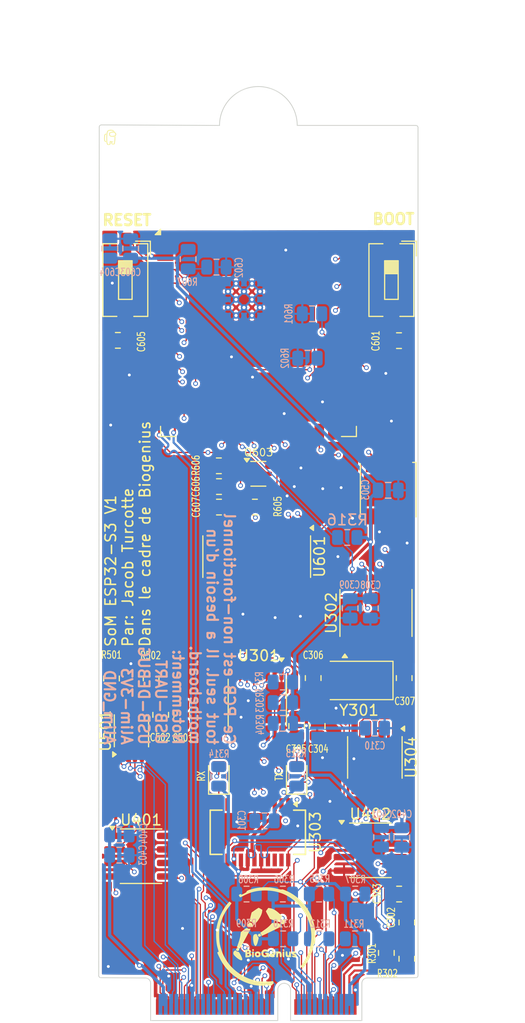
<source format=kicad_pcb>
(kicad_pcb (version 20240108) (generator "pcbnew") (generator_version "8.0")
  (layers (0 "F.Cu" signal) (1 "In1.Cu" signal) (2 "In2.Cu" signal) (31 "B.Cu" signal) (34 "B.Paste" user) (35 "F.Paste" user) (36 "B.SilkS" user "B.Silkscreen") (37 "F.SilkS" user "F.Silkscreen") (38 "B.Mask" user) (39 "F.Mask" user) (44 "Edge.Cuts" user))
  (net 0 "")
  (net 1 "GND")
  (net 2 "Vcc_3V3")
  (net 3 "/Communication/DR-")
  (net 4 "/Communication/DR+")
  (net 5 "Net-(U302-OSC2)")
  (net 6 "Net-(U302-OSC1)")
  (net 7 "GPIO0_BOOT")
  (net 8 "CHIP_EN")
  (net 9 "I2C_SDA_0_TCA")
  (net 10 "I2C_SDA_1_TCA")
  (net 11 "I2C_SDA_3_TCA")
  (net 12 "I2C_SCL_3_TCA")
  (net 13 "I2C_SDA_2_TCA")
  (net 14 "I2C_SCL_2_TCA")
  (net 15 "I2C_SCL_0_TCA")
  (net 16 "I2C_SCL_1_TCA")
  (net 17 "I2S_BCLK")
  (net 19 "GPIO17_U1_TXD")
  (net 21 "RESET_OTHERS")
  (net 22 "GPIO15")
  (net 24 "I2S_WS")
  (net 25 "GPIO48{slash}CAN_INT")
  (net 27 "Net-(J201I-DAC_1_MCP48)")
  (net 29 "DEBUG+")
  (net 30 "SPI_CLK_ESP32")
  (net 31 "SPI_MISO_ESP32")
  (net 32 "Net-(J201J-PWM_2_PCA)")
  (net 33 "GPIO16")
  (net 34 "Net-(J201D-CAN_L_MCP2515)")
  (net 35 "I2S_DIN{slash}DOUT")
  (net 37 "SUSCLK")
  (net 38 "SPI_MOSI_ESP32")
  (net 39 "GPIO47")
  (net 40 "Net-(J201J-PWM_1_PCA)")
  (net 41 "Net-(J201I-DAC_2_MCP48)")
  (net 42 "Net-(J201J-PWM_3_PCA)")
  (net 43 "I2C_SCL_ESP32")
  (net 45 "GPIO38_ADDRESSABLE_LED")
  (net 46 "GPIO18_U1_RXD")
  (net 47 "Net-(J201I-ADC_1_MCP3202)")
  (net 48 "DEBUG-")
  (net 49 "I2C_SDA_ESP32")
  (net 50 "Net-(J201I-ADC_2_MCP3202)")
  (net 51 "Net-(J201D-CAN_H_MCP2515)")
  (net 52 "Net-(J201J-PWM_4_PCA)")
  (net 53 "Net-(D309-A)")
  (net 54 "DTR")
  (net 55 "RTS")
  (net 56 "Net-(Q603B-B2)")
  (net 57 "Net-(Q603A-B1)")
  (net 58 "Net-(D310-A)")
  (net 59 "/Communication/D-")
  (net 60 "/Communication/D+")
  (net 61 "ESP32_SDA")
  (net 62 "ESP32_SCL")
  (net 63 "Net-(U701-IO45)")
  (net 64 "Net-(U701-IO46)")
  (net 70 "Net-(U302-TXCAN)")
  (net 74 "Net-(U302-RXCAN)")
  (net 75 "SPI_CAN_ESP32")
  (net 76 "U0RXD")
  (net 80 "U0TXD")
  (net 87 "LDAC_DAC")
  (net 88 "SPI_DAC_ESP32")
  (net 89 "SPI_ADC_ESP32")
  (net 90 "Net-(U601-A1)")
  (net 91 "SPI_6_ESP32")
  (net 92 "SPI_5_ESP32")
  (net 93 "Net-(U601-A0)")
  (net 95 "SPI_7_ESP32")
  (net 96 "SPI_SD_ESP32")
  (net 98 "Net-(U601-A2)")
  (net 101 "REFCLKn")
  (footprint "Package_SO:SOIC-8_3.9x4.9mm_P1.27mm" (layer "F.Cu") (at 146.525 123.095)
    (property "Reference" "U402")
    (property "Value" "MCP3202")
  )
  (footprint "Resistor_SMD:R_0805_2012Metric" (layer "F.Cu") (at 139.6 111.425 -90)
    (property "Reference" "C305")
    (property "Value" "0.1µF")
  )
  (footprint "Package_SO:SOIC-16_3.9x9.9mm_P1.27mm" (layer "F.Cu") (at 135.845 95.525 -90)
    (property "Reference" "U601")
    (property "Value" "74HC238")
  )
  (footprint "Resistor_SMD:R_0805_2012Metric" (layer "F.Cu") (at 141.525 111.425 -90)
    (property "Reference" "C304")
    (property "Value" "10µF")
  )
  (footprint "Package_SO:TSSOP-20_4.4x6.5mm_P0.65mm" (layer "F.Cu") (at 147.05 100.8125 90)
    (property "Reference" "U302")
    (property "Value" "MCP2515-xST")
  )
  (footprint "Crystal:Crystal_SMD_Abracon_ABM3-2Pin_5.0x3.2mm" (layer "F.Cu") (at 145.45 107.15 180)
    (property "Reference" "Y301")
    (property "Value" "8MHz")
  )
  (footprint "Package_SO:MSOP-8_3x3mm_P0.65mm" (layer "F.Cu") (at 124.075 111.875 90)
    (property "Reference" "U501")
    (property "Value" "PCA9633DP1")
  )
  (footprint "RF_Module:ESP32-S3-WROOM-2" (layer "F.Cu") (at 136.01 71.3)
    (property "Reference" "U701" (hide yes))
    (property "Value" "ESP32-S3-WROOM-2")
  )
  (footprint "Package_SO:TSSOP-16_4.4x5mm_P0.65mm" (layer "F.Cu") (at 135.9 109.2375 -90)
    (property "Reference" "U301")
    (property "Value" "TCA9546APWR")
  )
  (footprint "Resistor_SMD:R_0805_2012Metric" (layer "F.Cu") (at 126.825 110.375 -90)
    (property "Reference" "C502")
    (property "Value" "100nF")
  )
  (footprint "MountingHole:MountingHole_3.2mm_M3" (layer "F.Cu") (at 136 55.05)
    (property "Reference" "REF**" (hide yes))
    (property "Value" "MountingHole_3.2mm_M3")
  )
  (footprint "Resistor_SMD:R_0805_2012Metric" (layer "F.Cu") (at 132.2875 87 180)
    (property "Reference" "R606")
    (property "Value" "10k")
  )
  (footprint "LED_SMD:LED_0805_2012Metric" (layer "F.Cu") (at 139.6 116.1375 90)
    (property "Reference" "TX")
    (property "Value" "RX")
  )
  (footprint "connecteur_M2_key_E:NGFF_E" (layer "F.Cu") (at 135.8 139.075)
    (property "Reference" "J201" (hide yes))
    (property "Value" "~" (hide yes))
    (fp_line (start -11 -4) (end -10.425 -4) (stroke (width 0.08)) (layer "Edge.Cuts"))
    (fp_line (start -9.925 -3.5) (end -9.925 0) (stroke (width 0.08)) (layer "Edge.Cuts"))
    (fp_line (start -9.925 0) (end 0 0) (stroke (width 0.08)) (layer "Edge.Cuts"))
    (fp_line (start 0 0) (end 2.025 0) (stroke (width 0.08)) (layer "Edge.Cuts"))
    (fp_line (start 2.025 0) (end 2.025 -2.9) (stroke (width 0.08)) (layer "Edge.Cuts"))
    (fp_line (start 3.225 -2.9) (end 3.225 0) (stroke (width 0.08)) (layer "Edge.Cuts"))
    (fp_line (start 3.225 0) (end 9.925 0) (stroke (width 0.08)) (layer "Edge.Cuts"))
    (fp_line (start 9.925 0) (end 9.925 -3.5) (stroke (width 0.08)) (layer "Edge.Cuts"))
    (fp_line (start 10.425 -4) (end 11 -4) (stroke (width 0.08)) (layer "Edge.Cuts"))
    (fp_arc (start -10.425 -4) (mid -10.071447 -3.853553) (end -9.925 -3.5) (stroke (width 0.08)) (layer "Edge.Cuts"))
    (fp_arc (start 2.025 -2.9) (mid 2.625 -3.5) (end 3.225 -2.9) (stroke (width 0.08)) (layer "Edge.Cuts"))
    (fp_arc (start 9.925 -3.5) (mid 10.071447 -3.853553) (end 10.425 -4) (stroke (width 0.08)) (layer "Edge.Cuts"))
  )
  (footprint "LED_SMD:LED_0805_2012Metric" (layer "F.Cu") (at 132.285 116.1375 90)
    (property "Reference" "RX")
    (property "Value" "TX")
  )
  (footprint "Package_SO:SOIC-8_3.9x4.9mm_P1.27mm" (layer "F.Cu") (at 124.975 123.645)
    (property "Reference" "U401")
    (property "Value" "MCP4822")
  )
  (footprint "Package_SO:SSOP-20_3.9x8.7mm_P0.635mm" (layer "F.Cu") (at 135.95 121.4 -90)
    (property "Reference" "U303")
    (property "Value" "FT231XS")
  )
  (footprint "Button_Switch_SMD:SW_DIP_SPSTx01_Slide_6.7x4.1mm_W6.73mm_P2.54mm_LowProfile_JPin" (layer "F.Cu") (at 123.5 69.565 -90)
    (property "Reference" "SW602" (hide yes))
    (property "Value" "SW_CHIP_EN")
  )
  (footprint "Resistor_SMD:R_0805_2012Metric" (layer "F.Cu") (at 149.7 106.925 -90)
    (property "Reference" "C307")
    (property "Value" "22pF")
  )
  (footprint "Package_TO_SOT_SMD:SOT-363_SC-70-6" (layer "F.Cu") (at 136 87.75)
    (property "Reference" "Q603")
    (property "Value" "MBT3904DW1T1G")
  )
  (footprint "Resistor_SMD:R_0805_2012Metric" (layer "F.Cu") (at 149.95 133.275 90)
    (property "Reference" "R302")
    (property "Value" "27")
  )
  (footprint "Button_Switch_SMD:SW_DIP_SPSTx01_Slide_6.7x4.1mm_W6.73mm_P2.54mm_LowProfile_JPin" (layer "F.Cu") (at 148.5 69.565 -90)
    (property "Reference" "SW601" (hide yes))
    (property "Value" "SW_BOOT")
  )
  (footprint "Resistor_SMD:R_0805_2012Metric" (layer "F.Cu") (at 122.2 106.9625 90)
    (property "Reference" "R501")
    (property "Value" "10k")
  )
  (footprint "LED_SMD:LED_Inolux_IN-PI554FCH_PLCC4_5.0x5.0mm_P3.2mm" (layer "F.Cu") (at 148.2 89.3 -90)
    (property "Reference" "D501" (hide yes))
    (property "Value" "FZ2812-5050")
  )
  (footprint "Resistor_SMD:R_0805_2012Metric" (layer "F.Cu") (at 132.3 88.95 180)
    (property "Reference" "C606")
    (property "Value" "1µF")
  )
  (footprint "Resistor_SMD:R_0805_2012Metric" (layer "F.Cu") (at 122.8 75.225)
    (property "Reference" "C605")
    (property "Value" "0.1µF")
  )
  (footprint "Resistor_SMD:R_0805_2012Metric" (layer "F.Cu") (at 149.2125 75.25 180)
    (property "Reference" "C601")
    (property "Value" "0.1µF")
  )
  (footprint "Resistor_SMD:R_0805_2012Metric" (layer "F.Cu") (at 132.3 90.875 180)
    (property "Reference" "C607")
    (property "Value" "0.1µF")
  )
  (footprint "Resistor_SMD:R_0805_2012Metric" (layer "F.Cu") (at 149.225 127.2)
    (property "Reference" "C303")
    (property "Value" "47pF")
  )
  (footprint "Resistor_SMD:R_0805_2012Metric" (layer "F.Cu") (at 128.8 110.375 -90)
    (property "Reference" "C501")
    (property "Value" "1µF")
  )
  (footprint "Resistor_SMD:R_0805_2012Metric" (layer "F.Cu") (at 148.025 132.725 90)
    (property "Reference" "R301")
    (property "Value" "27")
  )
  (footprint "Resistor_SMD:R_0805_2012Metric" (layer "F.Cu") (at 141.15 106.925 -90)
    (property "Reference" "C306")
    (property "Value" "22pF")
  )
  (footprint "Resistor_SMD:R_0805_2012Metric" (layer "F.Cu") (at 135.675 90.875)
    (property "Reference" "R605")
    (property "Value" "10k")
  )
  (footprint "Package_SO:SOIC-8_3.9x4.9mm_P1.27mm" (layer "F.Cu") (at 146.945 114.375 -90)
    (property "Reference" "U304")
    (property "Value" "TJA1051T")
  )
  (footprint "Resistor_SMD:R_0805_2012Metric" (layer "F.Cu") (at 149.95 129.8625 90)
    (property "Reference" "C302")
    (property "Value" "47pF")
  )
  (footprint "Resistor_SMD:R_0805_2012Metric" (layer "F.Cu") (at 125.925 106.95 90)
    (property "Reference" "R502")
    (property "Value" "10k")
  )
  (footprint "Resistor_SMD:R_0805_2012Metric" (layer "B.Cu") (at 138.3 107.3 180)
    (property "Reference" "R313")
    (property "Value" "1k")
  )
  (footprint "Resistor_SMD:R_0805_2012Metric" (layer "B.Cu") (at 138.3 109.225 180)
    (property "Reference" "R303")
    (property "Value" "1k")
  )
  (footprint "Resistor_SMD:R_0805_2012Metric" (layer "B.Cu") (at 146.95 111.625)
    (property "Reference" "C310")
    (property "Value" "0.1µF")
  )
  (footprint "Resistor_SMD:R_0805_2012Metric" (layer "B.Cu") (at 136.575 120.325 180)
    (property "Reference" "C301")
    (property "Value" "0.1µF")
  )
  (footprint "Resistor_SMD:R_0805_2012Metric" (layer "B.Cu") (at 141.04 72.73 180)
    (property "Reference" "R601")
    (property "Value" "10k")
  )
  (footprint "Resistor_SMD:R_0805_2012Metric" (layer "B.Cu") (at 144.625 100.375 -90)
    (property "Reference" "C309")
    (property "Value" "0.1µF")
  )
  (footprint "Resistor_SMD:R_0805_2012Metric" (layer "B.Cu") (at 134.9125 131.4 180)
    (property "Reference" "R309")
    (property "Value" "1k")
  )
  (footprint "Resistor_SMD:R_0805_2012Metric" (layer "B.Cu") (at 144.35 93.725 180)
    (property "Reference" "R316")
    (property "Value" "10k")
  )
  (footprint "Resistor_SMD:R_0805_2012Metric" (layer "B.Cu") (at 147.575 121.8625 -90)
    (property "Reference" "C401")
    (property "Value" "10µF")
  )
  (footprint "Resistor_SMD:R_0805_2012Metric" (layer "B.Cu") (at 138.3 111.175 180)
    (property "Reference" "R304")
    (property "Value" "1k")
  )
  (footprint "Resistor_SMD:R_0805_2012Metric" (layer "B.Cu") (at 129.4 67.6 -90)
    (property "Reference" "R607")
    (property "Value" "10k")
  )
  (footprint "Resistor_SMD:R_0805_2012Metric" (layer "B.Cu") (at 124 66.6 90)
    (property "Reference" "C603")
    (property "Value" "10µF")
  )
  (footprint "Resistor_SMD:R_0805_2012Metric" (layer "B.Cu") (at 122.9375 121.65 180)
    (property "Reference" "C404")
    (property "Value" "0.1µF")
  )
  (footprint "Resistor_SMD:R_0805_2012Metric" (layer "B.Cu") (at 145.1 127.2)
    (property "Reference" "R307")
    (property "Value" "1k")
  )
  (footprint "Resistor_SMD:R_0805_2012Metric" (layer "B.Cu") (at 122.9375 123.55 180)
    (property "Reference" "C403")
    (property "Value" "10µF")
  )
  (footprint "Resistor_SMD:R_0805_2012Metric" (layer "B.Cu") (at 138.3 127.2)
    (property "Reference" "R306")
    (property "Value" "1k")
  )
  (footprint "Resistor_SMD:R_0805_2012Metric" (layer "B.Cu") (at 138.325 131.4)
    (property "Reference" "R310")
    (property "Value" "1k")
  )
  (footprint "Resistor_SMD:R_0805_2012Metric" (layer "B.Cu") (at 134.8875 127.2)
    (property "Reference" "R308")
    (property "Value" "1k")
  )
  (footprint "Resistor_SMD:R_0805_2012Metric" (layer "B.Cu") (at 141.7125 131.4)
    (property "Reference" "R312")
    (property "Value" "1k")
  )
  (footprint "Resistor_SMD:R_0805_2012Metric" (layer "B.Cu") (at 146.525 100.375 -90)
    (property "Reference" "C308")
    (property "Value" "10µF")
  )
  (footprint "Resistor_SMD:R_0805_2012Metric" (layer "B.Cu") (at 141.7 127.2)
    (property "Reference" "R305")
    (property "Value" "1k")
  )
  (footprint "Resistor_SMD:R_0805_2012Metric" (layer "B.Cu") (at 139.6 116.15 -90)
    (property "Reference" "R315")
    (property "Value" "330")
  )
  (footprint "Resistor_SMD:R_0805_2012Metric" (layer "B.Cu") (at 122.05 66.6 90)
    (property "Reference" "C604")
    (property "Value" "0.1µF")
  )
  (footprint "Resistor_SMD:R_0805_2012Metric" (layer "B.Cu") (at 132.0625 68.35)
    (property "Reference" "C602")
    (property "Value" "1µF")
  )
  (footprint "Resistor_SMD:R_0805_2012Metric" (layer "B.Cu") (at 132.275 116.15 -90)
    (property "Reference" "R314")
    (property "Value" "330")
  )
  (footprint "Resistor_SMD:R_0805_2012Metric" (layer "B.Cu") (at 149.475 121.8875 -90)
    (property "Reference" "C402")
    (property "Value" "0.1µF")
  )
  (footprint "Resistor_SMD:R_0805_2012Metric" (layer "B.Cu") (at 140.6125 76.9 180)
    (property "Reference" "R602")
    (property "Value" "10k")
  )
  (footprint "Capacitor_SMD:C_0805_2012Metric" (layer "B.Cu") (at 148.2 89.3)
    (property "Reference" "C503")
    (property "Value" "100n")
  )
  (footprint "Resistor_SMD:R_0805_2012Metric" (layer "B.Cu") (at 145.075 131.4 180)
    (property "Reference" "R311")
    (property "Value" "1k")
  )
  (gr_poly (pts (xy 137.41868 132.368213) (xy 137.424564 132.368694) (xy 137.430129 132.369436) (xy 137.435339 132.370442) (xy 137.440157 132.371714) (xy 137.444546 132.373254) (xy 137.448469 132.375066) (xy 137.45189 132.377151) (xy 137.454771 132.379513) (xy 137.457076 132.382154) (xy 137.458768 132.385077) (xy 137.45981 132.388284) (xy 137.460166 132.391778) (xy 137.459571 132.397179) (xy 137.458462 132.402783) (xy 137.456863 132.408565) (xy 137.454799 132.414501) (xy 137.452292 132.420567) (xy 137.449368 132.426737) (xy 137.442362 132.439292) (xy 137.43397 132.451972) (xy 137.424385 132.464579) (xy 137.413798 132.476918) (xy 137.402399 132.488791) (xy 137.39038 132.500004) (xy 137.377932 132.510358) (xy 137.365246 132.519658) (xy 137.352514 132.527707) (xy 137.34619 132.531202) (xy 137.339926 132.53431) (xy 137.333747 132.537007) (xy 137.327675 132.539269) (xy 137.321735 132.541071) (xy 137.31595 132.542389) (xy 137.310345 132.543197) (xy 137.304944 132.543472) (xy 137.298836 132.543258) (xy 137.293081 132.542626) (xy 137.28768 132.541591) (xy 137.282634 132.540172) (xy 137.277944 132.538383) (xy 137.273613 132.53624) (xy 137.26964 132.53376) (xy 137.266028 132.53096) (xy 137.262778 132.527854) (xy 137.259891 132.52446) (xy 137.257368 132.520793) (xy 137.25521 132.516869) (xy 137.25342 132.512705) (xy 137.251998 132.508318) (xy 137.250945 132.503722) (xy 137.250263 132.498934) (xy 137.249953 132.493971) (xy 137.250017 132.488848) (xy 137.250455 132.483581) (xy 137.251269 132.478188) (xy 137.252461 132.472683) (xy 137.254031 132.467083) (xy 137.25598 132.461405) (xy 137.258311 132.455664) (xy 137.261024 132.449876) (xy 137.264121 132.444058) (xy 137.267603 132.438226) (xy 137.271471 132.432396) (xy 137.275727 132.426583) (xy 137.280372 132.420805) (xy 137.285406 132.415078) (xy 137.290833 132.409417) (xy 137.295353 132.405221) (xy 137.300292 132.401235) (xy 137.305612 132.39746) (xy 137.311276 132.3939) (xy 137.317247 132.390557) (xy 137.32349 132.387434) (xy 137.329966 132.384532) (xy 137.336639 132.381856) (xy 137.343472 132.379407) (xy 137.350428 132.377188) (xy 137.364565 132.37345) (xy 137.378752 132.370663) (xy 137.392697 132.368847) (xy 137.406105 132.368024) (xy 137.412515 132.367991)) (stroke (width -0.000001)) (fill solid) (layer "F.SilkS"))
  (gr_poly (pts (xy 136.766586 126.558887) (xy 136.867288 126.562809) (xy 136.968041 126.569181) (xy 137.069125 126.578033) (xy 137.17082 126.589396) (xy 137.273402 126.603303) (xy 137.377153 126.619782) (xy 137.482351 126.638866) (xy 137.589275 126.660586) (xy 137.809416 126.712055) (xy 137.854857 126.722804) (xy 137.89728 126.732561) (xy 137.936726 126.741325) (xy 137.973237 126.749097) (xy 138.006855 126.755877) (xy 138.037619 126.761665) (xy 138.065573 126.766461) (xy 138.090756 126.770264) (xy 138.113212 126.773075) (xy 138.13298 126.774894) (xy 138.150102 126.775721) (xy 138.164619 126.775556) (xy 138.170914 126.775101) (xy 138.176574 126.774398) (xy 138.181603 126.773447) (xy 138.186007 126.772248) (xy 138.18979 126.770801) (xy 138.192959 126.769106) (xy 138.195518 126.767163) (xy 138.197472 126.764972) (xy 138.20115 126.760921) (xy 138.206891 126.758027) (xy 138.214688 126.756291) (xy 138.224536 126.755712) (xy 138.236431 126.756291) (xy 138.250368 126.758027) (xy 138.26634 126.760921) (xy 138.284343 126.764972) (xy 138.304372 126.770181) (xy 138.326422 126.776548) (xy 138.376561 126.792754) (xy 138.434722 126.81359) (xy 138.50086 126.839056) (xy 138.761018 126.954092) (xy 139.011982 127.084491) (xy 139.253241 127.22966) (xy 139.484284 127.389003) (xy 139.704598 127.561927) (xy 139.913673 127.747838) (xy 140.110997 127.94614) (xy 140.296058 128.15624) (xy 140.468345 128.377543) (xy 140.627345 128.609456) (xy 140.772548 128.851384) (xy 140.903442 129.102732) (xy 141.019515 129.362906) (xy 141.120256 129.631313) (xy 141.205153 129.907357) (xy 141.273694 130.190445) (xy 141.294658 130.302175) (xy 141.312589 130.425311) (xy 141.327512 130.557283) (xy 141.339453 130.695523) (xy 141.348439 130.837464) (xy 141.354495 130.980536) (xy 141.357646 131.122172) (xy 141.357919 131.259802) (xy 141.35534 131.39086) (xy 141.349934 131.512776) (xy 141.341727 131.622982) (xy 141.330745 131.718909) (xy 141.317013 131.797991) (xy 141.300559 131.857657) (xy 141.291318 131.879407) (xy 141.281407 131.89534) (xy 141.270827 131.905136) (xy 141.259583 131.908472) (xy 141.257228 131.908749) (xy 141.254795 131.909573) (xy 141.249723 131.912813) (xy 141.244413 131.9181) (xy 141.238912 131.925339) (xy 141.233266 131.93444) (xy 141.227523 131.945307) (xy 141.221727 131.957849) (xy 141.215926 131.971972) (xy 141.210167 131.987584) (xy 141.204496 132.00459) (xy 141.198958 132.022899) (xy 141.193602 132.042417) (xy 141.188473 132.063052) (xy 141.183619 132.084709) (xy 141.179084 132.107297) (xy 141.174917 132.130722) (xy 141.152834 132.235984) (xy 141.12641 132.343774) (xy 141.095852 132.45364) (xy 141.061366 132.565135) (xy 141.02316 132.677808) (xy 140.98144 132.791209) (xy 140.936412 132.904889) (xy 140.888284 133.018399) (xy 140.837262 133.131289) (xy 140.783553 133.243109) (xy 140.727364 133.35341) (xy 140.6689 133.461741) (xy 140.60837 133.567655) (xy 140.545979 133.6707) (xy 140.481935 133.770428) (xy 140.416443 133.866389) (xy 140.372284 133.926878) (xy 140.330399 133.983191) (xy 140.291738 134.03413) (xy 140.257253 134.078496) (xy 140.227894 134.11509) (xy 140.215434 134.130098) (xy 140.204612 134.142713) (xy 140.195547 134.152785) (xy 140.188358 134.160166) (xy 140.183163 134.164704) (xy 140.181351 134.16586) (xy 140.180082 134.16625) (xy 140.177612 134.165763) (xy 140.174212 134.164341) (xy 140.169944 134.162041) (xy 140.164869 134.158919) (xy 140.152549 134.150437) (xy 140.137749 134.13935) (xy 140.120965 134.126114) (xy 140.102692 134.111183) (xy 140.083427 134.095012) (xy 140.063666 134.078055) (xy 139.964888 133.993389) (xy 140.162444 133.718223) (xy 140.274978 133.55376) (xy 140.379101 133.385984) (xy 140.474834 133.215157) (xy 140.562199 133.041544) (xy 140.641218 132.865406) (xy 140.711914 132.687007) (xy 140.774308 132.506608) (xy 140.828422 132.324475) (xy 140.874278 132.140868) (xy 140.911898 131.956052) (xy 140.941305 131.770289) (xy 140.962519 131.583841) (xy 140.975563 131.396973) (xy 140.980459 131.209946) (xy 140.977229 131.023024) (xy 140.965895 130.836469) (xy 140.946479 130.650545) (xy 140.919002 130.465514) (xy 140.883487 130.281639) (xy 140.839956 130.099184) (xy 140.788431 129.918411) (xy 140.728933 129.739582) (xy 140.661484 129.562962) (xy 140.586108 129.388812) (xy 140.502824 129.217396) (xy 140.411657 129.048977) (xy 140.312626 128.883817) (xy 140.205755 128.722179) (xy 140.091066 128.564327) (xy 139.96858 128.410523) (xy 139.838319 128.26103) (xy 139.700305 128.116111) (xy 139.542593 127.964846) (xy 139.380359 127.823264) (xy 139.213629 127.691378) (xy 139.04243 127.569196) (xy 138.866786 127.456729) (xy 138.686724 127.353987) (xy 138.502269 127.260982) (xy 138.313447 127.177722) (xy 138.120285 127.10422) (xy 137.922808 127.040484) (xy 137.721042 126.986525) (xy 137.515012 126.942354) (xy 137.304745 126.90798) (xy 137.090266 126.883415) (xy 136.871602 126.868668) (xy 136.648777 126.86375) (xy 136.504444 126.865541) (xy 136.363599 126.870964) (xy 136.225927 126.880098) (xy 136.091113 126.89302) (xy 135.958841 126.909807) (xy 135.828796 126.930537) (xy 135.700664 126.955287) (xy 135.574128 126.984136) (xy 135.448874 127.01716) (xy 135.324586 127.054436) (xy 135.200949 127.096044) (xy 135.077649 127.142059) (xy 134.954368 127.19256) (xy 134.830794 127.247623) (xy 134.706609 127.307328) (xy 134.5815 127.37175) (xy 134.544369 127.39139) (xy 134.509683 127.409309) (xy 134.477405 127.425522) (xy 134.447499 127.440046) (xy 134.419929 127.452895) (xy 134.394658 127.464086) (xy 134.371651 127.473633) (xy 134.350871 127.481552) (xy 134.332282 127.487859) (xy 134.323798 127.490413) (xy 134.315848 127.49257) (xy 134.308428 127.494331) (xy 134.301533 127.495699) (xy 134.295159 127.496675) (xy 134.289301 127.497262) (xy 134.283954 127.497461) (xy 134.279114 127.497275) (xy 134.274777 127.496705) (xy 134.270938 127.495753) (xy 134.267593 127.494421) (xy 134.264736 127.492712) (xy 134.262364 127.490626) (xy 134.260472 127.488167) (xy 134.258207 127.483216) (xy 134.255415 127.477666) (xy 134.248456 127.465016) (xy 134.240008 127.450712) (xy 134.230486 127.43525) (xy 134.189916 127.37175) (xy 134.182525 127.35978) (xy 134.17626 127.348916) (xy 134.171173 127.339024) (xy 134.169088 127.3344) (xy 134.167317 127.329968) (xy 134.165866 127.325712) (xy 134.164741 127.321615) (xy 134.163951 127.317661) (xy 134.163499 127.313831) (xy 134.163395 127.31011) (xy 134.163642 127.306481) (xy 134.164249 127.302927) (xy 134.165222 127.299431) (xy 134.166567 127.295976) (xy 134.16829 127.292546) (xy 134.170398 127.289123) (xy 134.172898 127.285692) (xy 134.175795 127.282234) (xy 134.179097 127.278734) (xy 134.18281 127.275175) (xy 134.18694 127.271539) (xy 134.191494 127.26781) (xy 134.196478 127.263972) (xy 134.207762 127.255898) (xy 134.220845 127.247184) (xy 134.235778 127.237694) (xy 134.249646 127.228351) (xy 134.262222 127.220166) (xy 134.27362 127.213138) (xy 134.278913 127.210058) (xy 134.283954 127.207267) (xy 134.288757 127.204766) (xy 134.293337 127.202555) (xy 134.297707 127.200632) (xy 134.301882 127.198999) (xy 134.305876 127.197656) (xy 134.309704 127.196602) (xy 134.313379 127.195837) (xy 134.316916 127.195361) (xy 134.320329 127.195175) (xy 134.323633 127.195279) (xy 134.32684 127.195671) (xy 134.329966 127.196354) (xy 134.333026 127.197325) (xy 134.336032 127.198586) (xy 134.338999 127.200136) (xy 134.341942 127.201976) (xy 134.344874 127.204105) (xy 134.34781 127.206524) (xy 134.350765 127.209231) (xy 134.353751 127.212229) (xy 134.356785 127.215515) (xy 134.359879 127.219091) (xy 134.363047 127.222957) (xy 134.366305 127.227112) (xy 134.373042 127.234418) (xy 134.380182 127.240416) (xy 134.387963 127.245041) (xy 134.396622 127.248223) (xy 134.406398 127.249896) (xy 134.417527 127.249994) (xy 134.430248 127.248448) (xy 134.444798 127.245191) (xy 134.461416 127.240157) (xy 134.480338 127.233278) (xy 134.501803 127.224487) (xy 134.526047 127.213717) (xy 134.583829 127.18597) (xy 134.655583 127.1495) (xy 134.687383 127.133331) (xy 134.716671 127.117881) (xy 134.7435 127.103123) (xy 134.767921 127.089032) (xy 134.789985 127.075581) (xy 134.809744 127.062746) (xy 134.818776 127.056551) (xy 134.82725 127.050499) (xy 134.835175 127.044589) (xy 134.842555 127.038816) (xy 134.849398 127.033178) (xy 134.85571 127.02767) (xy 134.861498 127.022291) (xy 134.866767 127.017036) (xy 134.871525 127.011903) (xy 134.875778 127.006888) (xy 134.879532 127.001988) (xy 134.882794 126.9972) (xy 134.88557 126.99252) (xy 134.887867 126.987945) (xy 134.889691 126.983473) (xy 134.891049 126.979099) (xy 134.891946 126.974821) (xy 134.89239 126.970635) (xy 134.892388 126.966539) (xy 134.891944 126.962528) (xy 134.892083 126.952615) (xy 134.896359 126.942088) (xy 134.91668 126.919396) (xy 134.951615 126.894842) (xy 134.999872 126.868821) (xy 135.06016 126.841726) (xy 135.131185 126.813948) (xy 135.211658 126.785881) (xy 135.300284 126.757917) (xy 135.496834 126.70387) (xy 135.710499 126.65495) (xy 135.930944 126.614298) (xy 136.040479 126.598054) (xy 136.147833 126.585056) (xy 136.358714 126.567073) (xy 136.462 126.561507) (xy 136.564221 126.558267) (xy 136.665657 126.557383)) (stroke (width -0.000001)) (fill solid) (layer "F.SilkS"))
  (gr_poly (pts (xy 135.770312 130.956153) (xy 135.786125 130.956758) (xy 135.800285 130.957879) (xy 135.806783 130.958663) (xy 135.812914 130.959611) (xy 135.818695 130.960734) (xy 135.824139 130.962044) (xy 135.829262 130.963554) (xy 135.834081 130.965274) (xy 135.838611 130.967217) (xy 135.842866 130.969393) (xy 135.846863 130.971814) (xy 135.850618 130.974493) (xy 135.854145 130.977441) (xy 135.85746 130.980669) (xy 135.860578 130.984188) (xy 135.863516 130.988012) (xy 135.866289 130.99215) (xy 135.868911 130.996616) (xy 135.871399 131.00142) (xy 135.873769 131.006574) (xy 135.876035 131.01209) (xy 135.878213 131.017979) (xy 135.882368 131.030924) (xy 135.886357 131.045502) (xy 135.890305 131.061806) (xy 135.893233 131.073242) (xy 135.896699 131.084998) (xy 135.900661 131.096982) (xy 135.905078 131.1091) (xy 135.909908 131.121259) (xy 135.91511 131.133367) (xy 135.920643 131.14533) (xy 135.926465 131.157056) (xy 135.932535 131.16845) (xy 135.938812 131.179421) (xy 135.945254 131.189875) (xy 135.951821 131.19972) (xy 135.95847 131.208861) (xy 135.96516 131.217207) (xy 135.97185 131.224664) (xy 135.978499 131.231139) (xy 135.990239 131.241893) (xy 136.000314 131.252016) (xy 136.008715 131.262036) (xy 136.015431 131.27248) (xy 136.020452 131.283875) (xy 136.023768 131.296747) (xy 136.025368 131.311625) (xy 136.025243 131.329035) (xy 136.023381 131.349504) (xy 136.019772 131.373559) (xy 136.014406 131.401728) (xy 136.007273 131.434537) (xy 135.987663 131.516186) (xy 135.960861 131.622722) (xy 135.943623 131.688288) (xy 135.926313 131.748723) (xy 135.917634 131.777015) (xy 135.908941 131.804021) (xy 135.900235 131.829742) (xy 135.891518 131.854177) (xy 135.88279 131.877326) (xy 135.874053 131.899187) (xy 135.865308 131.91976) (xy 135.856557 131.939044) (xy 135.847801 131.957039) (xy 135.83904 131.973744) (xy 135.830278 131.989158) (xy 135.821513 132.003281) (xy 135.812749 132.016112) (xy 135.803987 132.027651) (xy 135.795226 132.037896) (xy 135.78647 132.046848) (xy 135.777719 132.054505) (xy 135.768974 132.060867) (xy 135.760237 132.065933) (xy 135.751509 132.069703) (xy 135.742791 132.072175) (xy 135.734086 132.07335) (xy 135.725392 132.073227) (xy 135.716714 132.071804) (xy 135.70805 132.069082) (xy 135.699404 132.06506) (xy 135.690775 132.059736) (xy 135.682166 132.053111) (xy 135.666874 132.038492) (xy 135.652102 132.020577) (xy 135.637873 131.999583) (xy 135.624213 131.975728) (xy 135.598691 131.920306) (xy 135.575726 131.856052) (xy 135.555512 131.784708) (xy 135.538237 131.708016) (xy 135.524094 131.627717) (xy 135.513274 131.545552) (xy 135.505968 131.463264) (xy 135.502367 131.382592) (xy 135.502662 131.30528) (xy 135.507045 131.233068) (xy 135.515707 131.167698) (xy 135.528839 131.110912) (xy 135.537141 131.086282) (xy 135.546632 131.064451) (xy 135.557336 131.045636) (xy 135.569277 131.030055) (xy 135.5775 131.021666) (xy 135.586275 131.013705) (xy 135.595578 131.006189) (xy 135.605382 130.999133) (xy 135.615661 130.992552) (xy 135.62639 130.986462) (xy 135.637543 130.980878) (xy 135.649093 130.975816) (xy 135.661016 130.971292) (xy 135.673285 130.967321) (xy 135.685874 130.963918) (xy 135.698758 130.961099) (xy 135.71191 130.958879) (xy 135.725306 130.957275) (xy 135.738918 130.956301) (xy 135.752722 130.955973)) (stroke (width -0.000001)) (fill solid) (layer "F.SilkS"))
  (gr_poly (pts (xy 137.348026 132.579188) (xy 137.359507 132.58048) (xy 137.371103 132.582587) (xy 137.382775 132.585475) (xy 137.39449 132.589107) (xy 137.406209 132.593447) (xy 137.417897 132.598459) (xy 137.429519 132.604106) (xy 137.441036 132.610353) (xy 137.452415 132.617163) (xy 137.463617 132.6245) (xy 137.474608 132.632328) (xy 137.495809 132.649312) (xy 137.515729 132.667826) (xy 137.534077 132.68758) (xy 137.542572 132.697832) (xy 137.550565 132.708285) (xy 137.558021 132.718904) (xy 137.564904 132.729652) (xy 137.571177 132.740493) (xy 137.576803 132.75139) (xy 137.581748 132.762309) (xy 137.585974 132.773211) (xy 137.589446 132.784063) (xy 137.592127 132.794826) (xy 137.593981 132.805465) (xy 137.594973 132.815944) (xy 137.595065 132.826227) (xy 137.594222 132.836277) (xy 137.592587 132.847657) (xy 137.590239 132.85803) (xy 137.587044 132.867462) (xy 137.582867 132.87602) (xy 137.577573 132.883773) (xy 137.574466 132.887368) (xy 137.571029 132.890786) (xy 137.5631 132.897128) (xy 137.553652 132.902865) (xy 137.54255 132.908064) (xy 137.529661 132.912794) (xy 137.514848 132.91712) (xy 137.49798 132.92111) (xy 137.47892 132.924832) (xy 137.457534 132.928352) (xy 137.433689 132.931737) (xy 137.40725 132.935056) (xy 137.373845 132.93902) (xy 137.345066 132.942959) (xy 137.320906 132.946846) (xy 137.301361 132.950655) (xy 137.286426 132.954361) (xy 137.276095 132.957938) (xy 137.272654 132.95967) (xy 137.270363 132.96136) (xy 137.26922 132.963004) (xy 137.269225 132.964601) (xy 137.270378 132.966145) (xy 137.272676 132.967635) (xy 137.276121 132.969066) (xy 137.280711 132.970437) (xy 137.293325 132.97298) (xy 137.310511 132.975239) (xy 137.332266 132.977188) (xy 137.358584 132.978801) (xy 137.38946 132.980053) (xy 137.424888 132.980916) (xy 137.439326 132.981501) (xy 137.452874 132.982578) (xy 137.465528 132.984121) (xy 137.477288 132.986105) (xy 137.488152 132.988505) (xy 137.498116 132.991296) (xy 137.507181 132.994452) (xy 137.515343 132.997949) (xy 137.5226 133.001761) (xy 137.528952 133.005863) (xy 137.534395 133.01023) (xy 137.538928 133.014837) (xy 137.542549 133.019658) (xy 137.545256 133.024669) (xy 137.547047 133.029843) (xy 137.54792 133.035156) (xy 137.547873 133.040583) (xy 137.546904 133.046099) (xy 137.545012 133.051678) (xy 137.542194 133.057294) (xy 137.538448 133.062924) (xy 137.533773 133.068542) (xy 137.528167 133.074122) (xy 137.521627 133.079639) (xy 137.514151 133.085069) (xy 137.505739 133.090385) (xy 137.496387 133.095564) (xy 137.486094 133.100578) (xy 137.474858 133.105405) (xy 137.462677 133.110017) (xy 137.449549 133.11439) (xy 137.435472 133.1185) (xy 137.421874 133.12217) (xy 137.408215 133.125249) (xy 137.394516 133.127743) (xy 137.380798 133.129662) (xy 137.367083 133.131012) (xy 137.353391 133.131801) (xy 137.339745 133.132038) (xy 137.326166 133.131729) (xy 137.312674 133.130883) (xy 137.299291 133.129507) (xy 137.286039 133.127609) (xy 137.272939 133.125197) (xy 137.260012 133.122279) (xy 137.247279 133.118862) (xy 137.234762 133.114953) (xy 137.222482 133.110562) (xy 137.21046 133.105696) (xy 137.198719 133.100361) (xy 137.187278 133.094567) (xy 137.176159 133.088321) (xy 137.165384 133.08163) (xy 137.154975 133.074502) (xy 137.144951 133.066946) (xy 137.135335 133.058968) (xy 137.126148 133.050577) (xy 137.117411 133.041781) (xy 137.109146 133.032586) (xy 137.101373 133.023002) (xy 137.094115 133.013035) (xy 137.087392 133.002693) (xy 137.081227 132.991984) (xy 137.075639 132.980916) (xy 137.065229 132.956698) (xy 137.056518 132.934174) (xy 137.049555 132.913138) (xy 137.046743 132.903114) (xy 137.044385 132.893384) (xy 137.042487 132.883923) (xy 137.041054 132.874705) (xy 137.040093 132.865703) (xy 137.03961 132.856893) (xy 137.039609 132.848249) (xy 137.040098 132.839744) (xy 137.041082 132.831352) (xy 137.042566 132.823049) (xy 137.044556 132.814807) (xy 137.047059 132.806602) (xy 137.05008 132.798407) (xy 137.053624 132.790196) (xy 137.057699 132.781944) (xy 137.062309 132.773625) (xy 137.06746 132.765213) (xy 137.067925 132.764517) (xy 137.262789 132.764517) (xy 137.262875 132.766255) (xy 137.263203 132.767943) (xy 137.263768 132.769581) (xy 137.264566 132.771167) (xy 137.265591 132.7727) (xy 137.266841 132.774179) (xy 137.268309 132.775603) (xy 137.269991 132.776969) (xy 137.271884 132.778278) (xy 137.276281 132.780715) (xy 137.281463 132.782905) (xy 137.287395 132.784836) (xy 137.294039 132.786498) (xy 137.301361 132.787881) (xy 137.309323 132.788975) (xy 137.317891 132.789769) (xy 137.327026 132.790253) (xy 137.336694 132.790417) (xy 137.341592 132.790375) (xy 137.346362 132.790253) (xy 137.350998 132.79005) (xy 137.355497 132.789769) (xy 137.359854 132.78941) (xy 137.364064 132.788975) (xy 137.368123 132.788465) (xy 137.372027 132.787881) (xy 137.37577 132.787225) (xy 137.379348 132.786498) (xy 137.382758 132.785701) (xy 137.385993 132.784836) (xy 137.38905 132.783903) (xy 137.391925 132.782905) (xy 137.394612 132.781842) (xy 137.397107 132.780715) (xy 137.399406 132.779527) (xy 137.401504 132.778278) (xy 137.403397 132.776969) (xy 137.405079 132.775603) (xy 137.406547 132.774179) (xy 137.407797 132.7727) (xy 137.408822 132.771167) (xy 137.40962 132.769581) (xy 137.410185 132.767943) (xy 137.410513 132.766255) (xy 137.410599 132.764517) (xy 137.41044 132.762732) (xy 137.41003 132.7609) (xy 137.409364 132.759023) (xy 137.408439 132.757102) (xy 137.40725 132.755139) (xy 137.406196 132.753175) (xy 137.405023 132.751255) (xy 137.402337 132.747546) (xy 137.399227 132.744023) (xy 137.395729 132.740697) (xy 137.39188 132.737577) (xy 137.387716 132.734675) (xy 137.383273 132.732) (xy 137.378586 132.729562) (xy 137.373693 132.727373) (xy 137.36863 132.725442) (xy 137.363432 132.72378) (xy 137.358136 132.722397) (xy 137.352778 132.721303) (xy 137.347394 132.720509) (xy 137.342021 132.720025) (xy 137.336694 132.719861) (xy 137.331367 132.720025) (xy 137.325993 132.720509) (xy 137.320609 132.721303) (xy 137.315251 132.722397) (xy 137.309956 132.72378) (xy 137.304758 132.725442) (xy 137.299694 132.727373) (xy 137.294801 132.729562) (xy 137.290115 132.732) (xy 137.285672 132.734675) (xy 137.283553 132.736098) (xy 137.281508 132.737577) (xy 137.279542 132.739111) (xy 137.277659 132.740697) (xy 137.275864 132.742335) (xy 137.274161 132.744023) (xy 137.272555 132.745761) (xy 137.271051 132.747546) (xy 137.269653 132.749378) (xy 137.268365 132.751255) (xy 137.267192 132.753175) (xy 137.266138 132.755139) (xy 137.264949 132.757102) (xy 137.264024 132.759023) (xy 137.263358 132.7609) (xy 137.262948 132.762732) (xy 137.262789 132.764517) (xy 137.067925 132.764517) (xy 137.073158 132.756682) (xy 137.079409 132.748007) (xy 137.086219 132.739161) (xy 137.101539 132.720853) (xy 137.119163 132.701554) (xy 137.139139 132.681055) (xy 137.151202 132.670023) (xy 137.163544 132.659441) (xy 137.176113 132.649344) (xy 137.188858 132.639769) (xy 137.201727 132.630753) (xy 137.214669 132.62233) (xy 137.227631 132.614538) (xy 137.240562 132.607413) (xy 137.253411 132.600991) (xy 137.266125 132.595307) (xy 137.278653 132.590399) (xy 137.290943 132.586302) (xy 137.302944 132.583052) (xy 137.314604 132.580686) (xy 137.325871 132.57924) (xy 137.336694 132.57875)) (stroke (width -0.000001)) (fill solid) (layer "F.SilkS"))
  (gr_poly (pts (xy 136.66323 132.38778) (xy 136.683614 132.390014) (xy 136.703957 132.393736) (xy 136.724397 132.398957) (xy 136.745076 132.405687) (xy 136.766131 132.413936) (xy 136.787704 132.423715) (xy 136.809932 132.435034) (xy 136.832957 132.447903) (xy 136.856917 132.462333) (xy 136.871185 132.471737) (xy 136.883588 132.480186) (xy 136.894162 132.487797) (xy 136.898774 132.491325) (xy 136.902943 132.49469) (xy 136.906672 132.497904) (xy 136.909966 132.500983) (xy 136.912831 132.503942) (xy 136.915269 132.506796) (xy 136.917287 132.509559) (xy 136.918887 132.512247) (xy 136.920076 132.514874) (xy 136.920857 132.517455) (xy 136.921235 132.520005) (xy 136.921214 132.522539) (xy 136.9208 132.525072) (xy 136.919996 132.527618) (xy 136.918807 132.530193) (xy 136.917237 132.532811) (xy 136.915292 132.535487) (xy 136.912975 132.538236) (xy 136.910291 132.541073) (xy 136.907245 132.544012) (xy 136.903841 132.54707) (xy 136.900083 132.550259) (xy 136.891526 132.557095) (xy 136.881611 132.564639) (xy 136.873969 132.569102) (xy 136.865625 132.573224) (xy 136.85662 132.576995) (xy 136.846994 132.580404) (xy 136.83679 132.58344) (xy 136.826048 132.586095) (xy 136.81481 132.588357) (xy 136.803117 132.590215) (xy 136.791011 132.59166) (xy 136.778533 132.592682) (xy 136.765725 132.593269) (xy 136.752626 132.593412) (xy 136.73928 132.5931) (xy 136.725727 132.592323) (xy 136.712009 132.591071) (xy 136.698166 132.589333) (xy 136.684483 132.587265) (xy 136.671214 132.585692) (xy 136.658361 132.584611) (xy 136.645925 132.584021) (xy 136.633908 132.583918) (xy 136.62231 132.584302) (xy 136.611134 132.585171) (xy 136.600381 132.586522) (xy 136.590051 132.588354) (xy 136.580146 132.590664) (xy 136.570667 132.593451) (xy 136.561616 132.596713) (xy 136.552994 132.600447) (xy 136.544803 132.604653) (xy 136.537042 132.609327) (xy 136.529715 132.614469) (xy 136.522821 132.620075) (xy 136.516363 132.626145) (xy 136.510342 132.632676) (xy 136.504758 132.639666) (xy 136.499614 132.647114) (xy 136.494911 132.655017) (xy 136.490649 132.663373) (xy 136.48683 132.672181) (xy 136.483456 132.681438) (xy 136.480527 132.691144) (xy 136.478046 132.701295) (xy 136.476012 132.711889) (xy 136.474429 132.722926) (xy 136.473296 132.734402) (xy 136.472615 132.746316) (xy 136.472388 132.758667) (xy 136.472918 132.774661) (xy 136.474473 132.790214) (xy 136.477004 132.805299) (xy 136.480464 132.819886) (xy 136.484801 132.833949) (xy 136.489969 132.84746) (xy 136.495916 132.86039) (xy 136.502595 132.872713) (xy 136.509956 132.8844) (xy 136.51795 132.895424) (xy 136.526528 132.905757) (xy 136.53564 132.91537) (xy 136.545239 132.924237) (xy 136.555274 132.93233) (xy 136.565697 132.93962) (xy 136.576458 132.94608) (xy 136.587508 132.951682) (xy 136.598799 132.956399) (xy 136.610281 132.960202) (xy 136.621905 132.963064) (xy 136.633623 132.964957) (xy 136.645384 132.965854) (xy 136.65714 132.965726) (xy 136.668842 132.964545) (xy 136.68044 132.962285) (xy 136.691886 132.958917) (xy 136.70313 132.954413) (xy 136.714124 132.948746) (xy 136.724818 132.941888) (xy 136.735163 132.933811) (xy 136.74511 132.924487) (xy 136.754611 132.913889) (xy 136.760765 132.905737) (xy 136.76598 132.898448) (xy 136.770222 132.891975) (xy 136.773462 132.886273) (xy 136.774697 132.883696) (xy 136.775669 132.881294) (xy 136.776375 132.879061) (xy 136.776811 132.876992) (xy 136.776973 132.87508) (xy 136.776858 132.87332) (xy 136.77646 132.871706) (xy 136.775778 132.870233) (xy 136.774805 132.868893) (xy 136.77354 132.867682) (xy 136.771977 132.866594) (xy 136.770114 132.865623) (xy 136.767945 132.864763) (xy 136.765468 132.864008) (xy 136.762678 132.863353) (xy 136.759572 132.862791) (xy 136.752394 132.861926) (xy 136.743904 132.861365) (xy 136.73407 132.861062) (xy 136.722861 132.860972) (xy 136.712727 132.860717) (xy 136.703472 132.859925) (xy 136.695064 132.858554) (xy 136.691168 132.857638) (xy 136.687473 132.856562) (xy 136.683974 132.855321) (xy 136.680667 132.85391) (xy 136.677549 132.852322) (xy 136.674616 132.850554) (xy 136.671863 132.8486) (xy 136.669288 132.846454) (xy 136.666885 132.844113) (xy 136.664652 132.841569) (xy 136.662585 132.838819) (xy 136.660678 132.835857) (xy 136.65893 132.832678) (xy 136.657335 132.829277) (xy 136.65589 132.825649) (xy 136.654591 132.821788) (xy 136.653434 132.817689) (xy 136.652415 132.813347) (xy 136.650777 132.803914) (xy 136.649645 132.793448) (xy 136.648989 132.781907) (xy 136.648777 132.76925) (xy 136.648896 132.754309) (xy 136.649397 132.741172) (xy 136.650498 132.729741) (xy 136.652415 132.719916) (xy 136.653748 132.715576) (xy 136.655366 132.711601) (xy 136.657297 132.707978) (xy 136.659567 132.704696) (xy 136.662205 132.701742) (xy 136.665236 132.699104) (xy 136.668689 132.696769) (xy 136.67259 132.694726) (xy 136.676966 132.692961) (xy 136.681845 132.691464) (xy 136.687254 132.690221) (xy 136.693219 132.68922) (xy 136.706929 132.687897) (xy 136.723191 132.687394) (xy 136.742224 132.687616) (xy 136.764243 132.688462) (xy 136.818111 132.691639) (xy 136.983916 132.702222) (xy 136.9945 132.892722) (xy 136.995318 132.910681) (xy 136.995794 132.928162) (xy 136.995939 132.945141) (xy 136.995761 132.961597) (xy 136.99527 132.977504) (xy 136.994476 132.99284) (xy 136.99339 133.007582) (xy 136.992019 133.021707) (xy 136.990375 133.03519) (xy 136.988466 133.04801) (xy 136.986303 133.060142) (xy 136.983896 133.071564) (xy 136.981253 133.082252) (xy 136.978384 133.092183) (xy 136.9753 133.101333) (xy 136.97201 133.10968) (xy 136.968523 133.117201) (xy 136.96485 133.123871) (xy 136.961 133.129668) (xy 136.956983 133.134568) (xy 136.952807 133.138548) (xy 136.948484 133.141585) (xy 136.94627 133.142743) (xy 136.944023 133.143656) (xy 136.941744 133.144322) (xy 136.939433 133.144738) (xy 136.937093 133.1449) (xy 136.934725 133.144806) (xy 136.932329 133.144453) (xy 136.929907 133.143838) (xy 136.92746 133.142959) (xy 136.924989 133.141811) (xy 136.919982 133.138702) (xy 136.914895 133.134486) (xy 136.909738 133.129142) (xy 136.904519 133.122644) (xy 136.89925 133.114972) (xy 136.895228 133.108731) (xy 136.891057 133.103245) (xy 136.886669 133.098523) (xy 136.884373 133.096453) (xy 136.881997 133.094577) (xy 136.879533 133.092898) (xy 136.876973 133.091416) (xy 136.874308 133.090134) (xy 136.87153 133.089051) (xy 136.868631 133.08817) (xy 136.865602 133.087492) (xy 136.862435 133.087019) (xy 136.859121 133.08675) (xy 136.855652 133.086688) (xy 136.85202 133.086835) (xy 136.844231 133.087756) (xy 136.835688 133.089525) (xy 136.826324 133.092152) (xy 136.81607 133.095647) (xy 136.804861 133.100021) (xy 136.792628 133.105283) (xy 136.779305 133.111445) (xy 136.767849 133.116448) (xy 136.75599 133.12088) (xy 136.74376 133.124747) (xy 136.731191 133.128057) (xy 136.718315 133.130816) (xy 136.705162 133.133032) (xy 136.678157 133.135863) (xy 136.650428 133.136606) (xy 136.622229 133.135319) (xy 136.593813 133.132057) (xy 136.565434 133.126878) (xy 136.537343 133.119839) (xy 136.509795 133.110996) (xy 136.483043 133.100407) (xy 136.45734 133.088128) (xy 136.432939 133.074216) (xy 136.410094 133.058728) (xy 136.399334 133.05041) (xy 136.389057 133.04172) (xy 136.379296 133.032665) (xy 136.370083 133.02325) (xy 136.354287 133.00528) (xy 136.339963 132.986476) (xy 136.327092 132.966914) (xy 136.315657 132.946673) (xy 136.305641 132.925826) (xy 136.297025 132.904451) (xy 136.289793 132.882624) (xy 136.283928 132.860421) (xy 136.279411 132.837918) (xy 136.276226 132.815192) (xy 136.274354 132.792319) (xy 136.273779 132.769374) (xy 136.274482 132.746435) (xy 136.276448 132.723577) (xy 136.279657 132.700876) (xy 136.284093 132.67841) (xy 136.289739 132.656253) (xy 136.296576 132.634483) (xy 136.304587 132.613175) (xy 136.313756 132.592406) (xy 136.324063 132.572252) (xy 136.335493 132.552789) (xy 136.348028 132.534094) (xy 136.361649 132.516242) (xy 136.376341 132.49931) (xy 136.392084 132.483374) (xy 136.408863 132.468511) (xy 136.426658 132.454795) (xy 136.445454 132.442305) (xy 136.465232 132.431115) (xy 136.485975 132.421303) (xy 136.507666 132.412944) (xy 136.532246 132.40505) (xy 136.555808 132.398571) (xy 136.578491 132.393519) (xy 136.600436 132.389904) (xy 136.621781 132.387735) (xy 136.642666 132.387024)) (stroke (width -0.000001)) (fill solid) (layer "F.SilkS"))
  (gr_poly (pts (xy 138.672613 132.579182) (xy 138.681225 132.580555) (xy 138.68902 132.582982) (xy 138.696046 132.586577) (xy 138.699284 132.588848) (xy 138.702348 132.591454) (xy 138.707973 132.597726) (xy 138.712967 132.605506) (xy 138.717378 132.61491) (xy 138.721251 132.62605) (xy 138.724633 132.639039) (xy 138.727571 132.653993) (xy 138.730111 132.671023) (xy 138.732299 132.690245) (xy 138.734183 132.711772) (xy 138.737221 132.762194) (xy 138.738673 132.78759) (xy 138.740398 132.810908) (xy 138.742423 132.832221) (xy 138.743556 132.842148) (xy 138.744773 132.851601) (xy 138.746079 132.860589) (xy 138.747475 132.869121) (xy 138.748966 132.877206) (xy 138.750554 132.884853) (xy 138.752243 132.892072) (xy 138.754036 132.89887) (xy 138.755937 132.905257) (xy 138.757948 132.911243) (xy 138.760072 132.916836) (xy 138.762313 132.922045) (xy 138.764675 132.92688) (xy 138.76716 132.931348) (xy 138.769771 132.935461) (xy 138.772512 132.939226) (xy 138.775387 132.942652) (xy 138.778398 132.945749) (xy 138.781548 132.948525) (xy 138.784841 132.950991) (xy 138.78828 132.953153) (xy 138.791868 132.955023) (xy 138.795608 132.956608) (xy 138.799505 132.957918) (xy 138.80356 132.958963) (xy 138.807777 132.959749) (xy 138.816592 132.961218) (xy 138.824555 132.961576) (xy 138.831721 132.960703) (xy 138.835024 132.959769) (xy 138.838149 132.958482) (xy 138.841104 132.956829) (xy 138.843895 132.954793) (xy 138.846529 132.952361) (xy 138.849015 132.949518) (xy 138.853567 132.942537) (xy 138.857607 132.933733) (xy 138.861193 132.922985) (xy 138.86438 132.910175) (xy 138.867227 132.895185) (xy 138.869789 132.877894) (xy 138.872124 132.858186) (xy 138.874288 132.83594) (xy 138.878332 132.783361) (xy 138.880294 132.752774) (xy 138.882287 132.725697) (xy 138.884425 132.701916) (xy 138.886821 132.681221) (xy 138.888152 132.671964) (xy 138.889589 132.663398) (xy 138.891148 132.655498) (xy 138.892843 132.648237) (xy 138.894688 132.641589) (xy 138.896697 132.635526) (xy 138.898884 132.630022) (xy 138.901263 132.625052) (xy 138.903849 132.620588) (xy 138.906656 132.616604) (xy 138.909699 132.613073) (xy 138.91299 132.609969) (xy 138.916545 132.607266) (xy 138.920378 132.604937) (xy 138.924503 132.602955) (xy 138.928934 132.601295) (xy 138.933685 132.599929) (xy 138.938771 132.598831) (xy 138.944206 132.597974) (xy 138.950004 132.597333) (xy 138.956179 132.59688) (xy 138.962746 132.59659) (xy 138.97711 132.596389) (xy 138.992053 132.596531) (xy 139.005208 132.597195) (xy 139.016689 132.598738) (xy 139.02661 132.601515) (xy 139.03102 132.603479) (xy 139.035083 132.605884) (xy 139.038812 132.608777) (xy 139.042223 132.612202) (xy 139.045328 132.616203) (xy 139.048143 132.620824) (xy 139.052958 132.632108) (xy 139.05678 132.646409) (xy 139.059724 132.664085) (xy 139.061903 132.685492) (xy 139.063431 132.710987) (xy 139.064421 132.740925) (xy 139.064988 132.775665) (xy 139.065305 132.860972) (xy 139.065305 133.125555) (xy 138.878332 133.132611) (xy 138.83283 133.133037) (xy 138.791461 133.131557) (xy 138.754061 133.127999) (xy 138.736798 133.125388) (xy 138.720465 133.122193) (xy 138.705041 133.118394) (xy 138.690506 133.113969) (xy 138.676839 133.108896) (xy 138.66402 133.103155) (xy 138.652028 133.096725) (xy 138.640842 133.089583) (xy 138.630441 133.081708) (xy 138.620805 133.07308) (xy 138.611913 133.063676) (xy 138.603745 133.053476) (xy 138.596279 133.042458) (xy 138.589496 133.030602) (xy 138.583374 133.017884) (xy 138.577893 133.004285) (xy 138.573032 132.989783) (xy 138.56877 132.974357) (xy 138.565087 132.957985) (xy 138.561963 132.940646) (xy 138.557305 132.902982) (xy 138.554631 132.861193) (xy 138.553777 132.815111) (xy 138.553899 132.795409) (xy 138.554259 132.776064) (xy 138.554847 132.757184) (xy 138.555651 132.738878) (xy 138.556662 132.721254) (xy 138.55787 132.70442) (xy 138.559263 132.688486) (xy 138.560833 132.673559) (xy 138.562567 132.659749) (xy 138.564457 132.647163) (xy 138.566491 132.63591) (xy 138.56866 132.626099) (xy 138.570952 132.617839) (xy 138.573359 132.611237) (xy 138.574601 132.608592) (xy 138.575868 132.606403) (xy 138.577159 132.604683) (xy 138.578471 132.603445) (xy 138.580779 132.600842) (xy 138.583701 132.598332) (xy 138.587192 132.595925) (xy 138.591204 132.593633) (xy 138.595693 132.591464) (xy 138.60061 132.58943) (xy 138.605909 132.58754) (xy 138.611544 132.585805) (xy 138.617469 132.584236) (xy 138.623637 132.582843) (xy 138.630001 132.581635) (xy 138.636515 132.580624) (xy 138.643132 132.57982) (xy 138.649806 132.579232) (xy 138.65649 132.578872) (xy 138.663138 132.57875)) (stroke (width -0.000001)) (fill solid) (layer "F.SilkS"))
  (gr_poly (pts (xy 134.92245 130.390535) (xy 134.928655 130.391583) (xy 134.934788 130.393132) (xy 134.940901 130.395162) (xy 134.947047 130.39765) (xy 134.953281 130.400575) (xy 134.959654 130.403916) (xy 134.966219 130.407652) (xy 134.980139 130.416222) (xy 134.989137 130.421968) (xy 134.99888 130.427295) (xy 135.009284 130.432198) (xy 135.020267 130.436672) (xy 135.031746 130.440713) (xy 135.043639 130.444314) (xy 135.055862 130.44747) (xy 135.068333 130.450177) (xy 135.08097 130.452429) (xy 135.093689 130.454222) (xy 135.106408 130.455549) (xy 135.119045 130.456406) (xy 135.131516 130.456788) (xy 135.143739 130.456689) (xy 135.155632 130.456104) (xy 135.167111 130.455028) (xy 135.177601 130.453167) (xy 135.187864 130.451548) (xy 135.197838 130.450168) (xy 135.20746 130.44902) (xy 135.216668 130.448099) (xy 135.225402 130.4474) (xy 135.233598 130.446919) (xy 135.241194 130.446649) (xy 135.248129 130.446587) (xy 135.254341 130.446725) (xy 135.259767 130.44706) (xy 135.264345 130.447586) (xy 135.268014 130.448299) (xy 135.269488 130.448723) (xy 135.270712 130.449192) (xy 135.271677 130.449705) (xy 135.272376 130.450261) (xy 135.272801 130.450859) (xy 135.272944 130.4515) (xy 135.13503 130.719501) (xy 134.825798 131.301695) (xy 134.502014 131.905055) (xy 134.320444 132.236555) (xy 134.310961 132.251526) (xy 134.302295 132.264709) (xy 134.298239 132.270639) (xy 134.294353 132.276134) (xy 134.290624 132.281198) (xy 134.28704 132.285834) (xy 134.283592 132.290046) (xy 134.280266 132.293839) (xy 134.277051 132.297215) (xy 134.273935 132.30018) (xy 134.270908 132.302736) (xy 134.267956 132.304887) (xy 134.26507 132.306638) (xy 134.262236 132.307993) (xy 134.259443 132.308955) (xy 134.256681 132.309528) (xy 134.253936 132.309716) (xy 134.251198 132.309523) (xy 134.248454 132.308952) (xy 134.245694 132.308009) (xy 134.242906 132.306695) (xy 134.240077 132.305017) (xy 134.237197 132.302976) (xy 134.234253 132.300578) (xy 134.231234 132.297825) (xy 134.228129 132.294723) (xy 134.224926 132.291274) (xy 134.221613 132.287483) (xy 134.218178 132.283353) (xy 134.214611 132.278889) (xy 134.209537 132.273644) (xy 134.203621 132.268512) (xy 134.19693 132.263526) (xy 134.189531 132.258714) (xy 134.181491 132.25411) (xy 134.172877 132.249743) (xy 134.163757 132.245645) (xy 134.154198 132.241847) (xy 134.144266 132.23838) (xy 134.13403 132.235274) (xy 134.123556 132.232561) (xy 134.112912 132.230272) (xy 134.102164 132.228437) (xy 134.09138 132.227088) (xy 134.080627 132.226256) (xy 134.069972 132.225972) (xy 133.971194 132.225972) (xy 134.129944 131.767361) (xy 134.164443 131.664429) (xy 134.196255 131.563026) (xy 134.225008 131.464682) (xy 134.25033 131.370927) (xy 134.271848 131.283291) (xy 134.28919 131.203303) (xy 134.301985 131.132492) (xy 134.306561 131.101007) (xy 134.309861 131.072389) (xy 134.314284 131.023648) (xy 134.319452 130.976147) (xy 134.325116 130.931126) (xy 134.331027 130.889826) (xy 134.336939 130.853487) (xy 134.342603 130.82335) (xy 134.347771 130.800654) (xy 134.350091 130.792483) (xy 134.352194 130.786639) (xy 134.35614 130.781079) (xy 134.362592 130.773741) (xy 134.382456 130.754228) (xy 134.410671 130.729092) (xy 134.446121 130.699327) (xy 134.48769 130.665923) (xy 134.534261 130.629873) (xy 134.584717 130.59217) (xy 134.637944 130.553805) (xy 134.68163 130.522068) (xy 134.720365 130.494212) (xy 134.754573 130.470066) (xy 134.784678 130.449461) (xy 134.798324 130.440432) (xy 134.811103 130.432224) (xy 134.823069 130.424816) (xy 134.834273 130.418186) (xy 134.84477 130.412313) (xy 134.854611 130.407176) (xy 134.863851 130.402754) (xy 134.872541 130.399024) (xy 134.880736 130.395967) (xy 134.888487 130.39356) (xy 134.895848 130.391782) (xy 134.902872 130.390612) (xy 134.909612 130.390028) (xy 134.91612 130.39001)) (stroke (width -0.000001)) (fill solid) (layer "F.SilkS"))
  (gr_poly (pts (xy 135.227193 129.87359) (xy 135.239486 129.874922) (xy 135.252356 129.877071) (xy 135.265889 129.88) (xy 135.290758 129.886852) (xy 135.313781 129.895417) (xy 135.334972 129.905568) (xy 135.354345 129.91718) (xy 135.371915 129.930124) (xy 135.387695 129.944275) (xy 135.401701 129.959507) (xy 135.413945 129.975691) (xy 135.424443 129.992703) (xy 135.433208 130.010414) (xy 135.440255 130.0287) (xy 135.445598 130.047432) (xy 135.449252 130.066485) (xy 135.451229 130.085731) (xy 135.451546 130.105045) (xy 135.450215 130.124299) (xy 135.447251 130.143367) (xy 135.442668 130.162122) (xy 135.436481 130.180439) (xy 135.428704 130.198189) (xy 135.41935 130.215247) (xy 135.408434 130.231486) (xy 135.395971 130.246779) (xy 135.381974 130.261) (xy 135.366458 130.274022) (xy 135.349437 130.285719) (xy 135.330925 130.295963) (xy 135.310937 130.304629) (xy 135.289485 130.311589) (xy 135.266586 130.316718) (xy 135.242253 130.319888) (xy 135.2165 130.320972) (xy 135.201614 130.320682) (xy 135.187375 130.319808) (xy 135.173766 130.318345) (xy 135.160772 130.316287) (xy 135.1545 130.315034) (xy 135.148377 130.31363) (xy 135.1424 130.312075) (xy 135.136566 130.310368) (xy 135.130875 130.308509) (xy 135.125324 130.306497) (xy 135.119911 130.304331) (xy 135.114635 130.302011) (xy 135.109493 130.299535) (xy 135.104483 130.296904) (xy 135.099604 130.294117) (xy 135.094853 130.291172) (xy 135.090229 130.28807) (xy 135.08573 130.28481) (xy 135.081353 130.281391) (xy 135.077097 130.277812) (xy 135.07296 130.274074) (xy 135.06894 130.270174) (xy 135.065035 130.266113) (xy 135.061243 130.261889) (xy 135.057562 130.257503) (xy 135.05399 130.252954) (xy 135.050526 130.24824) (xy 135.047166 130.243362) (xy 135.033028 130.222554) (xy 135.026767 130.212405) (xy 135.021046 130.202413) (xy 135.015864 130.192568) (xy 135.011223 130.182861) (xy 135.007123 130.173282) (xy 135.003565 130.163821) (xy 135.00055 130.154468) (xy 134.998078 130.145215) (xy 134.99615 130.13605) (xy 134.994766 130.126965) (xy 134.993928 130.11795) (xy 134.993636 130.108995) (xy 134.99389 130.10009) (xy 134.994691 130.091226) (xy 134.99604 130.082393) (xy 134.997937 130.073581) (xy 135.000383 130.064781) (xy 135.003379 130.055983) (xy 135.006926 130.047177) (xy 135.011023 130.038353) (xy 135.015672 130.029503) (xy 135.020873 130.020615) (xy 135.026628 130.011681) (xy 135.032935 130.002691) (xy 135.039798 129.993635) (xy 135.047214 129.984504) (xy 135.063716 129.965975) (xy 135.082444 129.947028) (xy 135.094736 129.934454) (xy 135.106532 129.923167) (xy 135.117915 129.913131) (xy 135.128967 129.904309) (xy 135.13977 129.896665) (xy 135.150409 129.890163) (xy 135.155692 129.887329) (xy 135.160965 129.884767) (xy 135.166238 129.882473) (xy 135.171521 129.880441) (xy 135.176824 129.878668) (xy 135.182159 129.877148) (xy 135.187535 129.875878) (xy 135.192963 129.874853) (xy 135.198453 129.874068) (xy 135.204015 129.873519) (xy 135.215397 129.87311)) (stroke (width -0.000001)) (fill solid) (layer "F.SilkS"))
  (gr_poly (pts (xy 137.890997 132.586051) (xy 137.912115 132.586777) (xy 137.932664 132.587968) (xy 137.952567 132.589609) (xy 137.971747 132.591684) (xy 137.990125 132.594177) (xy 138.007625 132.597073) (xy 138.02417 132.600357) (xy 138.03968 132.604014) (xy 138.05408 132.608026) (xy 138.067291 132.61238) (xy 138.079236 132.617059) (xy 138.089837 132.622049) (xy 138.099018 132.627333) (xy 138.103051 132.63008) (xy 138.106699 132.632896) (xy 138.109954 132.635777) (xy 138.112805 132.638722) (xy 138.123793 132.650753) (xy 138.134233 132.665518) (xy 138.144074 132.682774) (xy 138.153264 132.702277) (xy 138.161751 132.723786) (xy 138.169484 132.747057) (xy 138.17641 132.771847) (xy 138.182479 132.797913) (xy 138.187638 132.825013) (xy 138.191835 132.852904) (xy 138.19502 132.881342) (xy 138.197141 132.910086) (xy 138.198145 132.938891) (xy 138.197982 132.967516) (xy 138.196598 132.995716) (xy 138.193944 133.02325) (xy 138.192447 133.037771) (xy 138.190568 133.050942) (xy 138.188254 133.062821) (xy 138.186919 133.068295) (xy 138.185455 133.073466) (xy 138.183857 133.078343) (xy 138.182119 133.082932) (xy 138.180233 133.087241) (xy 138.178193 133.091277) (xy 138.175993 133.095047) (xy 138.173627 133.098557) (xy 138.171087 133.101816) (xy 138.168368 133.10483) (xy 138.165462 133.107606) (xy 138.162365 133.110152) (xy 138.159068 133.112474) (xy 138.155566 133.114579) (xy 138.151852 133.116476) (xy 138.147919 133.11817) (xy 138.143762 133.119669) (xy 138.139374 133.12098) (xy 138.134748 133.122111) (xy 138.129877 133.123067) (xy 138.124756 133.123857) (xy 138.119378 133.124487) (xy 138.107825 133.125298) (xy 138.095166 133.125555) (xy 138.080802 133.125355) (xy 138.06806 133.124611) (xy 138.056827 133.123114) (xy 138.04699 133.12065) (xy 138.042559 133.118989) (xy 138.038434 133.117007) (xy 138.034601 133.114678) (xy 138.031046 133.111975) (xy 138.027754 133.108871) (xy 138.024712 133.10534) (xy 138.021905 133.101356) (xy 138.019319 133.096892) (xy 138.016939 133.091922) (xy 138.014752 133.086418) (xy 138.010899 133.073707) (xy 138.007645 133.058546) (xy 138.004877 133.040724) (xy 138.002481 133.020028) (xy 138.000343 132.996247) (xy 137.996388 132.938583) (xy 137.994394 132.910906) (xy 137.992344 132.886004) (xy 137.990179 132.863758) (xy 137.989037 132.853594) (xy 137.987845 132.84405) (xy 137.986595 132.83511) (xy 137.985282 132.82676) (xy 137.983898 132.818984) (xy 137.982436 132.811769) (xy 137.980888 132.805099) (xy 137.979248 132.798959) (xy 137.977509 132.793335) (xy 137.975663 132.788212) (xy 137.973703 132.783574) (xy 137.971622 132.779407) (xy 137.969414 132.775696) (xy 137.967071 132.772426) (xy 137.964585 132.769583) (xy 137.96195 132.767151) (xy 137.959159 132.765116) (xy 137.956205 132.763462) (xy 137.95308 132.762175) (xy 137.949777 132.761241) (xy 137.94629 132.760643) (xy 137.94261 132.760368) (xy 137.938732 132.760401) (xy 137.934648 132.760726) (xy 137.93035 132.761329) (xy 137.925833 132.762194) (xy 137.91756 132.764025) (xy 137.909923 132.766921) (xy 137.902896 132.770953) (xy 137.896453 132.776195) (xy 137.890568 132.782718) (xy 137.885215 132.790596) (xy 137.880369 132.799899) (xy 137.876003 132.810701) (xy 137.872092 132.823074) (xy 137.86861 132.83709) (xy 137.865531 132.852822) (xy 137.862829 132.870342) (xy 137.860478 132.889723) (xy 137.858454 132.911036) (xy 137.856728 132.934354) (xy 137.855277 132.959749) (xy 137.853315 132.989715) (xy 137.851322 133.016249) (xy 137.849185 133.039559) (xy 137.846789 133.059851) (xy 137.845458 133.068929) (xy 137.84402 133.077331) (xy 137.842461 133.085082) (xy 137.840767 133.092207) (xy 137.838922 133.098733) (xy 137.836913 133.104685) (xy 137.834726 133.11009) (xy 137.832347 133.114972) (xy 137.829761 133.119359) (xy 137.826954 133.123275) (xy 137.823911 133.126747) (xy 137.82062 133.1298) (xy 137.817065 133.13246) (xy 137.813232 133.134754) (xy 137.809107 133.136707) (xy 137.804676 133.138344) (xy 137.799924 133.139692) (xy 137.794838 133.140776) (xy 137.789403 133.141623) (xy 137.783606 133.142257) (xy 137.77743 133.142706) (xy 137.770864 133.142995) (xy 137.7565 133.143194) (xy 137.742178 133.143049) (xy 137.729566 133.142361) (xy 137.718556 133.140753) (xy 137.70904 133.137848) (xy 137.704808 133.135791) (xy 137.700909 133.133268) (xy 137.697328 133.130233) (xy 137.694054 133.126637) (xy 137.691071 133.122435) (xy 137.688367 133.117578) (xy 137.683739 133.105712) (xy 137.680062 133.090663) (xy 137.677228 133.072053) (xy 137.675127 133.049506) (xy 137.673652 133.022644) (xy 137.672143 132.954465) (xy 137.671833 132.8645) (xy 137.671833 132.585805) (xy 137.869388 132.585805)) (stroke (width -0.000001)) (fill solid) (layer "F.SilkS"))
  (gr_poly (pts (xy 139.395512 132.583477) (xy 139.412791 132.584924) (xy 139.421121 132.58605) (xy 139.429243 132.587445) (xy 139.437156 132.589109) (xy 139.444858 132.591042) (xy 139.452349 132.593244) (xy 139.459626 132.595714) (xy 139.466688 132.598453) (xy 139.473535 132.60146) (xy 139.480165 132.604736) (xy 139.486577 132.608281) (xy 139.492769 132.612095) (xy 139.49874 132.616178) (xy 139.504488 132.620529) (xy 139.510014 132.625149) (xy 139.515314 132.630037) (xy 139.520389 132.635195) (xy 139.527005 132.641776) (xy 139.532967 132.648283) (xy 139.538286 132.654701) (xy 139.542968 132.661019) (xy 139.547022 132.667223) (xy 139.550456 132.673301) (xy 139.55328 132.679239) (xy 139.555501 132.685024) (xy 139.557127 132.690645) (xy 139.558168 132.696087) (xy 139.558631 132.701337) (xy 139.558526 132.706384) (xy 139.557859 132.711213) (xy 139.55664 132.715813) (xy 139.554877 132.72017) (xy 139.552579 132.724271) (xy 139.549754 132.728103) (xy 139.54641 132.731654) (xy 139.542556 132.73491) (xy 139.538199 132.737858) (xy 139.53335 132.740486) (xy 139.528015 132.742781) (xy 139.522203 132.74473) (xy 139.515923 132.746319) (xy 139.509184 132.747537) (xy 139.501992 132.748369) (xy 139.494358 132.748804) (xy 139.486289 132.748827) (xy 139.477793 132.748427) (xy 139.46888 132.747591) (xy 139.459557 132.746304) (xy 139.449833 132.744556) (xy 139.440621 132.743396) (xy 139.431539 132.742557) (xy 139.422633 132.742029) (xy 139.413949 132.7418) (xy 139.405533 132.74186) (xy 139.397433 132.742199) (xy 139.389694 132.742807) (xy 139.382364 132.743674) (xy 139.375488 132.744788) (xy 139.369114 132.74614) (xy 139.363288 132.74772) (xy 139.358055 132.749517) (xy 139.353464 132.75152) (xy 139.351423 132.752596) (xy 139.34956 132.75372) (xy 139.34788 132.75489) (xy 139.346389 132.756105) (xy 139.345094 132.757365) (xy 139.343999 132.758667) (xy 139.3431 132.76031) (xy 139.342383 132.76193) (xy 139.341845 132.763526) (xy 139.341485 132.765095) (xy 139.341297 132.766636) (xy 139.341279 132.768147) (xy 139.341427 132.769625) (xy 139.34174 132.771069) (xy 139.342212 132.772477) (xy 139.342841 132.773847) (xy 139.343624 132.775176) (xy 139.344558 132.776464) (xy 139.345638 132.777708) (xy 139.346863 132.778906) (xy 139.348229 132.780056) (xy 139.349732 132.781156) (xy 139.35137 132.782205) (xy 139.353139 132.7832) (xy 139.357056 132.785022) (xy 139.36146 132.786605) (xy 139.366324 132.787936) (xy 139.371621 132.788998) (xy 139.377327 132.789776) (xy 139.383415 132.790254) (xy 139.38986 132.790417) (xy 139.398257 132.790702) (xy 139.40689 132.791541) (xy 139.415726 132.792911) (xy 139.424732 132.794785) (xy 139.433874 132.79714) (xy 139.443121 132.799951) (xy 139.452438 132.803193) (xy 139.461794 132.806843) (xy 139.471155 132.810875) (xy 139.480488 132.815264) (xy 139.498939 132.825019) (xy 139.516884 132.835911) (xy 139.534058 132.847743) (xy 139.5502 132.860319) (xy 139.565044 132.873443) (xy 139.571897 132.880149) (xy 139.578327 132.886919) (xy 139.584301 132.893727) (xy 139.589786 132.900549) (xy 139.59475 132.907361) (xy 139.599158 132.914139) (xy 139.602978 132.920856) (xy 139.606178 132.92749) (xy 139.608724 132.934015) (xy 139.610584 132.940408) (xy 139.611723 132.946642) (xy 139.612111 132.952695) (xy 139.611723 132.96069) (xy 139.610578 132.968787) (xy 139.608707 132.97696) (xy 139.606137 132.985189) (xy 139.602898 132.993448) (xy 139.599018 133.001715) (xy 139.594528 133.009966) (xy 139.589456 133.018179) (xy 139.577681 133.034395) (xy 139.563927 133.050177) (xy 139.548427 133.065339) (xy 139.531413 133.079694) (xy 139.513117 133.093058) (xy 139.493771 133.105243) (xy 139.47361 133.116064) (xy 139.452864 133.125335) (xy 139.431768 133.132869) (xy 139.42116 133.135927) (xy 139.410552 133.138482) (xy 139.399972 133.140509) (xy 139.38945 133.141985) (xy 139.379014 133.142888) (xy 139.368694 133.143194) (xy 139.357836 133.142829) (xy 139.346487 133.141761) (xy 139.334735 133.140032) (xy 139.322667 133.137682) (xy 139.310373 133.134754) (xy 139.297939 133.131288) (xy 139.285453 133.127326) (xy 139.273003 133.12291) (xy 139.260677 133.11808) (xy 139.248563 133.112878) (xy 139.236749 133.107345) (xy 139.225323 133.101523) (xy 139.214372 133.095453) (xy 139.203984 133.089176) (xy 139.194247 133.082733) (xy 139.18525 133.076167) (xy 139.100583 133.009139) (xy 139.195833 132.984444) (xy 139.205786 132.981963) (xy 139.215766 132.979807) (xy 139.225715 132.977972) (xy 139.235575 132.976452) (xy 139.245291 132.975242) (xy 139.254806 132.974337) (xy 139.264062 132.973731) (xy 139.273003 132.97342) (xy 139.281572 132.973399) (xy 139.289712 132.973661) (xy 139.297366 132.974203) (xy 139.304477 132.975019) (xy 139.31099 132.976103) (xy 139.316845 132.977451) (xy 139.321988 132.979057) (xy 139.326361 132.980916) (xy 139.328035 132.982178) (xy 139.329746 132.983317) (xy 139.33149 132.984336) (xy 139.333265 132.985236) (xy 139.335065 132.986021) (xy 139.336887 132.986691) (xy 139.338727 132.987249) (xy 139.340582 132.987696) (xy 139.342447 132.988035) (xy 139.344318 132.988267) (xy 139.346192 132.988395) (xy 139.348065 132.98842) (xy 139.349932 132.988344) (xy 139.351791 132.988169) (xy 139.353636 132.987897) (xy 139.355465 132.987531) (xy 139.357273 132.987071) (xy 139.359056 132.986521) (xy 139.360811 132.985881) (xy 139.362534 132.985154) (xy 139.364221 132.984342) (xy 139.365867 132.983446) (xy 139.36747 132.982469) (xy 139.369025 132.981413) (xy 139.370528 132.980279) (xy 139.371976 132.979069) (xy 139.373364 132.977786) (xy 139.374689 132.976431) (xy 139.375946 132.975007) (xy 139.377133 132.973514) (xy 139.378245 132.971956) (xy 139.379278 132.970334) (xy 139.380126 132.96867) (xy 139.380691 132.966988) (xy 139.380978 132.965288) (xy 139.380993 132.963574) (xy 139.380742 132.961847) (xy 139.380231 132.960109) (xy 139.379465 132.958362) (xy 139.37845 132.956608) (xy 139.375699 132.953087) (xy 139.372022 132.94956) (xy 139.367467 132.946043) (xy 139.362079 132.942552) (xy 139.355906 132.939103) (xy 139.348995 132.93571) (xy 139.341391 132.93239) (xy 139.33314 132.929158) (xy 139.324291 132.926029) (xy 139.314888 132.923019) (xy 139.304979 132.920143) (xy 139.29461 132.917417) (xy 139.283417 132.91519) (xy 139.272369 132.912497) (xy 139.261527 132.909371) (xy 139.250954 132.905841) (xy 139.240712 132.90194) (xy 139.230862 132.897697) (xy 139.221467 132.893144) (xy 139.212589 132.888312) (xy 139.20429 132.883233) (xy 139.200377 132.880609) (xy 139.196632 132.877936) (xy 139.193062 132.875216) (xy 139.189676 132.872453) (xy 139.186481 132.869651) (xy 139.183485 132.866815) (xy 139.180696 132.863948) (xy 139.178121 132.861053) (xy 139.175769 132.858135) (xy 139.173646 132.855198) (xy 139.171761 132.852245) (xy 139.170122 132.849281) (xy 139.168736 132.846309) (xy 139.167611 132.843333) (xy 139.16486 132.835246) (xy 139.162554 132.82688) (xy 139.160684 132.818268) (xy 139.159239 132.80944) (xy 139.15821 132.80043) (xy 139.157588 132.791267) (xy 139.157362 132.781984) (xy 139.157523 132.772612) (xy 139.158062 132.763184) (xy 139.158968 132.753731) (xy 139.160231 132.744284) (xy 139.161843 132.734875) (xy 139.163794 132.725536) (xy 139.166073 132.716298) (xy 139.168671 132.707193) (xy 139.171579 132.698254) (xy 139.174787 132.68951) (xy 139.178284 132.680994) (xy 139.182062 132.672739) (xy 139.18611 132.664774) (xy 139.19042 132.657133) (xy 139.194981 132.649846) (xy 139.199783 132.642945) (xy 139.204817 132.636462) (xy 139.210074 132.630429) (xy 139.215543 132.624877) (xy 139.221215 132.619838) (xy 139.22708 132.615344) (xy 139.233128 132.611426) (xy 139.23935 132.608115) (xy 139.245737 132.605444) (xy 139.252277 132.603445) (xy 139.275054 132.597367) (xy 139.297077 132.592365) (xy 139.318335 132.588438) (xy 139.338818 132.585585) (xy 139.358516 132.583807) (xy 139.377417 132.583105)) (stroke (width -0.000001)) (fill solid) (layer "F.SilkS"))
  (gr_poly (pts (xy 134.997192 132.40273) (xy 135.020557 132.403824) (xy 135.043159 132.405625) (xy 135.064977 132.408114) (xy 135.085992 132.411273) (xy 135.106183 132.415081) (xy 135.125531 132.419522) (xy 135.144015 132.424575) (xy 135.161615 132.430223) (xy 135.178312 132.436446) (xy 135.194084 132.443226) (xy 135.208914 132.450544) (xy 135.222779 132.458382) (xy 135.23566 132.46672) (xy 135.247538 132.47554) (xy 135.258392 132.484823) (xy 135.268202 132.494551) (xy 135.276948 132.504704) (xy 135.28461 132.515264) (xy 135.291169 132.526212) (xy 135.296603 132.53753) (xy 135.300893 132.549199) (xy 135.30402 132.5612) (xy 135.305962 132.573514) (xy 135.3067 132.586122) (xy 135.306214 132.599006) (xy 135.304484 132.612148) (xy 135.30149 132.625527) (xy 135.297212 132.639127) (xy 135.291629 132.652927) (xy 135.284723 132.666909) (xy 135.276472 132.681055) (xy 135.273455 132.686672) (xy 135.271022 132.692913) (xy 135.269178 132.699744) (xy 135.267928 132.707128) (xy 135.267278 132.715028) (xy 135.267232 132.723409) (xy 135.267796 132.732235) (xy 135.268975 132.741468) (xy 135.270775 132.751074) (xy 135.273199 132.761016) (xy 135.276254 132.771257) (xy 135.279945 132.781762) (xy 135.284276 132.792495) (xy 135.289253 132.803418) (xy 135.294882 132.814497) (xy 135.301166 132.825695) (xy 135.310468 132.841436) (xy 135.31853 132.855715) (xy 135.325351 132.868723) (xy 135.330932 132.880651) (xy 135.333257 132.886269) (xy 135.335273 132.89169) (xy 135.336978 132.896935) (xy 135.338373 132.902031) (xy 135.339459 132.907) (xy 135.340234 132.911866) (xy 135.340699 132.916653) (xy 135.340854 132.921385) (xy 135.340699 132.926087) (xy 135.340234 132.930781) (xy 135.339459 132.935492) (xy 135.338373 132.940244) (xy 135.336978 132.94506) (xy 135.335273 132.949965) (xy 135.333257 132.954982) (xy 135.330932 132.960136) (xy 135.328296 132.96545) (xy 135.325351 132.970948) (xy 135.31853 132.982591) (xy 135.310468 132.995258) (xy 135.301166 133.009139) (xy 135.289092 133.02576) (xy 135.275349 133.041233) (xy 135.259921 133.05557) (xy 135.242793 133.06878) (xy 135.223949 133.080874) (xy 135.203374 133.091862) (xy 135.181052 133.101755) (xy 135.156968 133.110562) (xy 135.131107 133.118295) (xy 135.103452 133.124963) (xy 135.073989 133.130577) (xy 135.042702 133.135147) (xy 135.009574 133.138683) (xy 134.974592 133.141196) (xy 134.937739 133.142697) (xy 134.899 133.143194) (xy 134.779055 133.143194) (xy 134.779055 132.89625) (xy 134.955444 132.89625) (xy 134.955737 132.905763) (xy 134.956629 132.914475) (xy 134.957307 132.918538) (xy 134.958142 132.922411) (xy 134.959137 132.926097) (xy 134.960295 132.929599) (xy 134.961618 132.932919) (xy 134.96311 132.936062) (xy 134.964771 132.939031) (xy 134.966606 132.941829) (xy 134.968617 132.944458) (xy 134.970806 132.946923) (xy 134.973176 132.949227) (xy 134.975729 132.951372) (xy 134.978468 132.953362) (xy 134.981396 132.9552) (xy 134.984515 132.95689) (xy 134.987828 132.958434) (xy 134.991337 132.959836) (xy 134.995046 132.9611) (xy 134.998955 132.962228) (xy 135.003069 132.963223) (xy 135.01192 132.964829) (xy 135.021618 132.965945) (xy 135.032184 132.966595) (xy 135.043639 132.966806) (xy 135.055094 132.966595) (xy 135.06566 132.965945) (xy 135.070616 132.965447) (xy 135.075358 132.964829) (xy 135.079887 132.964089) (xy 135.084208 132.963223) (xy 135.088322 132.962228) (xy 135.092232 132.9611) (xy 135.09594 132.959836) (xy 135.099449 132.958434) (xy 135.102762 132.95689) (xy 135.105881 132.9552) (xy 135.108809 132.953362) (xy 135.111548 132.951372) (xy 135.114102 132.949227) (xy 135.116471 132.946923) (xy 135.11866 132.944458) (xy 135.120671 132.941829) (xy 135.122506 132.939031) (xy 135.124168 132.936062) (xy 135.125659 132.932919) (xy 135.126982 132.929599) (xy 135.12814 132.926097) (xy 135.129136 132.922411) (xy 135.129971 132.918538) (xy 135.130648 132.914475) (xy 135.13117 132.910217) (xy 135.13154 132.905763) (xy 135.13176 132.901108) (xy 135.131833 132.89625) (xy 135.13154 132.886737) (xy 135.130648 132.878025) (xy 135.129971 132.873962) (xy 135.129136 132.870089) (xy 135.12814 132.866403) (xy 135.126982 132.862901) (xy 135.125659 132.859581) (xy 135.124168 132.856438) (xy 135.122506 132.853469) (xy 135.120671 132.850671) (xy 135.11866 132.848042) (xy 135.116471 132.845577) (xy 135.114102 132.843274) (xy 135.111548 132.841128) (xy 135.108809 132.839138) (xy 135.105881 132.8373) (xy 135.102762 132.83561) (xy 135.099449 132.834066) (xy 135.09594 132.832664) (xy 135.092232 132.8314) (xy 135.088322 132.830273) (xy 135.084208 132.829277) (xy 135.075358 132.827671) (xy 135.06566 132.826556) (xy 135.055094 132.825906) (xy 135.043639 132.825695) (xy 135.032184 132.825906) (xy 135.021618 132.826556) (xy 135.016661 132.827054) (xy 135.01192 132.827671) (xy 135.00739 132.828411) (xy 135.003069 132.829277) (xy 134.998955 132.830273) (xy 134.995046 132.8314) (xy 134.991337 132.832664) (xy 134.987828 132.834066) (xy 134.984515 132.83561) (xy 134.981396 132.8373) (xy 134.978468 132.839138) (xy 134.975729 132.841128) (xy 134.973176 132.843274) (xy 134.970806 132.845577) (xy 134.968617 132.848042) (xy 134.966606 132.850671) (xy 134.964771 132.853469) (xy 134.96311 132.856438) (xy 134.961618 132.859581) (xy 134.960295 132.862901) (xy 134.959137 132.866403) (xy 134.958142 132.870089) (xy 134.957307 132.873962) (xy 134.956629 132.878025) (xy 134.956107 132.882283) (xy 134.955737 132.886737) (xy 134.955517 132.891392) (xy 134.955444 132.89625) (xy 134.779055 132.89625) (xy 134.779055 132.614028) (xy 134.955444 132.614028) (xy 134.955516 132.618265) (xy 134.955733 132.622378) (xy 134.956092 132.626365) (xy 134.956595 132.630227) (xy 134.957239 132.633962) (xy 134.958025 132.637569) (xy 134.958952 132.641049) (xy 134.960019 132.6444) (xy 134.961226 132.647622) (xy 134.962571 132.650714) (xy 134.964055 132.653675) (xy 134.965676 132.656506) (xy 134.967434 132.659205) (xy 134.969329 132.661771) (xy 134.971359 132.664204) (xy 134.973524 132.666504) (xy 134.975824 132.668669) (xy 134.978257 132.670699) (xy 134.980823 132.672593) (xy 134.983522 132.674351) (xy 134.986352 132.675973) (xy 134.989314 132.677456) (xy 134.992406 132.678802) (xy 134.995628 132.680008) (xy 134.998979 132.681075) (xy 135.002459 132.682002) (xy 135.006066 132.682788) (xy 135.009801 132.683433) (xy 135.013662 132.683935) (xy 135.01765 132.684295) (xy 135.021762 132.684511) (xy 135.026 132.684584) (xy 135.030237 132.684511) (xy 135.03435 132.684295) (xy 135.038337 132.683935) (xy 135.042199 132.683433) (xy 135.045933 132.682788) (xy 135.049541 132.682002) (xy 135.053021 132.681075) (xy 135.056372 132.680008) (xy 135.059594 132.678802) (xy 135.062686 132.677456) (xy 135.065647 132.675973) (xy 135.068478 132.674351) (xy 135.071176 132.672593) (xy 135.073743 132.670699) (xy 135.076176 132.668669) (xy 135.078475 132.666504) (xy 135.08064 132.664204) (xy 135.082671 132.661771) (xy 135.084565 132.659205) (xy 135.086323 132.656506) (xy 135.087944 132.653675) (xy 135.089428 132.650714) (xy 135.090774 132.647622) (xy 135.09198 132.6444) (xy 135.093047 132.641049) (xy 135.093974 132.637569) (xy 135.09476 132.633962) (xy 135.095404 132.630227) (xy 135.095907 132.626365) (xy 135.096267 132.622378) (xy 135.096483 132.618265) (xy 135.096555 132.614028) (xy 135.096483 132.609791) (xy 135.096267 132.605678) (xy 135.095907 132.601691) (xy 135.095404 132.597829) (xy 135.09476 132.594094) (xy 135.093974 132.590487) (xy 135.093047 132.587007) (xy 135.09198 132.583656) (xy 135.090774 132.580434) (xy 135.089428 132.577342) (xy 135.087944 132.57438) (xy 135.086323 132.57155) (xy 135.084565 132.568851) (xy 135.082671 132.566285) (xy 135.08064 132.563852) (xy 135.078475 132.561552) (xy 135.076176 132.559387) (xy 135.073743 132.557357) (xy 135.071176 132.555462) (xy 135.068478 132.553704) (xy 135.065647 132.552083) (xy 135.062686 132.550599) (xy 135.059594 132.549254) (xy 135.056372 132.548047) (xy 135.053021 132.54698) (xy 135.049541 132.546053) (xy 135.045933 132.545267) (xy 135.042199 132.544623) (xy 135.038337 132.54412) (xy 135.03435 132.543761) (xy 135.030237 132.543544) (xy 135.026 132.543472) (xy 135.021762 132.543544) (xy 135.01765 132.543761) (xy 135.013662 132.54412) (xy 135.009801 132.544623) (xy 135.006066 132.545267) (xy 135.002459 132.546053) (xy 134.998979 132.54698) (xy 134.995628 132.548047) (xy 134.992406 132.549254) (xy 134.989314 132.550599) (xy 134.986352 132.552083) (xy 134.983522 132.553704) (xy 134.980823 132.555462) (xy 134.978257 132.557357) (xy 134.975824 132.559387) (xy 134.973524 132.561552) (xy 134.971359 132.563852) (xy 134.969329 132.566285) (xy 134.967434 132.568851) (xy 134.965676 132.57155) (xy 134.964055 132.57438) (xy 134.962571 132.577342) (xy 134.961226 132.580434) (xy 134.960019 132.583656) (xy 134.958952 132.587007) (xy 134.958025 132.590487) (xy 134.957239 132.594094) (xy 134.956595 132.597829) (xy 134.956092 132.601691) (xy 134.955733 132.605678) (xy 134.955516 132.609791) (xy 134.955444 132.614028) (xy 134.779055 132.614028) (xy 134.779055 132.402361) (xy 134.973083 132.402361)) (stroke (width -0.000001)) (fill solid) (layer "F.SilkS"))
  (gr_poly (pts (xy 137.117972 128.528861) (xy 137.172801 128.540195) (xy 137.227526 128.554376) (xy 137.28221 128.57144) (xy 137.336915 128.591424) (xy 137.391702 128.614364) (xy 137.446634 128.640296) (xy 137.501773 128.669257) (xy 137.55718 128.701281) (xy 137.612918 128.736407) (xy 137.669049 128.774669) (xy 137.725635 128.816104) (xy 137.782737 128.860748) (xy 137.840419 128.908637) (xy 137.898741 128.959808) (xy 137.957765 129.014297) (xy 138.017555 129.072139) (xy 138.069004 129.123349) (xy 138.114955 129.169945) (xy 138.155531 129.212107) (xy 138.173843 129.231582) (xy 138.190857 129.250016) (xy 138.20659 129.267432) (xy 138.221057 129.283853) (xy 138.234273 129.299301) (xy 138.246254 129.313799) (xy 138.257016 129.327369) (xy 138.266573 129.340034) (xy 138.274942 129.351817) (xy 138.282138 129.36274) (xy 138.288177 129.372826) (xy 138.293073 129.382097) (xy 138.296843 129.390576) (xy 138.299502 129.398286) (xy 138.300419 129.40186) (xy 138.301065 129.40525) (xy 138.301441 129.408458) (xy 138.301548 129.411489) (xy 138.30139 129.414344) (xy 138.300967 129.417026) (xy 138.300282 129.419539) (xy 138.299336 129.421885) (xy 138.298133 129.424067) (xy 138.296673 129.426088) (xy 138.294958 129.42795) (xy 138.292991 129.429656) (xy 138.290773 129.43121) (xy 138.288306 129.432614) (xy 138.285593 129.433871) (xy 138.282635 129.434983) (xy 138.275992 129.436787) (xy 138.268393 129.438047) (xy 138.259853 129.438787) (xy 138.250389 129.439028) (xy 138.24188 129.439598) (xy 138.232923 129.441271) (xy 138.223564 129.443993) (xy 138.21385 129.44771) (xy 138.203829 129.452367) (xy 138.193547 129.457911) (xy 138.172392 129.471439) (xy 138.150761 129.487862) (xy 138.129032 129.506745) (xy 138.107582 129.527653) (xy 138.086788 129.550153) (xy 138.067028 129.57381) (xy 138.048678 129.598191) (xy 138.032117 129.622862) (xy 138.01772 129.647387) (xy 138.005867 129.671334) (xy 138.001011 129.682955) (xy 137.996933 129.694268) (xy 137.993678 129.70522) (xy 137.991296 129.715755) (xy 137.989831 129.72582) (xy 137.989333 129.735361) (xy 137.98921 129.74453) (xy 137.98885 129.753482) (xy 137.988263 129.762166) (xy 137.987459 129.770529) (xy 137.986447 129.77852) (xy 137.98524 129.786087) (xy 137.983846 129.793179) (xy 137.982277 129.799743) (xy 137.980543 129.805729) (xy 137.979616 129.808489) (xy 137.978653 129.811084) (xy 137.977653 129.81351) (xy 137.976619 129.815758) (xy 137.97555 129.817822) (xy 137.97445 129.819697) (xy 137.973318 129.821376) (xy 137.972157 129.822851) (xy 137.970968 129.824117) (xy 137.969751 129.825168) (xy 137.968508 129.825996) (xy 137.967241 129.826596) (xy 137.965951 129.82696) (xy 137.964638 129.827083) (xy 137.949714 129.824045) (xy 137.919328 129.815343) (xy 137.819118 129.783427) (xy 137.677896 129.736298) (xy 137.509555 129.678917) (xy 137.082694 129.53075) (xy 136.892194 129.177972) (xy 136.853775 129.107947) (xy 136.818331 129.041767) (xy 136.786526 128.980961) (xy 136.759021 128.927059) (xy 136.736476 128.881591) (xy 136.719554 128.846086) (xy 136.708915 128.822073) (xy 136.706159 128.814855) (xy 136.705222 128.811084) (xy 136.708784 128.805413) (xy 136.716522 128.794161) (xy 136.742704 128.757726) (xy 136.780132 128.7074) (xy 136.801925 128.678785) (xy 136.825166 128.648805) (xy 136.934527 128.497112)) (stroke (width -0.000001)) (fill solid) (layer "F.SilkS"))
  (gr_poly (pts (xy 138.330303 129.580537) (xy 138.339837 129.581708) (xy 138.349516 129.583622) (xy 138.359309 129.586244) (xy 138.369184 129.589543) (xy 138.379111 129.593487) (xy 138.389059 129.598044) (xy 138.398996 129.60318) (xy 138.408892 129.608864) (xy 138.418716 129.615064) (xy 138.438022 129.62888) (xy 138.456667 129.644371) (xy 138.474402 129.661278) (xy 138.49098 129.679342) (xy 138.506152 129.698306) (xy 138.519671 129.71791) (xy 138.531288 129.737897) (xy 138.536305 129.747953) (xy 138.540755 129.758008) (xy 138.544605 129.768029) (xy 138.547824 129.777984) (xy 138.550382 129.787841) (xy 138.552247 129.797568) (xy 138.55339 129.807132) (xy 138.553777 129.8165) (xy 138.553044 129.833466) (xy 138.55089 129.849949) (xy 138.547382 129.86592) (xy 138.542587 129.881351) (xy 138.536573 129.896213) (xy 138.529407 129.910479) (xy 138.521155 129.924119) (xy 138.511885 129.937106) (xy 138.501664 129.949411) (xy 138.49056 129.961005) (xy 138.478639 129.97186) (xy 138.465969 129.981947) (xy 138.452616 129.991239) (xy 138.438649 129.999707) (xy 138.424134 130.007322) (xy 138.409138 130.014056) (xy 138.393729 130.01988) (xy 138.377974 130.024767) (xy 138.36194 130.028687) (xy 138.345693 130.031612) (xy 138.329303 130.033514) (xy 138.312834 130.034365) (xy 138.296355 130.034135) (xy 138.279933 130.032797) (xy 138.263636 130.030322) (xy 138.247529 130.026682) (xy 138.231681 130.021848) (xy 138.216158 130.015792) (xy 138.201028 130.008486) (xy 138.186358 129.9999) (xy 138.172215 129.990007) (xy 138.158666 129.978778) (xy 138.150356 129.970848) (xy 138.142624 129.9623) (xy 138.135468 129.953179) (xy 138.128887 129.943528) (xy 138.122879 129.933391) (xy 138.117444 129.922813) (xy 138.11258 129.911836) (xy 138.108285 129.900506) (xy 138.104559 129.888865) (xy 138.1014 129.876958) (xy 138.098807 129.864829) (xy 138.096778 129.852522) (xy 138.095313 129.840081) (xy 138.09441 129.827549) (xy 138.094067 129.81497) (xy 138.094284 129.802389) (xy 138.095059 129.789849) (xy 138.096391 129.777395) (xy 138.098278 129.76507) (xy 138.10072 129.752918) (xy 138.103714 129.740982) (xy 138.10726 129.729308) (xy 138.111357 129.717939) (xy 138.116002 129.706919) (xy 138.121195 129.696291) (xy 138.126935 129.6861) (xy 138.13322 129.676389) (xy 138.140049 129.667203) (xy 138.14742 129.658586) (xy 138.155333 129.650581) (xy 138.163786 129.643232) (xy 138.172777 129.636583) (xy 138.180991 129.630717) (xy 138.189706 129.625042) (xy 138.198845 129.619584) (xy 138.208331 129.614369) (xy 138.218085 129.609423) (xy 138.22803 129.604771) (xy 138.238089 129.60044) (xy 138.248184 129.596455) (xy 138.258237 129.592842) (xy 138.268172 129.589627) (xy 138.27791 129.586836) (xy 138.287375 129.584494) (xy 138.296488 129.582627) (xy 138.305172 129.581262) (xy 138.31335 129.580424) (xy 138.320944 129.580139)) (stroke (width -0.000001)) (fill solid) (layer "F.SilkS"))
  (gr_poly (pts (xy 133.91475 132.543472) (xy 133.923046 132.55066) (xy 133.932003 132.557645) (xy 133.941539 132.564393) (xy 133.951571 132.570868) (xy 133.962016 132.577032) (xy 133.972793 132.58285) (xy 133.983817 132.588285) (xy 133.995007 132.593302) (xy 134.006279 132.597864) (xy 134.017551 132.601936) (xy 134.028741 132.60548) (xy 134.039765 132.608461) (xy 134.050542 132.610842) (xy 134.060987 132.612588) (xy 134.071019 132.613662) (xy 134.080555 132.614028) (xy 134.094644 132.614521) (xy 134.107937 132.61615) (xy 134.12063 132.619144) (xy 134.132921 132.623729) (xy 134.145004 132.630134) (xy 134.157078 132.638585) (xy 134.169337 132.649309) (xy 134.181979 132.662535) (xy 134.195199 132.678489) (xy 134.209195 132.697399) (xy 134.224162 132.719493) (xy 134.240297 132.744997) (xy 134.257797 132.774139) (xy 134.276857 132.807146) (xy 134.320444 132.885667) (xy 134.351906 132.945249) (xy 134.380155 133.001002) (xy 134.405199 133.052982) (xy 134.427049 133.101247) (xy 134.445716 133.145853) (xy 134.45386 133.166802) (xy 134.461211 133.186858) (xy 134.467771 133.206027) (xy 134.473542 133.224317) (xy 134.478526 133.241735) (xy 134.482722 133.258289) (xy 134.486133 133.273984) (xy 134.488759 133.288828) (xy 134.490603 133.302829) (xy 134.491665 133.315994) (xy 134.491947 133.328329) (xy 134.49145 133.339842) (xy 134.490175 133.350539) (xy 134.488124 133.360429) (xy 134.485297 133.369517) (xy 134.481697 133.377812) (xy 134.477324 133.38532) (xy 134.47218 133.392048) (xy 134.466266 133.398003) (xy 134.459583 133.403194) (xy 134.452133 133.407625) (xy 134.443916 133.411306) (xy 134.434507 133.414379) (xy 134.424161 133.416339) (xy 134.412915 133.417209) (xy 134.400804 133.417011) (xy 134.37413 133.413507) (xy 134.344422 133.406014) (xy 134.311965 133.394717) (xy 134.277043 133.379804) (xy 134.23994 133.361458) (xy 134.200941 133.339868) (xy 134.160329 133.315218) (xy 134.118389 133.287695) (xy 134.075406 133.257485) (xy 134.031662 133.224774) (xy 133.987444 133.189748) (xy 133.943034 133.152592) (xy 133.898717 133.113494) (xy 133.854778 133.072639) (xy 133.823412 133.04229) (xy 133.795343 133.014561) (xy 133.770395 132.989179) (xy 133.748393 132.965868) (xy 133.729161 132.944356) (xy 133.712523 132.924369) (xy 133.698303 132.905632) (xy 133.692045 132.896646) (xy 133.686326 132.887871) (xy 133.681124 132.879272) (xy 133.676416 132.870814) (xy 133.672182 132.862463) (xy 133.668398 132.854185) (xy 133.665043 132.845946) (xy 133.662095 132.837712) (xy 133.659532 132.829447) (xy 133.657332 132.821119) (xy 133.655473 132.812693) (xy 133.653934 132.804134) (xy 133.651724 132.786482) (xy 133.650527 132.76789) (xy 133.650166 132.748083) (xy 133.650461 132.730128) (xy 133.651365 132.713253) (xy 133.652911 132.697381) (xy 133.655127 132.682434) (xy 133.656498 132.675282) (xy 133.658047 132.668334) (xy 133.65978 132.661577) (xy 133.661701 132.655004) (xy 133.663812 132.648603) (xy 133.666119 132.642366) (xy 133.668625 132.636283) (xy 133.671333 132.630344) (xy 133.674248 132.624539) (xy 133.677374 132.618859) (xy 133.680714 132.613294) (xy 133.684273 132.607834) (xy 133.688054 132.602469) (xy 133.692061 132.597191) (xy 133.696297 132.591989) (xy 133.700768 132.586853) (xy 133.705476 132.581774) (xy 133.710426 132.576743) (xy 133.721067 132.566782) (xy 133.73272 132.556894) (xy 133.745416 132.547) (xy 133.837139 132.472917)) (stroke (width -0.000001)) (fill solid) (layer "F.SilkS"))
  (gr_poly (pts (xy 135.498464 132.374506) (xy 135.50477 132.374974) (xy 135.511069 132.375903) (xy 135.517327 132.377287) (xy 135.523509 132.379119) (xy 135.529584 132.381393) (xy 135.535516 132.384102) (xy 135.541272 132.38724) (xy 135.546819 132.390801) (xy 135.552123 132.394778) (xy 135.557151 132.399164) (xy 135.561868 132.403953) (xy 135.566242 132.409139) (xy 135.570239 132.414715) (xy 135.573825 132.420675) (xy 135.576967 132.427012) (xy 135.57963 132.43372) (xy 135.581782 132.440792) (xy 135.583389 132.448222) (xy 135.584376 132.454772) (xy 135.584711 132.461183) (xy 135.584424 132.467441) (xy 135.583547 132.473529) (xy 135.582109 132.479435) (xy 135.580141 132.485142) (xy 135.577672 132.490636) (xy 135.574735 132.495902) (xy 135.571357 132.500925) (xy 135.567571 132.50569) (xy 135.563407 132.510183) (xy 135.558894 132.514388) (xy 135.554063 132.518291) (xy 135.548945 132.521877) (xy 135.54357 132.525131) (xy 135.537968 132.528038) (xy 135.53217 132.530583) (xy 135.526206 132.532752) (xy 135.520106 132.534529) (xy 135.513901 132.5359) (xy 135.507621 132.536849) (xy 135.501296 132.537363) (xy 135.494957 132.537426) (xy 135.488635 132.537023) (xy 135.482358 132.536139) (xy 135.476159 132.53476) (xy 135.470067 132.532871) (xy 135.464112 132.530457) (xy 135.458326 132.527502) (xy 135.452738 132.523993) (xy 135.447378 132.519914) (xy 135.442277 132.51525) (xy 135.438476 132.511041) (xy 135.435015 132.506382) (xy 135.431906 132.501321) (xy 135.429158 132.495902) (xy 135.426783 132.490174) (xy 135.42479 132.484182) (xy 135.42319 132.477973) (xy 135.421993 132.471594) (xy 135.421209 132.46509) (xy 135.420849 132.458509) (xy 135.420923 132.451897) (xy 135.421441 132.445301) (xy 135.422415 132.438766) (xy 135.423853 132.43234) (xy 135.425767 132.426069) (xy 135.428166 132.42) (xy 135.431055 132.413333) (xy 135.434405 132.407217) (xy 135.438185 132.401646) (xy 135.44236 132.396615) (xy 135.446897 132.392115) (xy 135.451762 132.388141) (xy 135.456921 132.384687) (xy 135.462342 132.381746) (xy 135.46799 132.379311) (xy 135.473831 132.377376) (xy 135.479833 132.375934) (xy 135.485961 132.374979) (xy 135.492183 132.374506)) (stroke (width -0.000001)) (fill solid) (layer "F.SilkS"))
  (gr_poly (pts (xy 136.024289 128.487016) (xy 136.029301 128.48845) (xy 136.043598 128.493969) (xy 136.062939 128.502713) (xy 136.086538 128.514309) (xy 136.113609 128.528386) (xy 136.143368 128.544571) (xy 136.175028 128.562492) (xy 136.207805 128.581778) (xy 136.373611 128.680556) (xy 136.352444 128.856945) (xy 136.344177 128.909081) (xy 136.331456 128.964638) (xy 136.314539 129.023152) (xy 136.293684 129.084156) (xy 136.26915 129.147185) (xy 136.241195 129.211776) (xy 136.210077 129.277462) (xy 136.176055 129.343778) (xy 136.139387 129.41026) (xy 136.100332 129.476442) (xy 136.059148 129.541859) (xy 136.016093 129.606046) (xy 135.971425 129.668538) (xy 135.925404 129.728871) (xy 135.878287 129.786578) (xy 135.830333 129.841194) (xy 135.604555 130.084611) (xy 135.537527 129.982306) (xy 135.521183 129.956951) (xy 135.505164 129.93375) (xy 135.489383 129.912628) (xy 135.473752 129.893505) (xy 135.458183 129.876304) (xy 135.442587 129.860949) (xy 135.426879 129.84736) (xy 135.418954 129.841205) (xy 135.410968 129.835462) (xy 135.40291 129.830122) (xy 135.394769 129.825176) (xy 135.386533 129.820613) (xy 135.378192 129.816424) (xy 135.369734 129.8126) (xy 135.36115 129.80913) (xy 135.343555 129.803216) (xy 135.325319 129.798604) (xy 135.306355 129.795216) (xy 135.286574 129.792976) (xy 135.265889 129.791806) (xy 135.260639 129.791744) (xy 135.255478 129.791562) (xy 135.250409 129.791262) (xy 135.245439 129.790848) (xy 135.240572 129.790323) (xy 135.235813 129.78969) (xy 135.231168 129.788952) (xy 135.226642 129.788113) (xy 135.22224 129.787175) (xy 135.217967 129.786143) (xy 135.213829 129.785019) (xy 135.20983 129.783806) (xy 135.205976 129.782508) (xy 135.202272 129.781129) (xy 135.198722 129.77967) (xy 135.195333 129.778136) (xy 135.192109 129.776529) (xy 135.189056 129.774853) (xy 135.186179 129.773112) (xy 135.183482 129.771307) (xy 135.180971 129.769444) (xy 135.178652 129.767524) (xy 135.176529 129.765551) (xy 135.174607 129.763528) (xy 135.172893 129.761459) (xy 135.17139 129.759347) (xy 135.170104 129.757194) (xy 135.16904 129.755005) (xy 135.168204 129.752782) (xy 135.1676 129.750529) (xy 135.167234 129.748249) (xy 135.167111 129.745945) (xy 135.169185 129.730056) (xy 135.175103 129.699532) (xy 135.196656 129.602188) (xy 135.22813 129.469124) (xy 135.265889 129.315556) (xy 135.364666 128.9275) (xy 135.678639 128.708778) (xy 135.743406 128.664936) (xy 135.804536 128.623946) (xy 135.860705 128.586677) (xy 135.91059 128.553997) (xy 135.952868 128.526773) (xy 135.986217 128.505876) (xy 136.009313 128.492171) (xy 136.016602 128.488288) (xy 136.020833 128.486528)) (stroke (width -0.000001)) (fill solid) (layer "F.SilkS"))
  (gr_poly (pts (xy 134.05983 132.263014) (xy 134.069647 132.264047) (xy 134.079393 132.265822) (xy 134.08903 132.268335) (xy 134.098518 132.271585) (xy 134.107817 132.275569) (xy 134.116888 132.280284) (xy 134.125692 132.285728) (xy 134.134189 132.291898) (xy 134.142339 132.298791) (xy 134.150104 132.306405) (xy 134.157444 132.314737) (xy 134.164319 132.323785) (xy 134.170691 132.333547) (xy 134.176519 132.344019) (xy 134.181765 132.355198) (xy 134.186389 132.367084) (xy 134.190286 132.380504) (xy 134.19276 132.393624) (xy 134.193878 132.406412) (xy 134.193706 132.418836) (xy 134.192309 132.430865) (xy 134.189753 132.442467) (xy 134.186104 132.45361) (xy 134.181428 132.464263) (xy 134.17579 132.474394) (xy 134.169258 132.483971) (xy 134.161896 132.492963) (xy 134.153771 132.501339) (xy 134.144947 132.509066) (xy 134.135493 132.516112) (xy 134.125472 132.522447) (xy 134.114951 132.528038) (xy 134.103996 132.532854) (xy 134.092673 132.536864) (xy 134.081048 132.540035) (xy 134.069187 132.542335) (xy 134.057154 132.543734) (xy 134.045017 132.5442) (xy 134.032842 132.543701) (xy 134.020693 132.542204) (xy 134.008638 132.53968) (xy 133.996741 132.536095) (xy 133.98507 132.531419) (xy 133.973688 132.52562) (xy 133.962664 132.518665) (xy 133.952062 132.510524) (xy 133.941948 132.501165) (xy 133.932389 132.490556) (xy 133.926186 132.482731) (xy 133.920799 132.475087) (xy 133.916219 132.467557) (xy 133.912435 132.460073) (xy 133.909436 132.452569) (xy 133.907212 132.444977) (xy 133.905753 132.43723) (xy 133.905048 132.42926) (xy 133.905088 132.421001) (xy 133.905861 132.412386) (xy 133.907358 132.403347) (xy 133.909568 132.393817) (xy 133.912481 132.383729) (xy 133.916086 132.373016) (xy 133.920374 132.36161) (xy 133.925333 132.349444) (xy 133.930918 132.338261) (xy 133.937063 132.327861) (xy 133.943728 132.318241) (xy 133.950875 132.309399) (xy 133.958464 132.301332) (xy 133.966455 132.294037) (xy 133.974809 132.287512) (xy 133.983486 132.281755) (xy 133.992448 132.276763) (xy 134.001655 132.272533) (xy 134.011067 132.269062) (xy 134.020645 132.266349) (xy 134.03035 132.26439) (xy 134.040142 132.263183) (xy 134.049981 132.262725)) (stroke (width -0.000001)) (fill solid) (layer "F.SilkS"))
  (gr_poly (pts (xy 138.388645 132.579052) (xy 138.398651 132.580176) (xy 138.407479 132.582448) (xy 138.415201 132.586192) (xy 138.42189 132.591734) (xy 138.427618 132.5994) (xy 138.432456 132.609516) (xy 138.436478 132.622406) (xy 138.439756 132.638398) (xy 138.442363 132.657815) (xy 138.444369 132.680984) (xy 138.445849 132.708231) (xy 138.447516 132.776258) (xy 138.447944 132.8645) (xy 138.447886 132.913013) (xy 138.447647 132.955609) (xy 138.44713 132.992655) (xy 138.446235 133.024518) (xy 138.445615 133.03862) (xy 138.444865 133.051564) (xy 138.443971 133.063396) (xy 138.442921 133.074162) (xy 138.441703 133.083906) (xy 138.440305 133.092676) (xy 138.438715 133.100518) (xy 138.43692 133.107476) (xy 138.434907 133.113597) (xy 138.432666 133.118926) (xy 138.430183 133.123511) (xy 138.427446 133.127395) (xy 138.425978 133.12909) (xy 138.424443 133.130626) (xy 138.422837 133.132011) (xy 138.421161 133.133249) (xy 138.417589 133.13531) (xy 138.413714 133.136855) (xy 138.409523 133.13793) (xy 138.405005 133.138581) (xy 138.400148 133.138852) (xy 138.394938 133.138792) (xy 138.389364 133.138444) (xy 138.383413 133.137855) (xy 138.370333 133.136139) (xy 138.35721 133.133988) (xy 138.345556 133.131336) (xy 138.335265 133.12793) (xy 138.326235 133.123516) (xy 138.318363 133.117841) (xy 138.314829 133.114452) (xy 138.311546 133.110652) (xy 138.305679 133.101696) (xy 138.300659 133.090719) (xy 138.296384 133.077468) (xy 138.292749 133.06169) (xy 138.289652 133.043133) (xy 138.286989 133.021541) (xy 138.284657 132.996663) (xy 138.282552 132.968246) (xy 138.27861 132.899778) (xy 138.276454 132.853669) (xy 138.275248 132.808717) (xy 138.274952 132.766081) (xy 138.275524 132.726917) (xy 138.276923 132.692383) (xy 138.277919 132.677214) (xy 138.279107 132.663637) (xy 138.280481 132.651796) (xy 138.282035 132.641836) (xy 138.283766 132.633902) (xy 138.285666 132.628139) (xy 138.286751 132.625514) (xy 138.288014 132.622933) (xy 138.289451 132.620399) (xy 138.291054 132.617914) (xy 138.294735 132.613101) (xy 138.299006 132.608516) (xy 138.303813 132.604178) (xy 138.309107 132.60011) (xy 138.314834 132.59633) (xy 138.320944 132.592861) (xy 138.327385 132.589723) (xy 138.334104 132.586936) (xy 138.341051 132.584521) (xy 138.348174 132.582498) (xy 138.355421 132.58089) (xy 138.36274 132.579715) (xy 138.370079 132.578995) (xy 138.377388 132.57875)) (stroke (width -0.000001)) (fill solid) (layer "F.SilkS"))
  (gr_poly (pts (xy 135.469425 132.58316) (xy 135.475261 132.583503) (xy 135.481493 132.58409) (xy 135.495194 132.585805) (xy 135.508274 132.587927) (xy 135.519799 132.590539) (xy 135.529866 132.593968) (xy 135.538575 132.598539) (xy 135.546022 132.604577) (xy 135.552307 132.612409) (xy 135.557527 132.622359) (xy 135.561781 132.634754) (xy 135.565167 132.649918) (xy 135.567782 132.668178) (xy 135.569726 132.689859) (xy 135.571096 132.715286) (xy 135.572509 132.778683) (xy 135.572805 132.860972) (xy 135.572747 132.904641) (xy 135.572509 132.943262) (xy 135.571991 132.977159) (xy 135.571096 133.006658) (xy 135.570477 133.019861) (xy 135.569726 133.032086) (xy 135.568832 133.043374) (xy 135.567782 133.053767) (xy 135.566564 133.063304) (xy 135.565167 133.072026) (xy 135.563576 133.079975) (xy 135.561781 133.087191) (xy 135.559769 133.093714) (xy 135.557527 133.099585) (xy 135.555044 133.104846) (xy 135.552307 133.109536) (xy 135.549304 133.113696) (xy 135.546022 133.117367) (xy 135.54245 133.12059) (xy 135.538575 133.123406) (xy 135.534384 133.125854) (xy 135.529866 133.127976) (xy 135.525009 133.129813) (xy 135.519799 133.131405) (xy 135.514225 133.132793) (xy 135.508274 133.134017) (xy 135.495194 133.136139) (xy 135.481493 133.137854) (xy 135.469425 133.138785) (xy 135.458886 133.138557) (xy 135.449774 133.1368) (xy 135.44572 133.135232) (xy 135.441984 133.133142) (xy 135.438554 133.130483) (xy 135.435415 133.127209) (xy 135.432555 133.123274) (xy 135.429961 133.118631) (xy 135.42552 133.107035) (xy 135.421989 133.092049) (xy 135.419264 133.0733) (xy 135.417242 133.050418) (xy 135.415819 133.023029) (xy 135.414358 132.953246) (xy 135.414055 132.860972) (xy 135.414114 132.811838) (xy 135.414358 132.768699) (xy 135.414892 132.731182) (xy 135.415819 132.698915) (xy 135.416462 132.684634) (xy 135.417242 132.671526) (xy 135.418172 132.659545) (xy 135.419264 132.648644) (xy 135.420532 132.638776) (xy 135.421989 132.629896) (xy 135.423648 132.621956) (xy 135.42552 132.61491) (xy 135.427621 132.608711) (xy 135.429961 132.603314) (xy 135.432555 132.59867) (xy 135.435415 132.594735) (xy 135.438554 132.591462) (xy 135.440232 132.590058) (xy 135.441984 132.588803) (xy 135.44572 132.586712) (xy 135.449774 132.585144) (xy 135.454158 132.584051) (xy 135.458886 132.583387) (xy 135.463971 132.583105)) (stroke (width -0.000001)) (fill solid) (layer "F.SilkS"))
  (gr_poly (pts (xy 133.375 127.975) (xy 133.38479 127.982311) (xy 133.394285 127.989663) (xy 133.40344 127.997014) (xy 133.412207 128.004325) (xy 133.42054 128.011553) (xy 133.428392 128.018656) (xy 133.435717 128.025595) (xy 133.442469 128.032327) (xy 133.4486 128.03881) (xy 133.454065 128.045005) (xy 133.458816 128.050868) (xy 133.462808 128.05636) (xy 133.465994 128.061438) (xy 133.46727 128.063809) (xy 133.468327 128.066061) (xy 133.46916 128.068189) (xy 133.469761 128.070188) (xy 133.470127 128.072053) (xy 133.47025 128.073778) (xy 133.469773 128.077764) (xy 133.467094 128.084334) (xy 133.462328 128.093343) (xy 133.455587 128.104646) (xy 133.436639 128.133557) (xy 133.411159 128.16991) (xy 133.380057 128.212546) (xy 133.344242 128.260309) (xy 133.304623 128.312041) (xy 133.262111 128.366583) (xy 133.168675 128.487762) (xy 133.080169 128.610558) (xy 132.996561 128.735018) (xy 132.917822 128.861189) (xy 132.843919 128.989117) (xy 132.774823 129.118848) (xy 132.710501 129.250429) (xy 132.650923 129.383906) (xy 132.596059 129.519327) (xy 132.545876 129.656737) (xy 132.500344 129.796184) (xy 132.459431 129.937712) (xy 132.423108 130.08137) (xy 132.391342 130.227204) (xy 132.364104 130.375259) (xy 132.341361 130.525583) (xy 132.332964 130.599575) (xy 132.326271 130.680626) (xy 132.317879 130.85973) (xy 132.315936 131.054543) (xy 132.320194 131.256715) (xy 132.330406 131.457895) (xy 132.346322 131.649731) (xy 132.367695 131.823874) (xy 132.380351 131.9017) (xy 132.394278 131.971972) (xy 132.455006 132.218311) (xy 132.52854 132.458371) (xy 132.614621 132.691827) (xy 132.71299 132.918354) (xy 132.82339 133.137624) (xy 132.945562 133.349314) (xy 133.079247 133.553098) (xy 133.224187 133.748649) (xy 133.380124 133.935643) (xy 133.5468 134.113754) (xy 133.723955 134.282655) (xy 133.911332 134.442023) (xy 134.108672 134.591531) (xy 134.315718 134.730853) (xy 134.532209 134.859664) (xy 134.757889 134.977639) (xy 134.892267 135.040723) (xy 135.028087 135.098996) (xy 135.16522 135.152442) (xy 135.303537 135.201046) (xy 135.442907 135.244793) (xy 135.583202 135.283666) (xy 135.724294 135.317651) (xy 135.866052 135.346732) (xy 136.008347 135.370894) (xy 136.151051 135.39012) (xy 136.294033 135.404395) (xy 136.437166 135.413705) (xy 136.580319 135.418033) (xy 136.723363 135.417364) (xy 136.86617 135.411682) (xy 137.00861 135.400972) (xy 137.080117 135.394867) (xy 137.148068 135.389838) (xy 137.210893 135.385965) (xy 137.26702 135.383333) (xy 137.31488 135.382024) (xy 137.3529 135.382121) (xy 137.367729 135.382722) (xy 137.37951 135.383706) (xy 137.388045 135.385082) (xy 137.391034 135.385921) (xy 137.393139 135.386861) (xy 137.398214 135.390404) (xy 137.402862 135.395025) (xy 137.407086 135.400648) (xy 137.410895 135.407194) (xy 137.414292 135.414585) (xy 137.417284 135.422743) (xy 137.419878 135.431589) (xy 137.422077 135.441046) (xy 137.42532 135.461477) (xy 137.427059 135.483413) (xy 137.42734 135.506227) (xy 137.426211 135.529295) (xy 137.423718 135.55199) (xy 137.419907 135.573688) (xy 137.414824 135.593764) (xy 137.411821 135.602998) (xy 137.408517 135.611591) (xy 137.404919 135.619467) (xy 137.401032 135.626546) (xy 137.396862 135.63275) (xy 137.392415 135.638001) (xy 137.387696 135.642222) (xy 137.382713 135.645333) (xy 137.377469 135.647257) (xy 137.371972 135.647916) (xy 137.369337 135.647988) (xy 137.366727 135.6482) (xy 137.364145 135.64855) (xy 137.361595 135.649032) (xy 137.359082 135.649644) (xy 137.356608 135.650381) (xy 137.354179 135.65124) (xy 137.351797 135.652216) (xy 137.349467 135.653306) (xy 137.347193 135.654505) (xy 137.344978 135.655811) (xy 137.342826 135.657218) (xy 137.340742 135.658724) (xy 137.338728 135.660324) (xy 137.33679 135.662014) (xy 137.33493 135.663791) (xy 137.333153 135.665651) (xy 137.331462 135.66759) (xy 137.329862 135.669603) (xy 137.328357 135.671687) (xy 137.326949 135.673839) (xy 137.325644 135.676054) (xy 137.324444 135.678328) (xy 137.323354 135.680658) (xy 137.322378 135.68304) (xy 137.32152 135.685469) (xy 137.320783 135.687943) (xy 137.320171 135.690456) (xy 137.319689 135.693005) (xy 137.319339 135.695587) (xy 137.319127 135.698197) (xy 137.319055 135.700832) (xy 137.317078 135.715973) (xy 137.310849 135.729688) (xy 137.299917 135.742039) (xy 137.283832 135.753088) (xy 137.262146 135.762896) (xy 137.234409 135.771526) (xy 137.200171 135.77904) (xy 137.158982 135.785499) (xy 137.110394 135.790966) (xy 137.053955 135.795504) (xy 136.915731 135.802035) (xy 136.740713 135.805591) (xy 136.525305 135.806666) (xy 136.301071 135.804502) (xy 136.102633 135.797295) (xy 136.010918 135.791464) (xy 135.923047 135.783969) (xy 135.838153 135.774676) (xy 135.755368 135.76345) (xy 135.673822 135.750157) (xy 135.592649 135.734663) (xy 135.510979 135.716833) (xy 135.427946 135.696533) (xy 135.34268 135.673628) (xy 135.254313 135.647984) (xy 135.064805 135.587943) (xy 134.851643 135.512644) (xy 134.642409 135.425914) (xy 134.437557 135.328146) (xy 134.237541 135.219732) (xy 134.042818 135.101066) (xy 133.85384 134.97254) (xy 133.671064 134.834547) (xy 133.494944 134.687479) (xy 133.325935 134.53173) (xy 133.164491 134.367692) (xy 133.011067 134.195757) (xy 132.866118 134.016319) (xy 132.730099 133.829771) (xy 132.603464 133.636504) (xy 132.486668 133.436913) (xy 132.380167 133.231389) (xy 132.334119 133.136637) (xy 132.293736 133.052981) (xy 132.25881 132.979691) (xy 132.229134 132.916038) (xy 132.2162 132.887599) (xy 132.204501 132.861295) (xy 132.194012 132.837036) (xy 132.184706 132.814732) (xy 132.176557 132.79429) (xy 132.16954 132.775621) (xy 132.163629 132.758632) (xy 132.158798 132.743232) (xy 132.155022 132.729332) (xy 132.152273 132.716839) (xy 132.150528 132.705662) (xy 132.150023 132.700539) (xy 132.149759 132.695711) (xy 132.149732 132.691166) (xy 132.14994 132.686894) (xy 132.15038 132.682882) (xy 132.151047 132.67912) (xy 132.151939 132.675596) (xy 132.153053 132.672298) (xy 132.154385 132.669216) (xy 132.155932 132.666338) (xy 132.157691 132.663652) (xy 132.159659 132.661147) (xy 132.161832 132.658812) (xy 132.164207 132.656636) (xy 132.166782 132.654606) (xy 132.169551 132.652712) (xy 132.175666 132.649285) (xy 132.182524 132.646263) (xy 132.190101 132.643556) (xy 132.19837 132.641073) (xy 132.207305 132.638722) (xy 132.217394 132.635988) (xy 132.226501 132.633058) (xy 132.23069 132.63151) (xy 132.234637 132.629901) (xy 132.238344 132.628227) (xy 132.241812 132.626485) (xy 132.245041 132.624671) (xy 132.248035 132.62278) (xy 132.250794 132.620809) (xy 132.253318 132.618754) (xy 132.25561 132.616612) (xy 132.257671 132.614377) (xy 132.259502 132.612047) (xy 132.261104 132.609618) (xy 132.262479 132.607085) (xy 132.263628 132.604445) (xy 132.264551 132.601694) (xy 132.265252 132.598828) (xy 132.26573 132.595843) (xy 132.265987 132.592735) (xy 132.266025 132.589501) (xy 132.265844 132.586136) (xy 132.265447 132.582637) (xy 132.264833 132.579) (xy 132.264005 132.57522) (xy 132.262964 132.571295) (xy 132.261711 132.567219) (xy 132.260248 132.56299) (xy 132.256694 132.554055) (xy 132.249818 132.534322) (xy 132.240048 132.502682) (xy 132.213479 132.410298) (xy 132.143805 132.155417) (xy 132.122356 132.065284) (xy 132.103016 131.966336) (xy 132.085824 131.85976) (xy 132.070825 131.746746) (xy 132.047563 131.506154) (xy 132.033562 131.254069) (xy 132.029153 131.000001) (xy 132.034665 130.753456) (xy 132.041245 130.635976) (xy 132.05043 130.523943) (xy 132.06226 130.418546) (xy 132.076778 130.320972) (xy 132.107039 130.166783) (xy 132.143413 130.011513) (xy 132.185647 129.855737) (xy 132.233488 129.700028) (xy 132.286683 129.54496) (xy 132.344978 129.391107) (xy 132.408121 129.239041) (xy 132.475858 129.089337) (xy 132.547935 128.942568) (xy 132.6241 128.799308) (xy 132.704099 128.660131) (xy 132.78768 128.525609) (xy 132.874589 128.396317) (xy 132.964572 128.272829) (xy 133.057377 128.155717) (xy 133.15275 128.045556) (xy 133.27975 127.900917)) (stroke (width -0.000001)) (fill solid) (layer "F.SilkS"))
  (gr_poly (pts (xy 122.152789 55.456551) (xy 122.181541 55.457762) (xy 122.210283 55.459812) (xy 122.223611 55.461169) (xy 122.236835 55.463016) (xy 122.249941 55.465352) (xy 122.262915 55.468176) (xy 122.275743 55.471488) (xy 122.28841 55.475286) (xy 122.300903 55.47957) (xy 122.313206 55.484339) (xy 122.325306 55.489591) (xy 122.337188 55.495326) (xy 122.348838 55.501543) (xy 122.360242 55.508241) (xy 122.371386 55.515418) (xy 122.382255 55.523075) (xy 122.392835 55.53121) (xy 122.403111 55.539822) (xy 122.410969 55.547009) (xy 122.41846 55.554499) (xy 122.425626 55.562254) (xy 122.432513 55.570239) (xy 122.439164 55.578419) (xy 122.445624 55.586759) (xy 122.458145 55.603772) (xy 122.482824 55.638138) (xy 122.489175 55.646592) (xy 122.495687 55.65492) (xy 122.502403 55.663087) (xy 122.509368 55.671055) (xy 122.517003 55.679155) (xy 122.524799 55.686839) (xy 122.532714 55.694186) (xy 122.540705 55.701277) (xy 122.572577 55.728682) (xy 122.58031 55.735692) (xy 122.587864 55.742927) (xy 122.595197 55.750465) (xy 122.602266 55.758388) (xy 122.609029 55.766774) (xy 122.612282 55.771166) (xy 122.615443 55.775704) (xy 122.618506 55.780398) (xy 122.621466 55.785258) (xy 122.624317 55.790294) (xy 122.627055 55.795515) (xy 122.630882 55.803518) (xy 122.634346 55.811527) (xy 122.63745 55.819537) (xy 122.640193 55.827544) (xy 122.642577 55.83554) (xy 122.644603 55.843521) (xy 122.646273 55.851482) (xy 122.647586 55.859416) (xy 122.648545 55.867318) (xy 122.64915 55.875182) (xy 122.649403 55.883004) (xy 122.649304 55.890776) (xy 122.648855 55.898495) (xy 122.648057 55.906155) (xy 122.64691 55.913749) (xy 122.645417 55.921272) (xy 122.643577 55.928719) (xy 122.641392 55.936084) (xy 122.638864 55.943362) (xy 122.635992 55.950547) (xy 122.63278 55.957633) (xy 122.629226 55.964616) (xy 122.625333 55.971489) (xy 122.621101 55.978247) (xy 122.616533 55.984884) (xy 122.611627 55.991395) (xy 122.606387 55.997774) (xy 122.600813 56.004017) (xy 122.594905 56.010116) (xy 122.588666 56.016067) (xy 122.582096 56.021864) (xy 122.575196 56.027502) (xy 122.573221 56.029126) (xy 122.571419 56.030748) (xy 122.569786 56.032377) (xy 122.568317 56.034021) (xy 122.567006 56.035688) (xy 122.56585 56.037388) (xy 122.564842 56.039128) (xy 122.563978 56.040916) (xy 122.563253 56.042762) (xy 122.562661 56.044673) (xy 122.562199 56.046658) (xy 122.561861 56.048725) (xy 122.561642 56.050883) (xy 122.561537 56.053139) (xy 122.561541 56.055503) (xy 122.561649 56.057982) (xy 122.563378 56.088621) (xy 122.564761 56.11926) (xy 122.566544 56.180537) (xy 122.567097 56.241815) (xy 122.566518 56.303092) (xy 122.565764 56.32767) (xy 122.564494 56.352195) (xy 122.562767 56.376676) (xy 122.560644 56.40112) (xy 122.558183 56.425534) (xy 122.555445 56.449926) (xy 122.549373 56.498672) (xy 122.543721 56.541564) (xy 122.537811 56.584476) (xy 122.531543 56.627349) (xy 122.52482 56.670122) (xy 122.517332 56.714784) (xy 122.513419 56.737095) (xy 122.509368 56.759445) (xy 122.50719 56.768918) (xy 122.504293 56.777741) (xy 122.500713 56.785934) (xy 122.496487 56.793515) (xy 122.491653 56.800503) (xy 122.486248 56.806916) (xy 122.480308 56.812772) (xy 122.473871 56.81809) (xy 122.466973 56.822889) (xy 122.459652 56.827186) (xy 122.451944 56.831) (xy 122.443887 56.834351) (xy 122.435518 56.837255) (xy 122.426873 56.839732) (xy 122.408906 56.843477) (xy 122.390281 56.845734) (xy 122.371295 56.84665) (xy 122.352243 56.846374) (xy 122.333423 56.845051) (xy 122.31513 56.842831) (xy 122.29766 56.839861) (xy 122.28131 56.836287) (xy 122.266375 56.832259) (xy 122.261594 56.830732) (xy 122.256976 56.829051) (xy 122.252517 56.827219) (xy 122.248215 56.82524) (xy 122.244069 56.823116) (xy 122.240076 56.820852) (xy 122.236234 56.81845) (xy 122.232541 56.815914) (xy 122.228995 56.813247) (xy 122.225594 56.810453) (xy 122.219218 56.804495) (xy 122.213397 56.798067) (xy 122.208113 56.791195) (xy 122.20335 56.783907) (xy 122.199092 56.776229) (xy 122.195321 56.768188) (xy 122.19202 56.759809) (xy 122.189173 56.751121) (xy 122.186764 56.742149) (xy 122.184775 56.732921) (xy 122.18319 56.723462) (xy 122.182037 56.714016) (xy 122.181228 56.704568) (xy 122.180693 56.695114) (xy 122.180359 56.685653) (xy 122.179591 56.647685) (xy 122.179216 56.640828) (xy 122.178555 56.634885) (xy 122.178111 56.63223) (xy 122.177589 56.629773) (xy 122.176986 56.627504) (xy 122.1763 56.625411) (xy 122.175529 56.623484) (xy 122.174671 56.621714) (xy 122.173722 56.62009) (xy 122.172682 56.618601) (xy 122.171547 56.617237) (xy 122.170315 56.615988) (xy 122.168985 56.614843) (xy 122.167553 56.613792) (xy 122.166017 56.612825) (xy 122.164376 56.611932) (xy 122.160767 56.610323) (xy 122.156706 56.608884) (xy 122.152177 56.607532) (xy 122.129003 56.60133) (xy 122.125377 56.600303) (xy 122.123913 56.59993) (xy 122.122656 56.599664) (xy 122.1221 56.599574) (xy 122.12159 56.599517) (xy 122.121122 56.599491) (xy 122.120695 56.5995) (xy 122.120306 56.599544) (xy 122.119953 56.599624) (xy 122.119633 56.599743) (xy 122.119346 56.599902) (xy 122.119087 56.600101) (xy 122.118855 56.600343) (xy 122.118648 56.600628) (xy 122.118463 56.600958) (xy 122.118298 56.601335) (xy 122.118151 56.60176) (xy 122.118019 56.602234) (xy 122.1179 56.602759) (xy 122.117693 56.603966) (xy 122.117511 56.605393) (xy 122.11715 56.60895) (xy 122.11461 56.740395) (xy 122.113895 56.747822) (xy 122.113008 56.755171) (xy 122.111933 56.762429) (xy 122.110651 56.769582) (xy 122.109144 56.776618) (xy 122.107395 56.783522) (xy 122.105386 56.790282) (xy 122.1031 56.796884) (xy 122.100519 56.803315) (xy 122.097625 56.809561) (xy 122.0944 56.81561) (xy 122.090827 56.821447) (xy 122.086888 56.82706) (xy 122.082566 56.832435) (xy 122.077842 56.837559) (xy 122.0727 56.842419) (xy 122.064057 56.849628) (xy 122.055094 56.856292) (xy 122.045836 56.862412) (xy 122.03631 56.867987) (xy 122.026543 56.873018) (xy 122.016561 56.877505) (xy 122.00639 56.881447) (xy 121.996056 56.884845) (xy 121.985587 56.887698) (xy 121.975009 56.890006) (xy 121.964348 56.891771) (xy 121.95363 56.89299) (xy 121.942882 56.893666) (xy 121.93213 56.893797) (xy 121.921401 56.893383) (xy 121.910722 56.892425) (xy 121.900118 56.890922) (xy 121.889616 56.888875) (xy 121.879243 56.886284) (xy 121.869024 56.883148) (xy 121.858987 56.879468) (xy 121.849158 56.875243) (xy 121.839563 56.870473) (xy 121.830229 56.86516) (xy 121.821182 56.859301) (xy 121.812448 56.852899) (xy 121.804055 56.845951) (xy 121.796027 56.83846) (xy 121.788393 56.830424) (xy 121.781178 56.821843) (xy 121.774409 56.812718) (xy 121.768111 56.803049) (xy 121.76582 56.799051) (xy 121.763701 56.794997) (xy 121.761743 56.790891) (xy 121.759936 56.786737) (xy 121.758267 56.782538) (xy 121.756726 56.778299) (xy 121.755302 56.774022) (xy 121.753983 56.769711) (xy 121.751616 56.761005) (xy 121.749538 56.752209) (xy 121.747657 56.743354) (xy 121.745886 56.734469) (xy 121.742972 56.71913) (xy 121.740393 56.703754) (xy 121.738106 56.688343) (xy 121.73607 56.6729) (xy 121.734243 56.657427) (xy 121.732581 56.641927) (xy 121.729588 56.610855) (xy 121.729451 56.609569) (xy 121.729274 56.608407) (xy 121.729052 56.607362) (xy 121.728923 56.606883) (xy 121.728781 56.60643) (xy 121.728625 56.606004) (xy 121.728455 56.605604) (xy 121.72827 56.60523) (xy 121.72807 56.60488) (xy 121.727853 56.604554) (xy 121.72762 56.604251) (xy 121.727369 56.60397) (xy 121.727101 56.603711) (xy 121.726814 56.603474) (xy 121.726507 56.603257) (xy 121.726181 56.603059) (xy 121.725834 56.60288) (xy 121.725466 56.60272) (xy 121.725077 56.602578) (xy 121.724665 56.602452) (xy 121.72423 56.602342) (xy 121.723772 56.602248) (xy 121.723289 56.602169) (xy 121.722249 56.602052) (xy 121.721105 56.601986) (xy 121.719851 56.601965) (xy 121.708125 56.601815) (xy 121.696449 56.601198) (xy 121.690632 56.600712) (xy 121.684832 56.600105) (xy 121.679049 56.599377) (xy 121.673285 56.598526) (xy 121.66754 56.597551) (xy 121.661817 56.59645) (xy 121.656115 56.595224) (xy 121.650438 56.593869) (xy 121.644785 56.592385) (xy 121.639158 56.590772) (xy 121.633559 56.589026) (xy 121.627988 56.587149) (xy 121.616824 56.582948) (xy 121.606195 56.578281) (xy 121.596105 56.573141) (xy 121.586558 56.567523) (xy 121.577557 56.561421) (xy 121.569108 56.554831) (xy 121.561213 56.547745) (xy 121.553878 56.540159) (xy 121.547106 56.532066) (xy 121.540901 56.523463) (xy 121.535267 56.514342) (xy 121.530208 56.504698) (xy 121.525728 56.494526) (xy 121.521832 56.48382) (xy 121.518523 56.472574) (xy 121.515805 56.460784) (xy 121.511052 56.434561) (xy 121.507355 56.408284) (xy 121.504594 56.381957) (xy 121.502655 56.355585) (xy 121.50142 56.329174) (xy 121.500773 56.302728) (xy 121.500707 56.29272) (xy 121.58248 56.29272) (xy 121.582739 56.311292) (xy 121.583247 56.329855) (xy 121.584072 56.348397) (xy 121.585284 56.366909) (xy 121.586953 56.385382) (xy 121.589147 56.403806) (xy 121.591937 56.422169) (xy 121.595391 56.440464) (xy 121.596973 56.447972) (xy 121.597846 56.451689) (xy 121.598798 56.45537) (xy 121.599846 56.459004) (xy 121.60101 56.462583) (xy 121.602305 56.466099) (xy 121.603752 56.469541) (xy 121.605367 56.472902) (xy 121.607169 56.476172) (xy 121.609176 56.479342) (xy 121.611405 56.482403) (xy 121.612609 56.48389) (xy 121.613875 56.485347) (xy 121.615206 56.486772) (xy 121.616603 56.488163) (xy 121.61807 56.489521) (xy 121.619608 56.490844) (xy 121.62122 56.492131) (xy 121.622908 56.49338) (xy 121.62835 56.497057) (xy 121.633877 56.500397) (xy 121.639487 56.503417) (xy 121.645176 56.506133) (xy 121.650941 56.508562) (xy 121.656778 56.510719) (xy 121.662683 56.51262) (xy 121.668654 56.514282) (xy 121.674688 56.515721) (xy 121.680779 56.516953) (xy 121.686926 56.517994) (xy 121.693125 56.51886) (xy 121.699372 56.519567) (xy 121.705664 56.520131) (xy 121.71837 56.520897) (xy 121.71896 56.520903) (xy 121.719501 56.520883) (xy 121.719995 56.520838) (xy 121.720444 56.520769) (xy 121.72085 56.520677) (xy 121.721215 56.520563) (xy 121.721541 56.520427) (xy 121.721829 56.520272) (xy 121.722082 56.520098) (xy 121.722302 56.519906) (xy 121.72249 56.519697) (xy 121.722648 56.519472) (xy 121.722779 56.519233) (xy 121.722885 56.518979) (xy 121.722966 56.518714) (xy 121.723026 56.518436) (xy 121.723066 56.518148) (xy 121.723088 56.517851) (xy 121.723087 56.517232) (xy 121.723037 56.516588) (xy 121.722954 56.515926) (xy 121.722751 56.514585) (xy 121.722662 56.513923) (xy 121.722603 56.513277) (xy 121.719256 56.438787) (xy 121.7171 56.364237) (xy 121.716055 56.289648) (xy 121.716049 56.259521) (xy 121.796713 56.259521) (xy 121.797533 56.344684) (xy 121.799941 56.429847) (xy 121.80179 56.472416) (xy 121.804095 56.51497) (xy 121.807243 56.565122) (xy 121.80914 56.590173) (xy 121.811344 56.615194) (xy 121.813926 56.640176) (xy 121.816953 56.665108) (xy 121.820497 56.68998) (xy 121.824626 56.714783) (xy 121.826842 56.72795) (xy 121.828042 56.734544) (xy 121.828728 56.737815) (xy 121.829495 56.741056) (xy 121.830361 56.744261) (xy 121.831344 56.74742) (xy 121.832463 56.750525) (xy 121.833735 56.753568) (xy 121.835178 56.75654) (xy 121.83681 56.759433) (xy 121.838649 56.762239) (xy 121.840713 56.764948) (xy 121.84496 56.769905) (xy 121.849399 56.774647) (xy 121.854022 56.779168) (xy 121.858817 56.783456) (xy 121.863777 56.787505) (xy 121.86889 56.791303) (xy 121.874148 56.794844) (xy 121.879541 56.798117) (xy 121.885059 56.801114) (xy 121.890692 56.803826) (xy 121.896432 56.806243) (xy 121.902268 56.808358) (xy 121.908191 56.81016) (xy 121.914192 56.811641) (xy 121.920259 56.812793) (xy 121.926385 56.813605) (xy 121.932559 56.81407) (xy 121.938772 56.814177) (xy 121.945014 56.813919) (xy 121.951276 56.813286) (xy 121.957547 56.81227) (xy 121.963819 56.810861) (xy 121.970082 56.80905) (xy 121.976325 56.806829) (xy 121.98254 56.804188) (xy 121.988717 56.801118) (xy 121.994846 56.797612) (xy 122.000918 56.793659) (xy 122.006923 56.78925) (xy 122.012851 56.784377) (xy 122.018693 56.779031) (xy 122.02444 56.773203) (xy 122.024903 56.772685) (xy 122.025342 56.77216) (xy 122.025754 56.771628) (xy 122.02614 56.771087) (xy 122.026498 56.770536) (xy 122.026828 56.769974) (xy 122.02713 56.769399) (xy 122.027403 56.768811) (xy 122.027646 56.768208) (xy 122.027859 56.767589) (xy 122.02804 56.766953) (xy 122.02819 56.766298) (xy 122.028308 56.765623) (xy 122.028393 56.764927) (xy 122.028444 56.764209) (xy 122.028461 56.763467) (xy 122.028726 56.734098) (xy 122.029467 56.704729) (xy 122.030605 56.675361) (xy 122.03206 56.645992) (xy 122.033449 56.623585) (xy 122.034322 56.612383) (xy 122.035393 56.601198) (xy 122.036723 56.590043) (xy 122.03837 56.57893) (xy 122.040394 56.567871) (xy 122.042855 56.55688) (xy 122.043817 56.553188) (xy 122.044884 56.54958) (xy 122.046069 56.546064) (xy 122.047382 56.542649) (xy 122.048836 56.539345) (xy 122.050441 56.53616) (xy 122.05221 56.533103) (xy 122.054152 56.530184) (xy 122.055193 56.528778) (xy 122.056281 56.527411) (xy 122.057419 56.526082) (xy 122.058608 56.524793) (xy 122.059849 56.523546) (xy 122.061143 56.52234) (xy 122.062493 56.521178) (xy 122.063899 56.52006) (xy 122.065363 56.518988) (xy 122.066887 56.517962) (xy 122.068471 56.516985) (xy 122.070118 56.516056) (xy 122.071828 56.515178) (xy 122.073604 56.51435) (xy 122.075446 56.513575) (xy 122.077356 56.512853) (xy 122.080172 56.511952) (xy 122.082982 56.511224) (xy 122.085786 56.510662) (xy 122.088585 56.510257) (xy 122.091377 56.51) (xy 122.094163 56.509881) (xy 122.096942 56.509891) (xy 122.099714 56.510023) (xy 122.102478 56.510265) (xy 122.105235 56.510611) (xy 122.107983 56.51105) (xy 122.110724 56.511574) (xy 122.113455 56.512173) (xy 122.116178 56.512839) (xy 122.121595 56.514335) (xy 122.14204 56.520368) (xy 122.162446 56.526559) (xy 122.182852 56.532671) (xy 122.193068 56.535623) (xy 122.203298 56.538465) (xy 122.223862 56.543816) (xy 122.244457 56.548529) (xy 122.254777 56.550541) (xy 122.265117 56.552265) (xy 122.275482 56.553661) (xy 122.285874 56.554684) (xy 122.296299 56.555294) (xy 122.30676 56.555446) (xy 122.317262 56.5551) (xy 122.327808 56.554211) (xy 122.338402 56.552739) (xy 122.349048 56.55064) (xy 122.359751 56.547872) (xy 122.370515 56.544392) (xy 122.36952 56.547954) (xy 122.368438 56.551419) (xy 122.367268 56.554789) (xy 122.366007 56.558064) (xy 122.364653 56.561248) (xy 122.363203 56.564342) (xy 122.361657 56.567348) (xy 122.360011 56.570268) (xy 122.358263 56.573104) (xy 122.356411 56.575857) (xy 122.354453 56.578529) (xy 122.352387 56.581123) (xy 122.350211 56.583639) (xy 122.347922 56.586081) (xy 122.345519 56.58845) (xy 122.342998 56.590747) (xy 122.339583 56.593546) (xy 122.336087 56.596156) (xy 122.332514 56.598583) (xy 122.328866 56.600837) (xy 122.325148 56.602927) (xy 122.321362 56.60486) (xy 122.317513 56.606644) (xy 122.313603 56.608289) (xy 122.309636 56.609802) (xy 122.305615 56.611192) (xy 122.301544 56.612468) (xy 122.297427 56.613637) (xy 122.293266 56.614708) (xy 122.289065 56.615689) (xy 122.280556 56.617417) (xy 122.275434 56.618425) (xy 122.27334 56.618893) (xy 122.271524 56.619371) (xy 122.270713 56.619624) (xy 122.269963 56.619889) (xy 122.26927 56.62017) (xy 122.268632 56.620472) (xy 122.268044 56.620796) (xy 122.267505 56.621147) (xy 122.267012 56.621527) (xy 122.26656 56.621941) (xy 122.266147 56.622392) (xy 122.265771 56.622882) (xy 122.265427 56.623416) (xy 122.265113 56.623996) (xy 122.264826 56.624627) (xy 122.264563 56.625311) (xy 122.264321 56.626052) (xy 122.264096 56.626853) (xy 122.263687 56.628649) (xy 122.263312 56.630726) (xy 122.262946 56.633111) (xy 122.262565 56.635832) (xy 122.261192 56.648204) (xy 122.260276 56.660557) (xy 122.259856 56.67289) (xy 122.259844 56.679049) (xy 122.259972 56.685203) (xy 122.260243 56.691352) (xy 122.260663 56.697496) (xy 122.261237 56.703635) (xy 122.261969 56.70977) (xy 122.262866 56.715899) (xy 122.263931 56.722023) (xy 122.265169 56.728143) (xy 122.266586 56.734257) (xy 122.26706 56.735991) (xy 122.267608 56.737625) (xy 122.268231 56.739163) (xy 122.268928 56.740607) (xy 122.269699 56.741962) (xy 122.270545 56.743231) (xy 122.271465 56.744419) (xy 122.27246 56.745528) (xy 122.273529 56.746563) (xy 122.274673 56.747527) (xy 122.275891 56.748425) (xy 122.277183 56.749259) (xy 122.27855 56.750033) (xy 122.279991 56.750752) (xy 122.281506 56.751419) (xy 122.283096 56.752037) (xy 122.288672 56.753932) (xy 122.294285 56.755652) (xy 122.299933 56.757198) (xy 122.305612 56.758572) (xy 122.311322 56.759778) (xy 122.317059 56.760818) (xy 122.322821 56.761694) (xy 122.328605 56.762409) (xy 122.3393 56.763456) (xy 122.349957 56.764162) (xy 122.35527 56.764359) (xy 122.360573 56.76444) (xy 122.365866 56.764393) (xy 122.37115 56.764208) (xy 122.376423 56.763874) (xy 122.381687 56.76338) (xy 122.38694 56.762717) (xy 122.392184 56.761873) (xy 122.397418 56.760838) (xy 122.402642 56.759602) (xy 122.407856 56.758153) (xy 122.41306 56.756482) (xy 122.41509 56.755735) (xy 122.416976 56.754919) (xy 122.418724 56.754032) (xy 122.420339 56.753069) (xy 122.421826 56.752027) (xy 122.423191 56.750901) (xy 122.424439 56.749689) (xy 122.425574 56.748386) (xy 122.426603 56.746989) (xy 122.427531 56.745494) (xy 122.428363 56.743897) (xy 122.429103 56.742195) (xy 122.429758 56.740383) (xy 122.430333 56.738459) (xy 122.430833 56.736418) (xy 122.431263 56.734257) (xy 122.438754 56.690244) (xy 122.445947 56.646151) (xy 122.452783 56.601979) (xy 122.459203 56.557727) (xy 122.472115 56.462742) (xy 122.47502 56.438958) (xy 122.477658 56.41515) (xy 122.479958 56.391311) (xy 122.481851 56.367439) (xy 122.483944 56.332584) (xy 122.485218 56.297714) (xy 122.485788 56.262835) (xy 122.485767 56.22795) (xy 122.484411 56.158186) (xy 122.482063 56.088462) (xy 122.482005 56.087373) (xy 122.481909 56.086404) (xy 122.481845 56.085963) (xy 122.481771 56.085552) (xy 122.481685 56.085169) (xy 122.481587 56.084814) (xy 122.481476 56.084487) (xy 122.481353 56.084187) (xy 122.481216 56.083913) (xy 122.481066 56.083666) (xy 122.480901 56.083445) (xy 122.480722 56.083249) (xy 122.480527 56.083078) (xy 122.480317 56.082932) (xy 122.48009 56.08281) (xy 122.479847 56.082712) (xy 122.479587 56.082637) (xy 122.47931 56.082585) (xy 122.479014 56.082556) (xy 122.4787 56.082549) (xy 122.478367 56.082563) (xy 122.478015 56.082598) (xy 122.477643 56.082654) (xy 122.47725 56.082731) (xy 122.476402 56.082943) (xy 122.475468 56.083232) (xy 122.474443 56.083594) (xy 122.460044 56.088751) (xy 122.445581 56.093507) (xy 122.431055 56.097864) (xy 122.416466 56.101823) (xy 122.401815 56.105386) (xy 122.387103 56.108552) (xy 122.37233 56.111324) (xy 122.357497 56.113703) (xy 122.342604 56.11569) (xy 122.327653 56.117287) (xy 122.312643 56.118494) (xy 122.297576 56.119312) (xy 122.282451 56.119744) (xy 122.26727 56.11979) (xy 122.252033 56.119452) (xy 122.236741 56.11873) (xy 122.221085 56.117543) (xy 122.205553 56.115856) (xy 122.190151 56.113629) (xy 122.174882 56.110819) (xy 122.167299 56.109183) (xy 122.159752 56.107384) (xy 122.15224 56.105419) (xy 122.144765 56.103282) (xy 122.137328 56.100967) (xy 122.129928 56.09847) (xy 122.122567 56.095785) (xy 122.115245 56.092907) (xy 122.105447 56.088685) (xy 122.095909 56.084184) (xy 122.086648 56.079386) (xy 122.07768 56.074277) (xy 122.069023 56.068839) (xy 122.060692 56.063056) (xy 122.052704 56.056911) (xy 122.045077 56.050388) (xy 122.037827 56.043471) (xy 122.030971 56.036144) (xy 122.024525 56.028388) (xy 122.018506 56.02019) (xy 122.012932 56.011531) (xy 122.007818 56.002395) (xy 122.003182 55.992767) (xy 121.99904 55.982629) (xy 121.996039 55.974197) (xy 121.993232 55.965731) (xy 121.990622 55.95723) (xy 121.988215 55.948693) (xy 121.986015 55.940119) (xy 121.984027 55.93151) (xy 121.982255 55.922864) (xy 121.980704 55.914181) (xy 121.979379 55.905461) (xy 121.978284 55.896703) (xy 121.977425 55.887908) (xy 121.976805 55.879074) (xy 121.976429 55.870202) (xy 121.976397 55.867941) (xy 122.057286 55.867941) (xy 122.057686 55.878149) (xy 122.058597 55.888305) (xy 122.060002 55.898409) (xy 122.061884 55.90846) (xy 122.064225 55.918457) (xy 122.067008 55.928399) (xy 122.070217 55.938285) (xy 122.073834 55.948115) (xy 122.077842 55.957887) (xy 122.082225 55.9676) (xy 122.084422 55.971884) (xy 122.086877 55.975931) (xy 122.089573 55.979753) (xy 122.092494 55.983363) (xy 122.095625 55.986772) (xy 122.098949 55.989992) (xy 122.102452 55.993034) (xy 122.106117 55.995911) (xy 122.109928 55.998634) (xy 122.113869 56.001215) (xy 122.117926 56.003666) (xy 122.122081 56.005998) (xy 122.126319 56.008224) (xy 122.130625 56.010354) (xy 122.139375 56.014379) (xy 122.147294 56.01768) (xy 122.155239 56.020685) (xy 122.16319 56.023406) (xy 122.171121 56.025855) (xy 122.179012 56.028043) (xy 122.18684 56.029983) (xy 122.194581 56.031686) (xy 122.202213 56.033164) (xy 122.209714 56.034429) (xy 122.217061 56.035492) (xy 122.224231 56.036365) (xy 122.231202 56.03706) (xy 122.244454 56.037964) (xy 122.256638 56.038297) (xy 122.269989 56.038225) (xy 122.282988 56.037929) (xy 122.295655 56.037407) (xy 122.30801 56.03666) (xy 122.320074 56.035686) (xy 122.331867 56.034483) (xy 122.343409 56.033052) (xy 122.354719 56.031391) (xy 122.365819 56.0295) (xy 122.376728 56.027377) (xy 122.387466 56.025021) (xy 122.398055 56.022432) (xy 122.408512 56.019608) (xy 122.41886 56.016549) (xy 122.429118 56.013254) (xy 122.439306 56.009722) (xy 122.453089 56.004519) (xy 122.459888 56.001749) (xy 122.466618 55.998854) (xy 122.473271 55.995823) (xy 122.47984 55.992644) (xy 122.486318 55.989308) (xy 122.492699 55.985804) (xy 122.498976 55.982121) (xy 122.505142 55.978249) (xy 122.51119 55.974177) (xy 122.517114 55.969896) (xy 122.522906 55.965393) (xy 122.528559 55.960659) (xy 122.534068 55.955683) (xy 122.539425 55.950455) (xy 122.544093 55.945475) (xy 122.548335 55.940377) (xy 122.552152 55.935163) (xy 122.555544 55.929834) (xy 122.558512 55.924393) (xy 122.561057 55.91884) (xy 122.563178 55.913178) (xy 122.564878 55.907408) (xy 122.566155 55.90153) (xy 122.567012 55.895548) (xy 122.567448 55.889462) (xy 122.567464 55.883274) (xy 122.567061 55.876986) (xy 122.566239 55.870599) (xy 122.565 55.864114) (xy 122.563343 55.857534) (xy 122.561053 55.849774) (xy 122.558397 55.842284) (xy 122.555388 55.835058) (xy 122.552035 55.828089) (xy 122.548352 55.821369) (xy 122.544349 55.814891) (xy 122.540038 55.808648) (xy 122.53543 55.802633) (xy 122.530536 55.796838) (xy 122.525369 55.791258) (xy 122.51994 55.785883) (xy 122.51426 55.780709) (xy 122.50834 55.775726) (xy 122.502193 55.770929) (xy 122.495829 55.766309) (xy 122.48926 55.76186) (xy 122.478863 55.755361) (xy 122.468312 55.749425) (xy 122.457613 55.744033) (xy 122.446771 55.739169) (xy 122.435791 55.734815) (xy 122.42468 55.730952) (xy 122.41344 55.727565) (xy 122.40208 55.724633) (xy 122.390602 55.722141) (xy 122.379013 55.720071) (xy 122.367318 55.718404) (xy 122.355523 55.717123) (xy 122.343632 55.71621) (xy 122.33165 55.715648) (xy 122.319584 55.715419) (xy 122.307438 55.715505) (xy 122.294542 55.715932) (xy 122.281725 55.716725) (xy 122.268985 55.717869) (xy 122.256317 55.719348) (xy 122.243718 55.721148) (xy 122.231182 55.723252) (xy 122.218707 55.725645) (xy 122.206288 55.728311) (xy 122.181602 55.734402) (xy 122.157092 55.741401) (xy 122.132726 55.749184) (xy 122.108471 55.757627) (xy 122.105333 55.758832) (xy 122.102343 55.760147) (xy 122.099497 55.76157) (xy 122.09679 55.763101) (xy 122.094217 55.764739) (xy 122.091773 55.766486) (xy 122.089453 55.76834) (xy 122.087252 55.770301) (xy 122.085165 55.772368) (xy 122.083187 55.774542) (xy 122.081314 55.776822) (xy 122.079539 55.779207) (xy 122.077859 55.781698) (xy 122.076268 55.784294) (xy 122.074762 55.786995) (xy 122.073335 55.7898) (xy 122.071443 55.79365) (xy 122.070522 55.795605) (xy 122.069631 55.797579) (xy 122.068779 55.799573) (xy 122.067977 55.801588) (xy 122.067234 55.803621) (xy 122.066561 55.805675) (xy 122.06354 55.81617) (xy 122.061131 55.826619) (xy 122.059319 55.837022) (xy 122.058085 55.847377) (xy 122.057413 55.857684) (xy 122.057286 55.867941) (xy 121.976397 55.867941) (xy 121.976302 55.861291) (xy 121.976429 55.852341) (xy 121.976815 55.843352) (xy 121.977418 55.835102) (xy 121.978278 55.826944) (xy 121.9794 55.818878) (xy 121.980787 55.810907) (xy 121.982442 55.803034) (xy 121.984371 55.795258) (xy 121.986577 55.787583) (xy 121.989065 55.780011) (xy 121.991837 55.772542) (xy 121.994899 55.76518) (xy 121.998254 55.757926) (xy 122.001907 55.750781) (xy 122.005861 55.743748) (xy 122.01012 55.736828) (xy 122.014689 55.730024) (xy 122.019571 55.723337) (xy 122.021978 55.720244) (xy 122.02444 55.71724) (xy 122.026961 55.714326) (xy 122.029546 55.711507) (xy 122.032201 55.708786) (xy 122.03493 55.706166) (xy 122.037739 55.703651) (xy 122.040632 55.701244) (xy 122.043614 55.698949) (xy 122.046691 55.696769) (xy 122.049867 55.694707) (xy 122.053147 55.692768) (xy 122.056536 55.690953) (xy 122.060039 55.689267) (xy 122.063662 55.687714) (xy 122.067408 55.686295) (xy 122.108868 55.671611) (xy 122.119264 55.66807) (xy 122.129707 55.664656) (xy 122.140215 55.661405) (xy 122.150805 55.658355) (xy 122.174429 55.652215) (xy 122.198158 55.646856) (xy 122.221996 55.642345) (xy 122.245949 55.63875) (xy 122.27002 55.636137) (xy 122.282102 55.635219) (xy 122.294215 55.634573) (xy 122.306361 55.634205) (xy 122.31854 55.634125) (xy 122.330752 55.634341) (xy 122.342998 55.63486) (xy 122.348078 55.635145) (xy 122.353161 55.635512) (xy 122.363344 55.636421) (xy 122.38385 55.638459) (xy 122.383822 55.638088) (xy 122.383781 55.637731) (xy 122.383726 55.637387) (xy 122.383658 55.637054) (xy 122.383577 55.636733) (xy 122.383485 55.636423) (xy 122.383381 55.636123) (xy 122.383267 55.635833) (xy 122.383144 55.635552) (xy 122.38301 55.63528) (xy 122.382868 55.635016) (xy 122.382718 55.63476) (xy 122.382561 55.634511) (xy 122.382397 55.634269) (xy 122.38205 55.633802) (xy 122.381684 55.633355) (xy 122.381303 55.632923) (xy 122.380516 55.632089) (xy 122.379729 55.631264) (xy 122.379348 55.630845) (xy 122.378981 55.630415) (xy 122.369987 55.620559) (xy 122.360706 55.611236) (xy 122.35114 55.602451) (xy 122.341288 55.594214) (xy 122.331152 55.586529) (xy 122.320734 55.579404) (xy 122.310033 55.572847) (xy 122.299051 55.566862) (xy 122.287788 55.561459) (xy 122.276246 55.556642) (xy 122.264426 55.55242) (xy 122.252329 55.548798) (xy 122.239954 55.545784) (xy 122.227304 55.543385) (xy 122.21438 55.541607) (xy 122.201181 55.540457) (xy 122.176002 55.539115) (xy 122.150795 55.538297) (xy 122.125573 55.53805) (xy 122.100349 55.53842) (xy 122.075134 55.539454) (xy 122.049942 55.541201) (xy 122.024785 55.543707) (xy 121.999675 55.547019) (xy 121.987823 55.54912) (xy 121.9764 55.551778) (xy 121.965406 55.554996) (xy 121.954844 55.558779) (xy 121.944715 55.563133) (xy 121.93502 55.568063) (xy 121.925761 55.573573) (xy 121.916939 55.579668) (xy 121.908557 55.586354) (xy 121.900615 55.593635) (xy 121.893115 55.601516) (xy 121.886059 55.610003) (xy 121.879449 55.619099) (xy 121.873285 55.628811) (xy 121.867569 55.639143) (xy 121.862303 55.6501) (xy 121.857698 55.660953) (xy 121.8534 55.671918) (xy 121.8494 55.682987) (xy 121.845687 55.694153) (xy 121.842253 55.705408) (xy 121.839086 55.716745) (xy 121.836177 55.728157) (xy 121.833516 55.739635) (xy 121.82899 55.761669) (xy 121.825043 55.783791) (xy 121.821603 55.805986) (xy 121.818594 55.828244) (xy 121.815942 55.850551) (xy 121.813573 55.872896) (xy 121.809386 55.917647) (xy 121.806793 55.949654) (xy 121.804554 55.981696) (xy 121.801052 56.045864) (xy 121.798701 56.110111) (xy 121.797321 56.174398) (xy 121.796713 56.259521) (xy 121.716049 56.259521) (xy 121.716041 56.215039) (xy 121.716362 56.176462) (xy 121.71702 56.137886) (xy 121.718036 56.09931) (xy 121.719428 56.060734) (xy 121.721045 56.025015) (xy 121.723 55.989296) (xy 121.725232 55.953577) (xy 121.727683 55.917859) (xy 121.727714 55.917003) (xy 121.727725 55.916185) (xy 121.727709 55.915405) (xy 121.72766 55.914667) (xy 121.727621 55.914314) (xy 121.727573 55.913972) (xy 121.727513 55.913642) (xy 121.727441 55.913323) (xy 121.727357 55.913016) (xy 121.727259 55.912722) (xy 121.727148 55.912439) (xy 121.727022 55.91217) (xy 121.72688 55.911914) (xy 121.726722 55.911671) (xy 121.726547 55.911441) (xy 121.726354 55.911225) (xy 121.726143 55.911024) (xy 121.725912 55.910837) (xy 121.725662 55.910664) (xy 121.725391 55.910507) (xy 121.725099 55.910364) (xy 121.724784 55.910237) (xy 121.724447 55.910126) (xy 121.724086 55.910031) (xy 121.723701 55.909952) (xy 121.72329 55.909889) (xy 121.722854 55.909844) (xy 121.722391 55.909815) (xy 121.71263 55.909209) (xy 121.702878 55.908737) (xy 121.693147 55.908513) (xy 121.688291 55.90853) (xy 121.683445 55.908651) (xy 121.678608 55.908892) (xy 121.673782 55.909265) (xy 121.668969 55.909787) (xy 121.66417 55.91047) (xy 121.659385 55.91133) (xy 121.654617 55.912379) (xy 121.649866 55.913634) (xy 121.645133 55.915107) (xy 121.642179 55.916161) (xy 121.639351 55.917342) (xy 121.636649 55.91865) (xy 121.634077 55.920088) (xy 121.631634 55.921657) (xy 121.629324 55.923359) (xy 121.627146 55.925197) (xy 121.625104 55.927172) (xy 121.623198 55.929286) (xy 121.62143 55.93154) (xy 121.619802 55.933937) (xy 121.618314 55.936479) (xy 121.616969 55.939167) (xy 121.615769 55.942003) (xy 121.614714 55.944989) (xy 121.613806 55.948127) (xy 121.609779 55.964993) (xy 121.606233 55.981931) (xy 121.603113 55.998933) (xy 121.600365 56.015993) (xy 121.597935 56.033102) (xy 121.595768 56.050253) (xy 121.592005 56.084652) (xy 121.587986 56.130408) (xy 121.586331 56.15331) (xy 121.58494 56.176224) (xy 121.583838 56.199148) (xy 121.583045 56.22208) (xy 121.582585 56.245016) (xy 121.58248 56.267955) (xy 121.58248 56.29272) (xy 121.500707 56.29272) (xy 121.500597 56.276252) (xy 121.500776 56.249752) (xy 121.501242 56.225782) (xy 121.502003 56.201816) (xy 121.503057 56.177861) (xy 121.504401 56.15392) (xy 121.506033 56.129999) (xy 121.50795 56.106103) (xy 121.51015 56.082237) (xy 121.51263 56.058405) (xy 121.516565 56.026262) (xy 121.518799 56.010256) (xy 121.521255 55.994297) (xy 121.52397 55.978387) (xy 121.526977 55.96253) (xy 121.530311 55.946728) (xy 121.534008 55.930982) (xy 121.536899 55.920724) (xy 121.540327 55.911055) (xy 121.544284 55.901967) (xy 121.548762 55.893448) (xy 121.553752 55.885488) (xy 121.559245 55.878077) (xy 121.565235 55.871206) (xy 121.571711 55.864863) (xy 121.578666 55.859038) (xy 121.586092 55.853722) (xy 121.593979 55.848903) (xy 121.60232 55.844572) (xy 121.611106 55.840719) (xy 121.62033 55.837333) (xy 121.629981 55.834404) (xy 121.640053 55.831922) (xy 121.644881 55.83108) (xy 121.650041 55.83058) (xy 121.65548 55.830371) (xy 121.661144 55.830397) (xy 121.672925 55.830943) (xy 121.684953 55.83179) (xy 121.696792 55.832507) (xy 121.702505 55.832683) (xy 121.708008 55.832666) (xy 121.713247 55.832402) (xy 121.718167 55.831838) (xy 121.722715 55.83092) (xy 121.724833 55.830311) (xy 121.726836 55.829594) (xy 121.728654 55.828733) (xy 121.730339 55.827667) (xy 121.731897 55.826408) (xy 121.733334 55.824967) (xy 121.734656 55.823357) (xy 121.735867 55.821588) (xy 121.736974 55.819673) (xy 121.737982 55.817625) (xy 121.739722 55.813171) (xy 121.741131 55.808322) (xy 121.742254 55.803173) (xy 121.743135 55.797817) (xy 121.746733 55.758897) (xy 121.748788 55.747804) (xy 121.750986 55.736751) (xy 121.753333 55.725738) (xy 121.755835 55.714765) (xy 121.758494 55.703831) (xy 121.761318 55.692936) (xy 121.76431 55.682082) (xy 121.767476 55.671267) (xy 121.773067 55.65403) (xy 121.776083 55.64553) (xy 121.77926 55.637116) (xy 121.78261 55.628794) (xy 121.786143 55.620569) (xy 121.78987 55.612447) (xy 121.793802 55.604433) (xy 121.79795 55.596534) (xy 121.802325 55.588754) (xy 121.806937 55.5811) (xy 121.811797 55.573576) (xy 121.816917 55.566189) (xy 121.822307 55.558944) (xy 121.827977 55.551846) (xy 121.83394 55.544902) (xy 121.841414 55.536928) (xy 121.84915 55.529429) (xy 121.857138 55.522395) (xy 121.865372 55.515814) (xy 121.873844 55.509676) (xy 121.882547 55.503971) (xy 121.891473 55.498686) (xy 121.900615 55.493811) (xy 121.909965 55.489336) (xy 121.919516 55.485249) (xy 121.92926 55.48154) (xy 121.939191 55.478197) (xy 121.9493 55.475211) (xy 121.95958 55.472569) (xy 121.970024 55.470262) (xy 121.980625 55.468279) (xy 122.009228 55.463939) (xy 122.03788 55.460586) (xy 122.066573 55.458196) (xy 122.095295 55.456743) (xy 122.124037 55.456203)) (stroke (width -0.000001)) (fill solid) (layer "F.SilkS"))
  (gr_poly (pts (xy 137.640083 129.925862) (xy 137.681212 129.927308) (xy 137.719913 129.929003) (xy 137.756153 129.930946) (xy 137.789903 129.933137) (xy 137.821131 129.935577) (xy 137.849806 129.938264) (xy 137.875898 129.941199) (xy 137.899374 129.944382) (xy 137.920205 129.947813) (xy 137.938359 129.951493) (xy 137.953805 129.95542) (xy 137.960503 129.957477) (xy 137.966512 129.959596) (xy 137.971829 129.961777) (xy 137.97645 129.964019) (xy 137.98037 129.966324) (xy 137.983586 129.968691) (xy 137.986095 129.97112) (xy 137.987891 129.973611) (xy 137.988972 129.976163) (xy 137.989333 129.978778) (xy 137.98975 129.984321) (xy 137.990973 129.990338) (xy 137.99296 129.996787) (xy 137.995672 130.003624) (xy 137.999065 130.010808) (xy 138.003099 130.018295) (xy 138.012925 130.03401) (xy 138.024817 130.050427) (xy 138.038446 130.067207) (xy 138.053481 130.084007) (xy 138.06959 130.100486) (xy 138.086443 130.116304) (xy 138.10371 130.13112) (xy 138.12106 130.144592) (xy 138.138161 130.156379) (xy 138.154684 130.166141) (xy 138.162625 130.170156) (xy 138.170297 130.173536) (xy 138.177659 130.176239) (xy 138.18467 130.178223) (xy 138.191288 130.179445) (xy 138.197472 130.179861) (xy 138.200376 130.179892) (xy 138.203136 130.179985) (xy 138.20575 130.18014) (xy 138.208221 130.180357) (xy 138.210546 130.180636) (xy 138.212727 130.180978) (xy 138.214763 130.181381) (xy 138.216654 130.181846) (xy 138.218401 130.182373) (xy 138.220003 130.182962) (xy 138.22146 130.183613) (xy 138.222773 130.184326) (xy 138.22394 130.185101) (xy 138.224964 130.185938) (xy 138.225842 130.186838) (xy 138.226576 130.187799) (xy 138.227165 130.188822) (xy 138.227609 130.189907) (xy 138.227909 130.191054) (xy 138.228064 130.192264) (xy 138.228075 130.193535) (xy 138.22794 130.194868) (xy 138.227661 130.196263) (xy 138.227237 130.197721) (xy 138.226669 130.19924) (xy 138.225956 130.200821) (xy 138.225098 130.202464) (xy 138.224095 130.20417) (xy 138.222948 130.205937) (xy 138.221656 130.207766) (xy 138.22022 130.209658) (xy 138.218638 130.211611) (xy 138.128666 130.259277) (xy 137.91095 130.367385) (xy 137.262611 130.68257) (xy 136.614271 130.992463) (xy 136.396555 131.093956) (xy 136.306583 131.132361) (xy 136.306242 131.132279) (xy 136.305883 131.132036) (xy 136.305115 131.13108) (xy 136.304296 131.129524) (xy 136.303441 131.1274) (xy 136.302565 131.124739) (xy 136.301684 131.121571) (xy 136.299968 131.11384) (xy 136.298418 131.104456) (xy 136.297157 131.093666) (xy 136.296674 131.087821) (xy 136.29631 131.081718) (xy 136.29608 131.075388) (xy 136.296 131.068861) (xy 136.295634 131.061388) (xy 136.29456 131.053558) (xy 136.292814 131.045428) (xy 136.290432 131.037056) (xy 136.287452 131.028498) (xy 136.283907 131.01981) (xy 136.279836 131.01105) (xy 136.275274 131.002274) (xy 136.270257 130.99354) (xy 136.264821 130.984904) (xy 136.259004 130.976423) (xy 136.252839 130.968154) (xy 136.246365 130.960154) (xy 136.239617 130.952479) (xy 136.232631 130.945187) (xy 136.225444 130.938333) (xy 136.218377 130.931684) (xy 136.211739 130.924994) (xy 136.205546 130.918304) (xy 136.199812 130.911655) (xy 136.194554 130.905088) (xy 136.189787 130.898646) (xy 136.185527 130.892369) (xy 136.181788 130.886299) (xy 136.178586 130.880477) (xy 136.175938 130.874944) (xy 136.173858 130.869742) (xy 136.173036 130.867278) (xy 136.172362 130.864912) (xy 136.171838 130.862649) (xy 136.171465 130.860495) (xy 136.171247 130.858455) (xy 136.171184 130.856533) (xy 136.171279 130.854736) (xy 136.171533 130.853067) (xy 136.171948 130.851533) (xy 136.172527 130.850139) (xy 136.176381 130.845614) (xy 136.183841 130.838743) (xy 136.208797 130.818499) (xy 136.245825 130.790484) (xy 136.293354 130.755771) (xy 136.413629 130.670553) (xy 136.557055 130.571444) (xy 136.59587 130.544901) (xy 136.635397 130.517019) (xy 136.715474 130.45817) (xy 136.795056 130.396758) (xy 136.871909 130.334642) (xy 136.943801 130.273685) (xy 137.0085 130.215745) (xy 137.037455 130.188489) (xy 137.063773 130.162684) (xy 137.087178 130.138564) (xy 137.107388 130.116361) (xy 137.290833 129.915278)) (stroke (width -0.000001)) (fill solid) (layer "F.SilkS"))
  (gr_poly (pts (xy 136.098839 130.922148) (xy 136.107043 130.923003) (xy 136.115288 130.924412) (xy 136.123559 130.92638) (xy 136.13184 130.928906) (xy 136.140116 130.931994) (xy 136.148371 130.935646) (xy 136.15659 130.939862) (xy 136.164758 130.944646) (xy 136.172858 130.949998) (xy 136.180876 130.955922) (xy 136.188795 130.962419) (xy 136.196601 130.96949) (xy 136.204277 130.977139) (xy 136.216065 130.988417) (xy 136.226312 130.998574) (xy 136.235051 131.007811) (xy 136.242311 131.01633) (xy 136.245397 131.020383) (xy 136.248125 131.024332) (xy 136.250499 131.028203) (xy 136.252523 131.032019) (xy 136.2542 131.035807) (xy 136.255535 131.039592) (xy 136.256532 131.043399) (xy 136.257194 131.047253) (xy 136.257525 131.05118) (xy 136.25753 131.055204) (xy 136.257212 131.059351) (xy 136.256574 131.063645) (xy 136.255621 131.068113) (xy 136.254357 131.072779) (xy 136.252785 131.077669) (xy 136.25091 131.082807) (xy 136.246264 131.09393) (xy 136.240451 131.106351) (xy 136.2335 131.12027) (xy 136.225444 131.135889) (xy 136.220881 131.143278) (xy 136.215811 131.150233) (xy 136.210264 131.15675) (xy 136.20427 131.16283) (xy 136.197861 131.16847) (xy 136.191066 131.17367) (xy 136.183916 131.178427) (xy 136.176441 131.182742) (xy 136.168671 131.186613) (xy 136.160638 131.190037) (xy 136.15237 131.193015) (xy 136.143899 131.195544) (xy 136.135254 131.197624) (xy 136.126467 131.199253) (xy 136.117568 131.20043) (xy 136.108586 131.201153) (xy 136.099553 131.201421) (xy 136.090499 131.201234) (xy 136.081453 131.200589) (xy 136.072447 131.199485) (xy 136.063511 131.197922) (xy 136.054675 131.195897) (xy 136.045969 131.19341) (xy 136.037424 131.190459) (xy 136.029071 131.187043) (xy 136.020939 131.183161) (xy 136.013059 131.178811) (xy 136.005461 131.173992) (xy 135.998176 131.168702) (xy 135.991233 131.162942) (xy 135.984665 131.156708) (xy 135.978499 131.15) (xy 135.972297 131.142176) (xy 135.96691 131.134532) (xy 135.96233 131.127002) (xy 135.958546 131.119518) (xy 135.955547 131.112014) (xy 135.953323 131.104422) (xy 135.951864 131.096674) (xy 135.951159 131.088705) (xy 135.951199 131.080446) (xy 135.951972 131.071831) (xy 135.953469 131.062792) (xy 135.955679 131.053262) (xy 135.958592 131.043174) (xy 135.962197 131.03246) (xy 135.966485 131.021055) (xy 135.971444 131.008889) (xy 135.975917 130.999557) (xy 135.980725 130.990743) (xy 135.985854 130.98245) (xy 135.991288 130.974679) (xy 135.997011 130.967433) (xy 136.003008 130.960714) (xy 136.009263 130.954523) (xy 136.015762 130.948862) (xy 136.022487 130.943733) (xy 136.029425 130.939139) (xy 136.036559 130.93508) (xy 136.043874 130.93156) (xy 136.051354 130.92858) (xy 136.058984 130.926142) (xy 136.066748 130.924248) (xy 136.074631 130.922899) (xy 136.082618 130.922099) (xy 136.090692 130.921848)) (stroke (width -0.000001)) (fill solid) (layer "F.SilkS"))
  (gr_poly (pts (xy 135.960992 132.585679) (xy 135.981324 132.587868) (xy 136.00132 132.591449) (xy 136.020903 132.596381) (xy 136.039995 132.602624) (xy 136.058518 132.610137) (xy 136.076395 132.618879) (xy 136.093549 132.628809) (xy 136.109902 132.639888) (xy 136.125377 132.652073) (xy 136.139895 132.665325) (xy 136.15338 132.679603) (xy 136.165754 132.694866) (xy 136.17694 132.711073) (xy 136.186859 132.728184) (xy 136.195435 132.746158) (xy 136.202589 132.764955) (xy 136.208245 132.784533) (xy 136.212325 132.804852) (xy 136.214751 132.825871) (xy 136.215446 132.847549) (xy 136.214333 132.869847) (xy 136.211333 132.892722) (xy 136.206313 132.920686) (xy 136.200446 132.946438) (xy 136.193629 132.970082) (xy 136.185757 132.99172) (xy 136.181393 133.00182) (xy 136.176727 133.011457) (xy 136.171746 133.020645) (xy 136.166436 133.029396) (xy 136.160786 133.037723) (xy 136.154782 133.045639) (xy 136.14841 133.053158) (xy 136.141659 133.060291) (xy 136.134516 133.067053) (xy 136.126966 133.073455) (xy 136.118998 133.079511) (xy 136.110598 133.085234) (xy 136.101754 133.090636) (xy 136.092453 133.095731) (xy 136.082682 133.100532) (xy 136.072427 133.10505) (xy 136.050416 133.113294) (xy 136.026318 133.120567) (xy 136.000028 133.126971) (xy 135.971444 133.132611) (xy 135.946327 133.13543) (xy 135.921937 133.13602) (xy 135.898322 133.134489) (xy 135.875526 133.130943) (xy 135.853595 133.125491) (xy 135.832577 133.11824) (xy 135.812515 133.109296) (xy 135.793457 133.098766) (xy 135.775447 133.086759) (xy 135.758533 133.073381) (xy 135.742759 133.05874) (xy 135.728172 133.042942) (xy 135.714818 133.026095) (xy 135.702741 133.008307) (xy 135.691989 132.989683) (xy 135.682607 132.970333) (xy 135.674641 132.950362) (xy 135.668137 132.929879) (xy 135.66314 132.90899) (xy 135.659697 132.887802) (xy 135.657854 132.866424) (xy 135.657842 132.865098) (xy 135.839038 132.865098) (xy 135.839268 132.875362) (xy 135.840312 132.885184) (xy 135.842129 132.894541) (xy 135.84468 132.903407) (xy 135.847925 132.911757) (xy 135.851824 132.919566) (xy 135.856337 132.926808) (xy 135.861423 132.933459) (xy 135.867042 132.939492) (xy 135.873155 132.944884) (xy 135.879722 132.949608) (xy 135.886702 132.953639) (xy 135.894055 132.956954) (xy 135.901742 132.959525) (xy 135.909722 132.961328) (xy 135.917955 132.962338) (xy 135.926401 132.962529) (xy 135.935021 132.961877) (xy 135.943773 132.960356) (xy 135.952619 132.957942) (xy 135.961517 132.954607) (xy 135.970428 132.950329) (xy 135.979313 132.945081) (xy 135.98813 132.938838) (xy 135.99684 132.931575) (xy 136.005402 132.923267) (xy 136.013777 132.913889) (xy 136.019979 132.906189) (xy 136.025353 132.898923) (xy 136.0299 132.89203) (xy 136.031864 132.888703) (xy 136.033621 132.885446) (xy 136.035171 132.882251) (xy 136.036515 132.87911) (xy 136.037652 132.876016) (xy 136.038582 132.872961) (xy 136.039306 132.869937) (xy 136.039822 132.866936) (xy 136.040132 132.86395) (xy 136.040236 132.860972) (xy 136.040132 132.857994) (xy 136.039822 132.855009) (xy 136.039306 132.852008) (xy 136.038582 132.848983) (xy 136.037652 132.845928) (xy 136.036515 132.842834) (xy 136.035171 132.839693) (xy 136.033621 132.836498) (xy 136.031864 132.833241) (xy 136.0299 132.829915) (xy 136.025353 132.823021) (xy 136.019979 132.815755) (xy 136.013777 132.808056) (xy 136.008948 132.802811) (xy 136.003752 132.797679) (xy 135.998236 132.792692) (xy 135.992445 132.787881) (xy 135.986428 132.783277) (xy 135.980229 132.77891) (xy 135.973896 132.774812) (xy 135.967475 132.771014) (xy 135.961013 132.767547) (xy 135.954556 132.764441) (xy 135.948151 132.761728) (xy 135.941844 132.759438) (xy 135.935681 132.757604) (xy 135.92971 132.756255) (xy 135.923977 132.755423) (xy 135.918527 132.755139) (xy 135.916192 132.755211) (xy 135.913821 132.755423) (xy 135.911419 132.755773) (xy 135.908991 132.756255) (xy 135.906543 132.756867) (xy 135.904079 132.757604) (xy 135.901604 132.758462) (xy 135.899125 132.759438) (xy 135.894171 132.761728) (xy 135.889258 132.764441) (xy 135.884428 132.767547) (xy 135.879722 132.771014) (xy 135.875181 132.774812) (xy 135.870847 132.77891) (xy 135.866762 132.783277) (xy 135.862965 132.787881) (xy 135.859499 132.792692) (xy 135.856406 132.797679) (xy 135.855011 132.800229) (xy 135.853725 132.802811) (xy 135.852553 132.805421) (xy 135.8515 132.808056) (xy 135.847059 132.820144) (xy 135.843633 132.831917) (xy 135.841181 132.843351) (xy 135.839662 132.85442) (xy 135.839038 132.865098) (xy 135.657842 132.865098) (xy 135.657655 132.844961) (xy 135.659148 132.823521) (xy 135.662378 132.802212) (xy 135.66739 132.781141) (xy 135.674231 132.760415) (xy 135.682947 132.740141) (xy 135.693583 132.720426) (xy 135.706186 132.701378) (xy 135.720801 132.683104) (xy 135.737473 132.66571) (xy 135.75625 132.649306) (xy 135.775678 132.635336) (xy 135.795545 132.623165) (xy 135.815773 132.612753) (xy 135.836286 132.604058) (xy 135.857006 132.59704) (xy 135.877855 132.591658) (xy 135.898755 132.587872) (xy 135.91963 132.58564) (xy 135.940401 132.584923)) (stroke (width -0.000001)) (fill solid) (layer "F.SilkS"))
  (gr_poly (pts (xy 138.351198 132.37144) (xy 138.357428 132.372099) (xy 138.36367 132.373297) (xy 138.369892 132.375021) (xy 138.376062 132.377262) (xy 138.382149 132.380009) (xy 138.38812 132.383253) (xy 138.393946 132.386982) (xy 138.399592 132.391187) (xy 138.405029 132.395857) (xy 138.410225 132.400981) (xy 138.415147 132.40655) (xy 138.419764 132.412553) (xy 138.424044 132.41898) (xy 138.427957 132.42582) (xy 138.431469 132.433064) (xy 138.43455 132.4407) (xy 138.437168 132.448718) (xy 138.439291 132.457108) (xy 138.440888 132.465861) (xy 138.44254 132.476034) (xy 138.443115 132.480817) (xy 138.44352 132.485401) (xy 138.443755 132.489789) (xy 138.443818 132.493983) (xy 138.443708 132.497986) (xy 138.443424 132.5018) (xy 138.442964 132.505428) (xy 138.442327 132.508873) (xy 138.441511 132.512137) (xy 138.440516 132.515222) (xy 138.43934 132.518132) (xy 138.437982 132.520869) (xy 138.436441 132.523435) (xy 138.434715 132.525833) (xy 138.432803 132.528066) (xy 138.430703 132.530136) (xy 138.428415 132.532046) (xy 138.425937 132.533798) (xy 138.423267 132.535396) (xy 138.420406 132.53684) (xy 138.41735 132.538135) (xy 138.414099 132.539283) (xy 138.410652 132.540286) (xy 138.407008 132.541147) (xy 138.403164 132.541868) (xy 138.39912 132.542452) (xy 138.394875 132.542902) (xy 138.390427 132.543221) (xy 138.380916 132.543472) (xy 138.373114 132.543318) (xy 138.365584 132.54286) (xy 138.35833 132.542103) (xy 138.351357 132.541054) (xy 138.344668 132.539718) (xy 138.338268 132.5381) (xy 138.332159 132.536208) (xy 138.326346 132.534046) (xy 138.320833 132.531621) (xy 138.315623 132.528938) (xy 138.310721 132.526003) (xy 138.30613 132.522822) (xy 138.301854 132.519401) (xy 138.297898 132.515745) (xy 138.294264 132.511861) (xy 138.290958 132.507754) (xy 138.287982 132.503429) (xy 138.285341 132.498894) (xy 138.283038 132.494153) (xy 138.281077 132.489212) (xy 138.279463 132.484078) (xy 138.278199 132.478755) (xy 138.277289 132.473251) (xy 138.276737 132.46757) (xy 138.276546 132.461719) (xy 138.276721 132.455702) (xy 138.277266 132.449527) (xy 138.278184 132.443199) (xy 138.279479 132.436724) (xy 138.281155 132.430107) (xy 138.283216 132.423354) (xy 138.285666 132.416472) (xy 138.288865 132.409205) (xy 138.292487 132.402609) (xy 138.2965 132.396675) (xy 138.300873 132.391392) (xy 138.305574 132.38675) (xy 138.310572 132.382738) (xy 138.315834 132.379346) (xy 138.32133 132.376564) (xy 138.327027 132.374382) (xy 138.332894 132.372788) (xy 138.3389 132.371774) (xy 138.345011 132.371328)) (stroke (width -0.000001)) (fill solid) (layer "F.SilkS"))
  (gr_arc (start 121.05 55.2) (mid 121.108579 55.058579) (end 121.25 55) (stroke (width 0.08)) (layer "Edge.Cuts"))
  (gr_line (start 121.25 55) (end 132.35 55.05) (stroke (width 0.08)) (layer "Edge.Cuts"))
  (gr_line (start 150.8 55.05) (end 139.65 55.05) (stroke (width 0.08)) (layer "Edge.Cuts"))
  (gr_line (start 121 134.85) (end 121.05 55.2) (stroke (width 0.08)) (layer "Edge.Cuts"))
  (gr_line (start 146.8 135.075) (end 150.8 135.05) (stroke (width 0.08)) (layer "Edge.Cuts"))
  (gr_arc (start 150.8 55.05) (mid 150.941421 55.108579) (end 151 55.25) (stroke (width 0.08)) (layer "Edge.Cuts"))
  (gr_line (start 151 134.85) (end 151 55.25) (stroke (width 0.08)) (layer "Edge.Cuts"))
  (gr_line (start 121.2 135.05) (end 124.8 135.075) (stroke (width 0.08)) (layer "Edge.Cuts"))
  (gr_arc (start 121.2 135.05) (mid 121.058579 134.991421) (end 121 134.85) (stroke (width 0.08)) (layer "Edge.Cuts"))
  (gr_arc (start 132.35 55.05) (mid 136 51.4) (end 139.65 55.05) (stroke (width 0.08)) (layer "Edge.Cuts"))
  (gr_arc (start 151 134.85) (mid 150.941421 134.991421) (end 150.8 135.05) (stroke (width 0.08)) (layer "Edge.Cuts"))
  (gr_text "Ce PCB est non-fonctionnel \ntout seul. Il a besoin d'un\nmotheboard.\nNotamment:\nUSB-UART\nUSB-DEBUG\nAlim-3V3\nAlim_GND" (at 121.425 113.3 -90) (layer "B.SilkS") (effects (font (size 1 1) (thickness 0.2)) (justify left bottom mirror)))
  (gr_text "RESET" (at 121.225 64.525 0) (layer "F.SilkS") (effects (font (size 1 1) (thickness 0.25) (bold yes)) (justify left bottom)))
  (gr_text "SoM ESP32-S3 V1\nPar: Jacob Turcotte\nDans le cadre de Biogenius" (at 125.931933 104.083545 90) (layer "F.SilkS") (effects (font (size 1 1)) (justify left bottom)))
  (gr_text "BOOT" (at 146.6 64.425 0) (layer "F.SilkS") (effects (font (size 1 1) (thickness 0.3) (bold yes)) (justify left bottom)))
  (segment (start 128.05 137.8) (end 128.05 136.825) (width 0.3) (layer "F.Cu") (net 1))
  (segment (start 131.05 137.8) (end 131.05 136.725) (width 0.3) (layer "F.Cu") (net 1))
  (segment (start 149.95 128.95) (end 149.95 127.3875) (width 0.3) (layer "F.Cu") (net 1))
  (segment (start 129.55 137.8) (end 129.55 136.75) (width 0.3) (layer "F.Cu") (net 1))
  (segment (start 143.55 137.8) (end 143.55 136.675) (width 0.3) (layer "F.Cu") (net 1))
  (segment (start 137.05 136.825) (end 137.025 136.8) (width 0.3) (layer "F.Cu") (net 1))
  (segment (start 145.05 136.65) (end 145.05 137.8) (width 0.3) (layer "F.Cu") (net 1))
  (segment (start 137.05 137.8) (end 137.05 136.825) (width 0.3) (layer "F.Cu") (net 1))
  (segment (start 132.55 137.8) (end 132.55 136.8) (width 0.3) (layer "F.Cu") (net 1))
  (segment (start 135.55 137.8) (end 135.55 136.7) (width 0.3) (layer "F.Cu") (net 1))
  (segment (start 145.125 136.2) (end 145.125 136.575) (width 0.3) (layer "F.Cu") (net 1))
  (segment (start 131.05 136.725) (end 131.55 137.225) (width 0.3) (layer "F.Cu") (net 1))
  (segment (start 149.95 127.3875) (end 150.1375 127.2) (width 0.3) (layer "F.Cu") (net 1))
  (segment (start 145.125 136.575) (end 145.05 136.65) (width 0.3) (layer "F.Cu") (net 1))
  (segment (start 126.55 137.8) (end 126.55 136.7) (width 0.3) (layer "F.Cu") (net 1))
  (segment (start 134.05 137.8) (end 134.05 136.775) (width 0.3) (layer "F.Cu") (net 1))
  (segment (start 131.55 137.225) (end 131.55 137.8) (width 0.3) (layer "F.Cu") (net 1))
  (via (at 134.375 110.6) (size 0.45) (drill 0.27) (layers "F.Cu" "B.Cu") (net 1))
  (via (at 135.45 78.675) (size 0.45) (drill 0.27) (layers "F.Cu" "B.Cu") (net 1))
  (via (at 134.55 100.925) (size 0.45) (drill 0.27) (layers "F.Cu" "B.Cu") (net 1))
  (via (at 143.3 109.75) (size 0.45) (drill 0.27) (layers "F.Cu" "B.Cu") (net 1))
  (via (at 133.475 76.775) (size 0.45) (drill 0.27) (layers "F.Cu" "B.Cu") (net 1))
  (via (at 128.875 130.425) (size 0.45) (drill 0.27) (layers "F.Cu" "B.Cu") (net 1))
  (via (at 137.575 101.25) (size 0.45) (drill 0.27) (layers "F.Cu" "B.Cu") (net 1))
  (via (at 124.025 105.575) (size 0.45) (drill 0.27) (layers "F.Cu" "B.Cu") (net 1))
  (via (at 144.85 91.925) (size 0.45) (drill 0.27) (layers "F.Cu" "B.Cu") (net 1))
  (via (at 127.575 134.9) (size 0.45) (drill 0.27) (layers "F.Cu" "B.Cu") (net 1))
  (via (at 122.125 83.175) (size 0.45) (drill 0.27) (layers "F.Cu" "B.Cu") (net 1))
  (via (at 139.375 88.95) (size 0.45) (drill 0.27) (layers "F.Cu" "B.Cu") (net 1))
  (via (at 147.975 78.325) (size 0.45) (drill 0.27) (layers "F.Cu" "B.Cu") (net 1))
  (via (at 143.775 89.05) (size 0.45) (drill 0.27) (layers "F.Cu" "B.Cu") (net 1))
  (via (at 123.875 78.475) (size 0.45) (drill 0.27) (layers "F.Cu" "B.Cu") (net 1))
  (via (at 139.95 101.125) (size 0.45) (drill 0.27) (layers "F.Cu" "B.Cu") (net 1))
  (via (at 140 87.2) (size 0.45) (drill 0.27) (layers "F.Cu" "B.Cu") (net 1))
  (via (at 143.9 132.95) (size 0.45) (drill 0.27) (layers "F.Cu" "B.Cu") (net 1))
  (via (at 147.375 93.2) (size 0.45) (drill 0.27) (layers "F.Cu" "B.Cu") (net 1))
  (via (at 138.425 82.1) (size 0.45) (drill 0.27) (layers "F.Cu" "B.Cu") (net 1))
  (via (at 138.7 89.825) (size 0.45) (drill 0.27) (layers "F.Cu" "B.Cu") (net 1))
  (via (at 138.825 133.3) (size 0.45) (drill 0.27) (layers "F.Cu" "B.Cu") (net 1))
  (via (at 142.05 89.15) (size 0.45) (drill 0.27) (layers "F.Cu" "B.Cu") (net 1))
  (via (at 133.975 120.425) (size 0.45) (drill 0.27) (layers "F.Cu" "B.Cu") (net 1))
  (via (at 144.975 114.5) (size 0.45) (drill 0.27) (layers "F.Cu" "B.Cu") (net 1))
  (via (at 135.05 133.4) (size 0.45) (drill 0.27) (layers "F.Cu" "B.Cu") (net 1))
  (via (at 142.025 114.4) (size 0.45) (drill 0.27) (layers "F.Cu" "B.Cu") (net 1))
  (via (at 129.7399 135.775) (size 0.45) (drill 0.27) (layers "F.Cu" "B.Cu") (net 1))
  (via (at 149.975 94.25) (size 0.45) (drill 0.27) (layers "F.Cu" "B.Cu") (net 1))
  (via (at 148.5 82.8) (size 0.45) (drill 0.27) (layers "F.Cu" "B.Cu") (net 1))
  (via (at 132.125 130.575) (size 0.45) (drill 0.27) (layers "F.Cu" "B.Cu") (net 1))
  (via (at 142.725 118.5) (size 0.45) (drill 0.27) (layers "F.Cu" "B.Cu") (net 1))
  (via (at 138.575 66.75) (size 0.45) (drill 0.27) (layers "F.Cu" "B.Cu") (net 1))
  (via (at 122.275 69.85) (size 0.45) (drill 0.27) (layers "F.Cu" "B.Cu") (net 1))
  (via (at 145.125 136.2) (size 0.45) (drill 0.27) (layers "F.Cu" "B.Cu") (net 1))
  (via (at 121.9 134) (size 0.45) (drill 0.27) (layers "F.Cu" "B.Cu") (net 1))
  (via (at 143.475 95.525) (size 0.45) (drill 0.27) (layers "F.Cu" "B.Cu") (net 1))
  (via (at 142.025 81) (size 0.45) (drill 0.27) (layers "F.Cu" "B.Cu") (net 1))
  (via (at 139.7 120.8) (size 0.45) (drill 0.27) (layers "F.Cu" "B.Cu") (net 1))
  (via (at 135.325 135.85) (size 0.45) (drill 0.27) (layers "F.Cu" "B.Cu") (net 1))
  (via (at 135.05 109.05) (size 0.45) (drill 0.27) (layers "F.Cu" "B.Cu") (net 1))
  (segment (start 140.8 137.55) (end 140.8 136.075) (width 0.3) (layer "B.Cu") (net 1))
  (segment (start 135.8 137.55) (end 135.8 136.175) (width 0.3) (layer "B.Cu") (net 1))
  (segment (start 129.8 135.8351) (end 129.7399 135.775) (width 0.3) (layer "B.Cu") (net 1))
  (segment (start 129.7399 136.1899) (end 129.8 136.25) (width 0.3) (layer "B.Cu") (net 1))
  (segment (start 129.8 137.55) (end 129.8 135.8351) (width 0.3) (layer "B.Cu") (net 1))
  (segment (start 129.7399 135.775) (end 129.7399 136.1899) (width 0.3) (layer "B.Cu") (net 1))
  (segment (start 122.6007 120.303) (end 122.6871 120.3894) (width 0.3) (layer "F.Cu") (net 2))
  (segment (start 134.9975 124) (end 134.9975 123.1183) (width 0.3) (layer "F.Cu") (net 2))
  (segment (start 123.4871 110.8571) (end 122.6007 111.7435) (width 0.3) (layer "F.Cu") (net 2))
  (segment (start 125.9546 67.3113) (end 126.227 67.3113) (width 0.3) (layer "F.Cu") (net 2))
  (segment (start 123.1 110.47) (end 123.4871 110.8571) (width 0.3) (layer "F.Cu") (net 2))
  (segment (start 135.6325 123.3386) (end 135.4122 123.1183) (width 0.3) (layer "F.Cu") (net 2))
  (segment (start 148.215 118.661) (end 148.215 115.8696) (width 0.3) (layer "F.Cu") (net 2))
  (segment (start 140.34 97.6653) (end 139.1069 96.4322) (width 0.3) (layer "F.Cu") (net 2))
  (segment (start 134.3625 124.6613) (end 134.5829 124.8817) (width 0.3) (layer "F.Cu") (net 2))
  (segment (start 133.94 91.6025) (end 133.2125 90.875) (width 0.3) (layer "F.Cu") (net 2))
  (segment (start 144.125 97.95) (end 140.34 97.95) (width 0.3) (layer "F.Cu") (net 2))
  (segment (start 134.3625 124.4408) (end 134.3625 124.6613) (width 0.3) (layer "F.Cu") (net 2))
  (segment (start 126.227 67.3113) (end 126.2283 67.31) (width 0.3) (layer "F.Cu") (net 2))
  (segment (start 133.94 93.3676) (end 133.94 93.05) (width 0.3) (layer "F.Cu") (net 2))
  (segment (start 149 121.19) (end 149.4862 120.7038) (width 0.3) (layer "F.Cu") (net 2))
  (segment (start 122.6007 111.7435) (end 122.6007 120.303) (width 0.3) (layer "F.Cu") (net 2))
  (segment (start 126.825 109.4625) (end 128.8 109.4625) (width 0.3) (layer "F.Cu") (net 2))
  (segment (start 140.34 97.95) (end 140.29 98) (width 0.3) (layer "F.Cu") (net 2))
  (segment (start 127.26 67.31) (end 126.2283 67.31) (width 0.3) (layer "F.Cu") (net 2))
  (segment (start 140.51 110.5125) (end 139.6 110.5125) (width 0.3) (layer "F.Cu") (net 2))
  (segment (start 137.5375 119.6817) (end 135.4122 121.807) (width 0.3) (layer "F.Cu") (net 2))
  (segment (start 140.51 111.3933) (end 140.51 110.5125) (width 0.3) (layer "F.Cu") (net 2))
  (segment (start 137.0046 96.4322) (end 133.94 93.3676) (width 0.3) (layer "F.Cu") (net 2))
  (segment (start 122.5 120.5765) (end 122.5 121.74) (width 0.3) (layer "F.Cu") (net 2))
  (segment (start 122.6871 120.3894) (end 122.5 120.5765) (width 0.3) (layer "F.Cu") (net 2))
  (segment (start 134.9975 124) (end 134.9975 124.8817) (width 0.3) (layer "F.Cu") (net 2))
  (segment (start 122.2 108.8625) (end 122.2 107.875) (width 0.3) (layer "F.Cu") (net 2))
  (segment (start 146.31 113.9646) (end 146.31 111.9) (width 0.3) (layer "F.Cu") (net 2))
  (segment (start 140.34 97.95) (end 140.34 97.6653) (width 0.3) (layer "F.Cu") (net 2))
  (segment (start 134.3625 124) (end 134.3625 124.4408) (width 0.3) (layer "F.Cu") (net 2))
  (segment (start 126.825 108.7625) (end 126.825 109.4625) (width 0.3) (layer "F.Cu") (net 2))
  (segment (start 134.5829 124.8817) (end 134.9975 124.8817) (width 0.3) (layer "F.Cu") (net 2))
  (segment (start 123.1 109.7625) (end 123.1 110.47) (width 0.3) (layer "F.Cu") (net 2))
  (segment (start 123.1 109.7625) (end 122.2 108.8625) (width 0.3) (layer "F.Cu") (net 2))
  (segment (start 144.125 97.95) (end 144.125 96.5508) (width 0.3) (layer "F.Cu") (net 2))
  (segment (start 149.4862 119.9322) (end 149.4873 119.9322) (width 0.3) (layer "F.Cu") (net 2))
  (segment (start 149.4862 119.9322) (end 148.215 118.661) (width 0.3) (layer "F.Cu") (net 2))
  (segment (start 137.5375 118.8) (end 137.5375 119.6817) (width 0.3) (layer "F.Cu") (net 2))
  (segment (start 134.3625 124.6613) (end 134.3625 124.8817) (width 0.3) (layer "F.Cu") (net 2))
  (segment (start 144.125 96.5508) (end 146.5373 94.1385) (width 0.3) (layer "F.Cu") (net 2))
  (segment (start 141.525 110.5125) (end 140.51 110.5125) (width 0.3) (layer "F.Cu") (net 2))
  (segment (start 134.1694 125.0748) (end 134.1254 125.0748) (width 0.3) (layer "F.Cu") (net 2))
  (segment (start 135.4122 121.807) (end 135.4122 123.1183) (width 0.3) (layer "F.Cu") (net 2))
  (segment (start 133.2125 88.95) (end 133.2125 90.875) (width 0.3) (layer "F.Cu") (net 2))
  (segment (start 139.6 110.5125) (end 138.175 111.9375) (width 0.3) (layer "F.Cu") (net 2))
  (segment (start 135.4122 123.1183) (end 134.9975 123.1183) (width 0.3) (layer "F.Cu") (net 2))
  (segment (start 139.1069 96.4322) (end 137.0046 96.4322) (width 0.3) (layer "F.Cu") (net 2))
  (segment (start 146.6 94.0758) (end 146.6 92.2658) (width 0.3) (layer "F.Cu") (net 2))
  (segment (start 148.215 115.8696) (end 146.31 113.9646) (width 0.3) (layer "F.Cu") (net 2))
  (segment (start 146.6 91.75) (end 146.6 92.2658) (width 0.3) (layer "F.Cu") (net 2))
  (segment (start 125.925 107.8625) (end 126.825 108.7625) (width 0.3) (layer "F.Cu") (net 2))
  (segment (start 135.6325 123.5591) (end 135.6325 123.3386) (width 0.3) (layer "F.Cu") (net 2))
  (segment (start 123.4871 110.8571) (end 125.4304 110.8571) (width 0.3) (layer "F.Cu") (net 2))
  (segment (start 149.4862 120.7038) (end 149.4862 119.9322) (width 0.3) (layer "F.Cu") (net 2))
  (segment (start 133.94 93.05) (end 133.94 91.6025) (width 0.3) (layer "F.Cu") (net 2))
  (segment (start 125.4304 110.8571) (end 126.825 109.4625) (width 0.3) (layer "F.Cu") (net 2))
  (segment (start 146.5373 94.1385) (end 146.6 94.0758) (width 0.3) (layer "F.Cu") (net 2))
  (segment (start 138.175 111.9375) (end 138.175 112.1) (width 0.3) (layer "F.Cu") (net 2))
  (segment (start 134.3625 124.8817) (end 134.1694 125.0748) (width 0.3) (layer "F.Cu") (net 2))
  (segment (start 135.6325 124) (end 135.6325 123.5591) (width 0.3) (layer "F.Cu") (net 2))
  (via (at 122.6871 120.3894) (size 0.45) (drill 0.27) (layers "F.Cu" "B.Cu") (net 2))
  (via (at 125.9546 67.3113) (size 0.45) (drill 0.27) (layers "F.Cu" "B.Cu") (net 2))
  (via (at 140.51 111.3933) (size 0.45) (drill 0.27) (layers "F.Cu" "B.Cu") (net 2))
  (via (at 146.5373 94.1385) (size 0.45) (drill 0.27) (layers "F.Cu" "B.Cu") (net 2))
  (via (at 134.1254 125.0748) (size 0.45) (drill 0.27) (layers "F.Cu" "B.Cu") (net 2))
  (via (at 124.825 133.9) (size 0.45) (drill 0.27) (layers "F.Cu" "B.Cu") (net 2))
  (via (at 149.4873 119.9322) (size 0.45) (drill 0.27) (layers "F.Cu" "B.Cu") (net 2))
  (segment (start 137.4875 119.2795) (end 139.6 117.167) (width 0.3) (layer "B.Cu") (net 2))
  (segment (start 144.8 137.55) (end 144.59 137.34) (width 0.3) (layer "B.Cu") (net 2))
  (segment (start 140.8 127.212) (end 140.791 127.203) (width 0.3) (layer "B.Cu") (net 2))
  (segment (start 137.388 127.5456) (end 137.3875 127.5451) (width 0.3) (layer "B.Cu") (net 2))
  (segment (start 124.825 133.9) (end 124.825 133.8653) (width 0.3) (layer "B.Cu") (net 2))
  (segment (start 140.6258 116.0367) (end 140.6258 111.625) (width 0.3) (layer "B.Cu") (net 2))
  (segment (start 147.575 120.95) (end 149.45 120.95) (width 0.3) (layer "B.Cu") (net 2))
  (segment (start 125.9546 67.5125) (end 125.9546 67.3113) (width 0.3) (layer "B.Cu") (net 2))
  (segment (start 128.3955 67.5125) (end 125.9546 67.5125) (width 0.3) (layer "B.Cu") (net 2))
  (segment (start 133.1787 121.3464) (end 133.1787 124.1281) (width 0.3) (layer "B.Cu") (net 2))
  (segment (start 145.2625 93.725) (end 146.1238 93.725) (width 0.3) (layer "B.Cu") (net 2))
  (segment (start 149.4873 120.9127) (end 149.4873 119.9322) (width 0.3) (layer "B.Cu") (net 2))
  (segment (start 143.2043 126.2168) (end 144.0351 127.0476) (width 0.3) (layer "B.Cu") (net 2))
  (segment (start 139.4137 104.6738) (end 144.625 99.4625) (width 0.3) (layer "B.Cu") (net 2))
  (segment (start 146.1238 93.725) (end 146.5373 94.1385) (width 0.3) (layer "B.Cu") (net 2))
  (segment (start 137.4 131.3875) (end 137.4125 131.4) (width 0.3) (layer "B.Cu") (net 2))
  (segment (start 144.0371 127.0491) (end 144.0371 127.0496) (width 0.3) (layer "B.Cu") (net 2))
  (segment (start 147.575 120.95) (end 147.575 120.8792) (width 0.3) (layer "B.Cu") (net 2))
  (segment (start 144.188 129.6) (end 145.9875 131.3995) (width 0.3) (layer "B.Cu") (net 2))
  (segment (start 144.188 127.2) (end 144.188 129.6) (width 0.3) (layer "B.Cu") (net 2))
  (segment (start 145.9875 134.3375) (end 145.9875 131.4) (width 0.3) (layer "B.Cu") (net 2))
  (segment (start 139.2125 111.175) (end 139.4308 111.3933) (width 0.3) (layer "B.Cu") (net 2))
  (segment (start 140.51 111.5092) (end 140.6258 111.625) (width 0.3) (layer "B.Cu") (net 2))
  (segment (start 137.388 127.2) (end 137.388 127.5456) (width 0.3) (layer "B.Cu") (net 2))
  (segment (start 144.0351 127.0476) (end 144.0356 127.0476) (width 0.3) (layer "B.Cu") (net 2))
  (segment (start 149.45 120.95) (end 149.4873 120.9127) (width 0.3) (layer "B.Cu") (net 2))
  (segment (start 122.025 123.55) (end 122.025 121.65) (width 0.3) (layer "B.Cu") (net 2))
  (segment (start 146.525 99.4625) (end 146.525 94.1508) (width 0.3) (layer "B.Cu") (net 2))
  (segment (start 147.25 89.3) (end 147.25 88.979) (width 0.3) (layer "B.Cu") (net 2))
  (segment (start 140.6116 116.0367) (end 139.6 117.0483) (width 0.3) (layer "B.Cu") (net 2))
  (segment (start 140.51 111.3933) (end 140.51 111.5092) (width 0.3) (layer "B.Cu") (net 2))
  (segment (start 139.2125 107.3) (end 139.4137 107.0988) (width 0.3) (layer "B.Cu") (net 2))
  (segment (start 133.1787 124.1281) (end 134.1254 125.0748) (width 0.3) (layer "B.Cu") (net 2))
  (segment (start 139.6 117.0483) (end 139.6 117.0625) (width 0.3) (layer "B.Cu") (net 2))
  (segment (start 144.0356 127.0476) (end 144.0356 127.0481) (width 0.3) (layer "B.Cu") (net 2))
  (segment (start 142.7325 116.0367) (end 140.6258 116.0367) (width 0.3) (layer "B.Cu") (net 2))
  (segment (start 144.0366 127.0486) (end 144.0366 127.0491) (width 0.3) (layer "B.Cu") (net 2))
  (segment (start 122.05 67.5125) (end 124 67.5125) (width 0.3) (layer "B.Cu") (net 2))
  (segment (start 144.3 137.55) (end 144.8 137.55) (width 0.3) (layer "B.Cu") (net 2))
  (segment (start 140.789 127.2015) (end 140.7875 127.2) (width 0.3) (layer "B.Cu") (net 2))
  (segment (start 127.075 135.92745) (end 127.075 137.55) (width 0.3) (layer "B.Cu") (net 2))
  (segment (start 140.6258 111.625) (end 146.0375 111.625) (width 0.3) (layer "B.Cu") (net 2))
  (segment (start 140.7895 127.2015) (end 140.789 127.2015) (width 0.3) (layer "B.Cu") (net 2))
  (segment (start 144.625 99.4625) (end 146.525 99.4625) (width 0.3) (layer "B.Cu") (net 2))
  (segment (start 144.0356 127.0481) (end 144.0361 127.0481) (width 0.3) (layer "B.Cu") (net 2))
  (segment (start 139.2125 109.225) (end 139.2125 107.3) (width 0.3) (layer "B.Cu") (net 2))
  (segment (start 145.275 135.05) (end 145.9875 134.3375) (width 0.3) (layer "B.Cu") (net 2))
  (segment (start 139.4308 111.3933) (end 140.51 111.3933) (width 0.3) (layer "B.Cu") (net 2))
  (segment (start 140.8 128.3221) (end 137.388 128.3221) (width 0.3) (layer "B.Cu") (net 2))
  (segment (start 145.9875 131.3995) (end 145.9875 131.4) (width 0.3) (layer "B.Cu") (net 2))
  (segment (start 144.0361 127.0486) (end 144.0366 127.0486) (width 0.3) (layer "B.Cu") (net 2))
  (segment (start 137.4875 120.325) (end 137.4875 119.2795) (width 0.3) (layer "B.Cu") (net 2))
  (segment (start 134.1254 125.0748) (end 134.1254 127.0496) (width 0.3) (layer "B.Cu") (net 2))
  (segment (start 132.275 117.0625) (end 133.1787 117.9662) (width 0.3) (layer "B.Cu") (net 2))
  (segment (start 133.1787 117.9662) (end 133.1787 121.3464) (width 0.3) (layer "B.Cu") (net 2))
  (segment (start 146.5373 94.1385) (end 146.5373 90.0127) (width 0.3) (layer "B.Cu") (net 2))
  (segment (start 140.8 131.4) (end 140.8 128.3221) (width 0.3) (layer "B.Cu") (net 2))
  (segment (start 136.4661 121.3464) (end 137.4875 120.325) (width 0.3) (layer "B.Cu") (net 2))
  (segment (start 147.575 120.8792) (end 142.7325 116.0367) (width 0.3) (layer "B.Cu") (net 2))
  (segment (start 139.4137 107.0988) (end 139.4137 104.6738) (width 0.3) (layer "B.Cu") (net 2))
  (segment (start 140.6258 116.0367) (end 140.6116 116.0367) (width 0.3) (layer "B.Cu") (net 2))
  (segment (start 144.59 135.735) (end 145.275 135.05) (width 0.3) (layer "B.Cu") (net 2))
  (segment (start 144.0361 127.0481) (end 144.0361 127.0486) (width 0.3) (layer "B.Cu") (net 2))
  (segment (start 137.388 131.375) (end 137.4 131.3875) (width 0.3) (layer "B.Cu") (net 2))
  (segment (start 144.0366 127.0491) (end 144.0371 127.0491) (width 0.3) (layer "B.Cu") (net 2))
  (segment (start 129.2205 66.6875) (end 129.4 66.6875) (width 0.3) (layer "B.Cu") (net 2))
  (segment (start 128.3955 67.5125) (end 129.2205 66.6875) (width 0.3) (layer "B.Cu") (net 2))
  (segment (start 139.2125 111.175) (end 139.2125 109.225) (width 0.3) (layer "B.Cu") (net 2))
  (segment (start 146.5373 90.0127) (end 147.25 89.3) (width 0.3) (layer "B.Cu") (net 2))
  (segment (start 122.025 131.0653) (end 122.025 123.55) (width 0.3) (layer "B.Cu") (net 2))
  (segment (start 145.9875 131.3995) (end 145.988 131.4) (width 0.3) (layer "B.Cu") (net 2))
  (segment (start 128.3955 70.1245) (end 128.3955 67.5125) (width 0.3) (layer "B.Cu") (net 2))
  (segment (start 125.9546 67.5125) (end 124 67.5125) (width 0.3) (layer "B.Cu") (net 2))
  (segment (start 144.59 137.34) (end 144.59 135.735) (width 0.3) (layer "B.Cu") (net 2))
  (segment (start 146.525 94.1508) (end 146.5373 94.1385) (width 0.3) (layer "B.Cu") (net 2))
  (segment (start 125.04755 133.9) (end 127.075 135.92745) (width 0.3) (layer "B.Cu") (net 2))
  (segment (start 139.6 117.167) (end 139.6 117.0625) (width 0.3) (layer "B.Cu") (net 2))
  (segment (start 124.825 133.8653) (end 122.025 131.0653) (width 0.3) (layer "B.Cu") (net 2))
  (segment (start 133.975 127.2) (end 133.975 129.55) (width 0.3) (layer "B.Cu") (net 2))
  (segment (start 140.8 128.3221) (end 140.8 127.212) (width 0.3) (layer "B.Cu") (net 2))
  (segment (start 147.25 88.979) (end 128.3955 70.1245) (width 0.3) (layer "B.Cu") (net 2))
  (segment (start 133.1787 121.3464) (end 136.4661 121.3464) (width 0.3) (layer "B.Cu") (net 2))
  (segment (start 124.825 133.9) (end 125.04755 133.9) (width 0.3) (layer "B.Cu") (net 2))
  (segment (start 140.791 127.203) (end 141.7772 126.2168) (width 0.3) (layer "B.Cu") (net 2))
  (segment (start 144.0371 127.0491) (end 144.188 127.2) (width 0.3) (layer "B.Cu") (net 2))
  (segment (start 134.1254 127.0496) (end 133.975 127.2) (width 0.3) (layer "B.Cu") (net 2))
  (segment (start 149.45 120.95) (end 149.475 120.975) (width 0.3) (layer "B.Cu") (net 2))
  (segment (start 133.975 129.55) (end 135.825 131.4) (width 0.3) (layer "B.Cu") (net 2))
  (segment (start 137.412 131.4) (end 135.825 131.4) (width 0.3) (layer "B.Cu") (net 2))
  (segment (start 127.075 137.55) (end 127.3 137.55) (width 0.3) (layer "B.Cu") (net 2))
  (segment (start 140.7895 127.2015) (end 140.788 127.2) (width 0.3) (layer "B.Cu") (net 2))
  (segment (start 144.0371 127.0496) (end 144.1875 127.2) (width 0.3) (layer "B.Cu") (net 2))
  (segment (start 137.388 127.5456) (end 137.388 128.3221) (width 0.3) (layer "B.Cu") (net 2))
  (segment (start 126.8 137.55) (end 127.075 137.55) (width 0.3) (layer "B.Cu") (net 2))
  (segment (start 137.3875 127.5451) (end 137.3875 127.2) (width 0.3) (layer "B.Cu") (net 2))
  (segment (start 137.4 131.3875) (end 137.412 131.4) (width 0.3) (layer "B.Cu") (net 2))
  (segment (start 122.025 121.65) (end 122.025 121.0515) (width 0.3) (layer "B.Cu") (net 2))
  (segment (start 122.025 121.0515) (end 122.6871 120.3894) (width 0.3) (layer "B.Cu") (net 2))
  (segment (start 140.791 127.203) (end 140.7895 127.2015) (width 0.3) (layer "B.Cu") (net 2))
  (segment (start 137.388 128.3221) (end 137.388 131.375) (width 0.3) (layer "B.Cu") (net 2))
  (segment (start 141.7772 126.2168) (end 143.2043 126.2168) (width 0.3) (layer "B.Cu") (net 2))
  (segment (start 148.7643 126.2957) (end 147.8723 126.2957) (width 0.12) (layer "F.Cu") (net 3))
  (segment (start 148.019301 133.875) (end 148.025 133.869301) (width 0.2) (layer "F.Cu") (net 3))
  (segment (start 149.0162 128.2463) (end 149.1144 128.1481) (width 0.12) (layer "F.Cu") (net 3))
  (segment (start 145.839173 133.635) (end 145.839173 133.347667) (width 0.2) (layer "F.Cu") (net 3))
  (segment (start 148.025 133.638) (end 148.025 133.6375) (width 0.12) (layer "F.Cu") (net 3))
  (segment (start 149.1144 126.6458) (end 148.7643 126.2957) (width 0.12) (layer "F.Cu") (net 3))
  (segment (start 146.079173 133.107667) (end 146.199173 133.107667) (width 0.2) (layer "F.Cu") (net 3))
  (segment (start 146.799173 133.875) (end 148.019301 133.875) (width 0.2) (layer "F.Cu") (net 3))
  (segment (start 146.439173 133.347667) (end 146.439173 133.635) (width 0.2) (layer "F.Cu") (net 3))
  (segment (start 144.05 134.7318) (end 144.9068 133.875) (width 0.2) (layer "F.Cu") (net 3))
  (segment (start 149.0162 129.8412) (end 149.0162 128.2463) (width 0.12) (layer "F.Cu") (net 3))
  (segment (start 147.8723 126.2957) (end 146.139 128.029) (width 0.12) (layer "F.Cu") (net 3))
  (segment (start 149.1144 128.1481) (end 149.1144 126.6458) (width 0.12) (layer "F.Cu") (net 3))
  (segment (start 149.95 130.775) (end 149.0162 129.8412) (width 0.12) (layer "F.Cu") (net 3))
  (segment (start 144.05 137.8) (end 144.05 134.7318) (width 0.2) (layer "F.Cu") (net 3))
  (segment (start 146.139 128.029) (end 146.139 133.108) (width 0.12) (layer "F.Cu") (net 3))
  (segment (start 148.025 133.869301) (end 148.025 133.6375) (width 0.2) (layer "F.Cu") (net 3))
  (segment (start 146.679173 133.875) (end 146.799173 133.875) (width 0.2) (layer "F.Cu") (net 3))
  (segment (start 144.9068 133.875) (end 145.599173 133.875) (width 0.2) (layer "F.Cu") (net 3))
  (arc (start 146.199173 133.107667) (mid 146.368879 133.177961) (end 146.439173 133.347667) (width 0.2) (layer "F.Cu") (net 3))
  (arc (start 145.599173 133.875) (mid 145.768879 133.804706) (end 145.839173 133.635) (width 0.2) (layer "F.Cu") (net 3))
  (arc (start 145.839173 133.347667) (mid 145.909467 133.177961) (end 146.079173 133.107667) (width 0.2) (layer "F.Cu") (net 3))
  (arc (start 146.439173 133.635) (mid 146.509467 133.804706) (end 146.679173 133.875) (width 0.2) (layer "F.Cu") (net 3))
  (segment (start 144.55 134.8682) (end 144.55 137.8) (width 0.2) (layer "F.Cu") (net 4))
  (segment (start 149.95 134.1875) (end 149.7575 134.38) (width 0.2) (layer "F.Cu") (net 4))
  (segment (start 149.7575 134.38) (end 145.0382 134.38) (width 0.2) (layer "F.Cu") (net 4))
  (segment (start 147.5698 132.725) (end 147.0807 132.2359) (width 0.12) (layer "F.Cu") (net 4))
  (segment (start 145.0382 134.38) (end 144.55 134.8682) (width 0.2) (layer "F.Cu") (net 4))
  (segment (start 149.95 134.188) (end 149.95 134.1875) (width 0.12) (layer "F.Cu") (net 4))
  (segment (start 149.2745 133.534) (end 148.4655 132.725) (width 0.12) (layer "F.Cu") (net 4))
  (segment (start 149.2745 134.38) (end 149.2745 133.534) (width 0.12) (layer "F.Cu") (net 4))
  (segment (start 147.0807 128.4318) (end 148.3125 127.2) (width 0.12) (layer "F.Cu") (net 4))
  (segment (start 148.4655 132.725) (end 147.5698 132.725) (width 0.12) (layer "F.Cu") (net 4))
  (segment (start 147.0807 132.2359) (end 147.0807 128.4318) (width 0.12) (layer "F.Cu") (net 4))
  (segment (start 143.4 107.15) (end 142.8292 107.15) (width 0.12) (layer "F.Cu") (net 5))
  (segment (start 142.8292 106.0125) (end 141.15 106.0125) (width 0.12) (layer "F.Cu") (net 5))
  (segment (start 142.8292 107.15) (end 142.8292 106.0125) (width 0.12) (layer "F.Cu") (net 5))
  (segment (start 142.8292 103.7963) (end 143.8935 102.732) (width 0.12) (layer "F.Cu") (net 5))
  (segment (start 142.8292 106.0125) (end 142.8292 103.7963) (width 0.12) (layer "F.Cu") (net 5))
  (segment (start 148.675 103.1102) (end 148.675 103.675) (width 0.12) (layer "F.Cu") (net 5))
  (segment (start 148.2968 102.732) (end 148.675 103.1102) (width 0.12) (layer "F.Cu") (net 5))
  (segment (start 143.8935 102.732) (end 148.2968 102.732) (width 0.12) (layer "F.Cu") (net 5))
  (segment (start 148.6417 107.0708) (end 149.7 106.0125) (width 0.12) (layer "F.Cu") (net 6))
  (segment (start 148.6417 107.15) (end 148.6417 107.0708) (width 0.12) (layer "F.Cu") (net 6))
  (segment (start 149.325 103.675) (end 149.325 105.6375) (width 0.12) (layer "F.Cu") (net 6))
  (segment (start 147.5 107.15) (end 148.6417 107.15) (width 0.12) (layer "F.Cu") (net 6))
  (segment (start 149.325 105.6375) (end 149.7 106.0125) (width 0.12) (layer "F.Cu") (net 6))
  (segment (start 140.6315 94.2562) (end 137.4452 94.2562) (width 0.12) (layer "F.Cu") (net 7))
  (segment (start 137.3404 91.8842) (end 137.3404 88.7904) (width 0.12) (layer "F.Cu") (net 7))
  (segment (start 137.3404 88.7904) (end 136.95 88.4) (width 0.12) (layer "F.Cu") (net 7))
  (segment (start 144.76 82.55) (end 145.6384 82.55) (width 0.12) (layer "F.Cu") (net 7))
  (segment (start 145.6384 82.55) (end 145.6384 89.2493) (width 0.12) (layer "F.Cu") (net 7))
  (segment (start 145.6384 82.55) (end 150.125 78.0634) (width 0.12) (layer "F.Cu") (net 7))
  (segment (start 137.2398 91.9848) (end 137.3404 91.8842) (width 0.12) (layer "F.Cu") (net 7))
  (segment (start 137.4452 94.2562) (end 137.2398 94.0508) (width 0.12) (layer "F.Cu") (net 7))
  (segment (start 148.5 66.2) (end 149.2517 66.2) (width 0.12) (layer "F.Cu") (net 7))
  (segment (start 150.125 67.0733) (end 149.2517 66.2) (width 0.12) (layer "F.Cu") (net 7))
  (segment (start 150.125 78.0634) (end 150.125 75.25) (width 0.12) (layer "F.Cu") (net 7))
  (segment (start 150.125 75.25) (end 150.125 67.0733) (width 0.12) (layer "F.Cu") (net 7))
  (segment (start 145.6384 89.2493) (end 140.6315 94.2562) (width 0.12) (layer "F.Cu") (net 7))
  (segment (start 137.2398 94.0508) (end 137.2398 91.9848) (width 0.12) (layer "F.Cu") (net 7))
  (segment (start 126.0986 68.3602) (end 124.2517 66.5134) (width 0.12) (layer "F.Cu") (net 8))
  (segment (start 126.3183 68.58) (end 126.0986 68.3602) (width 0.12) (layer "F.Cu") (net 8))
  (segment (start 124.2517 66.5134) (end 124.2517 66.2) (width 0.12) (layer "F.Cu") (net 8))
  (segment (start 136.95 87.1) (end 135.5974 85.7474) (width 0.12) (layer "F.Cu") (net 8))
  (segment (start 126.7892 68.58) (end 127.26 68.58) (width 0.12) (layer "F.Cu") (net 8))
  (segment (start 135.5974 85.7474) (end 131.2627 85.7474) (width 0.12) (layer "F.Cu") (net 8))
  (segment (start 127.26 68.58) (end 128.2017 68.58) (width 0.12) (layer "F.Cu") (net 8))
  (segment (start 128.2017 68.58) (end 128.2017 68.6647) (width 0.12) (layer "F.Cu") (net 8))
  (segment (start 128.2017 68.6647) (end 129.0372 69.5002) (width 0.12) (layer "F.Cu") (net 8))
  (segment (start 121.8875 79.8997) (end 121.8875 75.225) (width 0.12) (layer "F.Cu") (net 8))
  (segment (start 127.7352 85.7474) (end 121.8875 79.8997) (width 0.12) (layer "F.Cu") (net 8))
  (segment (start 123.5 66.2) (end 124.2517 66.2) (width 0.12) (layer "F.Cu") (net 8))
  (segment (start 121.8875 72.5713) (end 126.0986 68.3602) (width 0.12) (layer "F.Cu") (net 8))
  (segment (start 121.8875 75.225) (end 121.8875 72.5713) (width 0.12) (layer "F.Cu") (net 8))
  (segment (start 126.7892 68.58) (end 126.3183 68.58) (width 0.12) (layer "F.Cu") (net 8))
  (segment (start 131.2627 85.7474) (end 127.7352 85.7474) (width 0.12) (layer "F.Cu") (net 8))
  (via (at 129.0372 69.5002) (size 0.45) (drill 0.27) (layers "F.Cu" "B.Cu") (net 8))
  (via (at 131.3242 135.482) (size 0.45) (drill 0.27) (layers "F.Cu" "B.Cu") (net 8))
  (via (at 131.2627 85.7474) (size 0.45) (drill 0.27) (layers "F.Cu" "B.Cu") (net 8))
  (segment (start 131.3 135.5062) (end 131.3242 135.482) (width 0.12) (layer "B.Cu") (net 8))
  (segment (start 131.15 68.35) (end 130.9875 68.5125) (width 0.12) (layer "B.Cu") (net 8))
  (segment (start 131.3 137.55) (end 131.3 135.5062) (width 0.12) (layer "B.Cu") (net 8))
  (segment (start 130.9875 68.5125) (end 129.4 68.5125) (width 0.12) (layer "B.Cu") (net 8))
  (segment (start 129.4 69.1374) (end 129.4 68.5125) (width 0.12) (layer "B.Cu") (net 8))
  (segment (start 129.0372 69.5002) (end 129.4 69.1374) (width 0.12) (layer "B.Cu") (net 8))
  (segment (start 142.9356 133.4644) (end 142.971699 133.4644) (width 0.12) (layer "F.Cu") (net 9))
  (segment (start 142.6472 136.4805) (end 142.6472 133.7528) (width 0.12) (layer "F.Cu") (net 9))
  (segment (start 143.235 129.0781) (end 143.1144 128.9575) (width 0.12) (layer "F.Cu") (net 9))
  (segment (start 143.235 133.201099) (end 143.235 129.0781) (width 0.12) (layer "F.Cu") (net 9))
  (segment (start 137.6325 105.0392) (end 137.0119 105.0392) (width 0.12) (layer "F.Cu") (net 9))
  (segment (start 137.0119 105.0392) (end 136.225 105.8261) (width 0.12) (layer "F.Cu") (net 9))
  (segment (start 143.05 137.8) (end 143.05 136.8833) (width 0.12) (layer "F.Cu") (net 9))
  (segment (start 143.05 136.8833) (end 142.6472 136.4805) (width 0.12) (layer "F.Cu") (net 9))
  (segment (start 142.6472 133.7528) (end 142.9356 133.4644) (width 0.12) (layer "F.Cu") (net 9))
  (segment (start 142.971699 133.4644) (end 143.235 133.201099) (width 0.12) (layer "F.Cu") (net 9))
  (segment (start 136.225 105.8261) (end 136.225 106.375) (width 0.12) (layer "F.Cu") (net 9))
  (via (at 143.1144 128.9575) (size 0.45) (drill 0.27) (layers "F.Cu" "B.Cu") (net 9))
  (via (at 137.6325 105.0392) (size 0.45) (drill 0.27) (layers "F.Cu" "B.Cu") (net 9))
  (segment (start 143.1144 127.7019) (end 143.1144 128.9575) (width 0.12) (layer "B.Cu") (net 9))
  (segment (start 142.6125 127.2) (end 143.1144 127.7019) (width 0.12) (layer "B.Cu") (net 9))
  (segment (start 142.1455 137.7045) (end 142.1455 132.8603) (width 0.12) (layer "F.Cu") (net 10))
  (segment (start 134.9846 107.5779) (end 134.925 107.5183) (width 0.12) (layer "F.Cu") (net 10))
  (segment (start 134.925 107.5183) (end 134.925 106.375) (width 0.12) (layer "F.Cu") (net 10))
  (segment (start 142.1455 132.8603) (end 142.3563 132.6495) (width 0.12) (layer "F.Cu") (net 10))
  (segment (start 142.05 137.8) (end 142.1455 137.7045) (width 0.12) (layer "F.Cu") (net 10))
  (segment (start 142.3563 132.6495) (end 142.3563 126.5479) (width 0.12) (layer "F.Cu") (net 10))
  (segment (start 142.3563 126.5479) (end 141.5029 125.6945) (width 0.12) (layer "F.Cu") (net 10))
  (via (at 141.5029 125.6945) (size 0.45) (drill 0.27) (layers "F.Cu" "B.Cu") (net 10))
  (via (at 134.9846 107.5779) (size 0.45) (drill 0.27) (layers "F.Cu" "B.Cu") (net 10))
  (via (at 138.5557 120.3272) (size 0.45) (drill 0.27) (layers "F.Cu" "B.Cu") (net 10))
  (segment (start 140.8984 125.6945) (end 141.5029 125.6945) (width 0.12) (layer "B.Cu") (net 10))
  (segment (start 139.2125 127.2) (end 139.3929 127.2) (width 0.12) (layer "B.Cu") (net 10))
  (segment (start 139.3929 127.2) (end 140.8984 125.6945) (width 0.12) (layer "B.Cu") (net 10))
  (segment (start 136.4965 114.3222) (end 134.925 112.7507) (width 0.12) (layer "F.Cu") (net 11))
  (segment (start 141.05 137.8) (end 141.05 136.8833) (width 0.12) (layer "F.Cu") (net 11))
  (segment (start 136.6965 114.3222) (end 136.4965 114.3222) (width 0.12) (layer "F.Cu") (net 11))
  (segment (start 141.05 131.5158) (end 141.6924 130.8734) (width 0.12) (layer "F.Cu") (net 11))
  (segment (start 141.05 136.8833) (end 141.05 131.5158) (width 0.12) (layer "F.Cu") (net 11))
  (segment (start 137.9044 115.6371) (end 137.9044 115.5301) (width 0.12) (layer "F.Cu") (net 11))
  (segment (start 134.925 112.7507) (end 134.925 112.1) (width 0.12) (layer "F.Cu") (net 11))
  (segment (start 137.9044 115.5301) (end 136.6965 114.3222) (width 0.12) (layer "F.Cu") (net 11))
  (via (at 145.127 127.1889) (size 0.45) (drill 0.27) (layers "F.Cu" "B.Cu") (net 11))
  (via (at 141.6924 130.8734) (size 0.45) (drill 0.27) (layers "F.Cu" "B.Cu") (net 11))
  (via (at 137.9044 115.6371) (size 0.45) (drill 0.27) (layers "F.Cu" "B.Cu") (net 11))
  (segment (start 146.0125 127.2) (end 145.1381 127.2) (width 0.12) (layer "B.Cu") (net 11))
  (segment (start 145.1381 127.2) (end 145.127 127.1889) (width 0.12) (layer "B.Cu") (net 11))
  (segment (start 136.6551 114.0705) (end 136.9288 114.0705) (width 0.12) (layer "F.Cu") (net 12))
  (segment (start 141.2561 116.6821) (end 141.2561 124.7474) (width 0.12) (layer "F.Cu") (net 12))
  (segment (start 135.575 112.9904) (end 136.6551 114.0705) (width 0.12) (layer "F.Cu") (net 12))
  (segment (start 140.7115 116.1375) (end 141.2561 116.6821) (width 0.12) (layer "F.Cu") (net 12))
  (segment (start 136.9288 114.0705) (end 138.9958 116.1375) (width 0.12) (layer "F.Cu") (net 12))
  (segment (start 140.55 126.6467) (end 139.9534 126.0501) (width 0.12) (layer "F.Cu") (net 12))
  (segment (start 135.575 112.1) (end 135.575 112.9904) (width 0.12) (layer "F.Cu") (net 12))
  (segment (start 141.2561 124.7474) (end 139.9534 126.0501) (width 0.12) (layer "F.Cu") (net 12))
  (segment (start 138.9958 116.1375) (end 140.7115 116.1375) (width 0.12) (layer "F.Cu") (net 12))
  (segment (start 140.55 137.8) (end 140.55 126.6467) (width 0.12) (layer "F.Cu") (net 12))
  (via (at 139.9534 126.0501) (size 0.45) (drill 0.27) (layers "F.Cu" "B.Cu") (net 12))
  (segment (start 135.8 127.2) (end 136.9499 126.0501) (width 0.12) (layer "B.Cu") (net 12))
  (segment (start 136.9499 126.0501) (end 139.9534 126.0501) (width 0.12) (layer "B.Cu") (net 12))
  (segment (start 133.6265 112.1015) (end 133.625 112.1) (width 0.12) (layer "F.Cu") (net 13))
  (segment (start 133.6265 113.2483) (end 133.6265 112.1015) (width 0.12) (layer "F.Cu") (net 13))
  (via (at 137.2 132.675) (size 0.45) (drill 0.27) (layers "F.Cu" "B.Cu") (net 13))
  (via (at 141.725 135.225) (size 0.45) (drill 0.27) (layers "F.Cu" "B.Cu") (net 13))
  (via (at 134.7451 132.2324) (size 0.45) (drill 0.27) (layers "F.Cu" "B.Cu") (net 13))
  (via (at 133.6265 113.2483) (size 0.45) (drill 0.27) (layers "F.Cu" "B.Cu") (net 13))
  (segment (start 134 131.4) (end 134.7451 132.1451) (width 0.12) (layer "B.Cu") (net 13))
  (segment (start 141.8 135.3) (end 141.8 137.55) (width 0.12) (layer "B.Cu") (net 13))
  (segment (start 135.1877 132.675) (end 137.2 132.675) (width 0.12) (layer "B.Cu") (net 13))
  (segment (start 141.725 135.225) (end 141.8 135.3) (width 0.12) (layer "B.Cu") (net 13))
  (segment (start 134.7451 132.2324) (end 135.1877 132.675) (width 0.12) (layer "B.Cu") (net 13))
  (segment (start 134.7451 132.1451) (end 134.7451 132.2324) (width 0.12) (layer "B.Cu") (net 13))
  (segment (start 134.275 112.629) (end 136.406 114.76) (width 0.12) (layer "F.Cu") (net 14))
  (segment (start 134.275 112.1) (end 134.275 112.629) (width 0.12) (layer "F.Cu") (net 14))
  (segment (start 136.406 114.76) (end 136.5449 114.76) (width 0.12) (layer "F.Cu") (net 14))
  (via (at 139.9595 129.229) (size 0.45) (drill 0.27) (layers "F.Cu" "B.Cu") (net 14))
  (via (at 136.5449 114.76) (size 0.45) (drill 0.27) (layers "F.Cu" "B.Cu") (net 14))
  (segment (start 139.825 133.126299) (end 139.825 134.1138) (width 0.12) (layer "B.Cu") (net 14))
  (segment (start 139.825 134.1138) (end 141.3 135.5888) (width 0.12) (layer "B.Cu") (net 14))
  (segment (start 139.2375 132.538799) (end 139.825 133.126299) (width 0.12) (layer "B.Cu") (net 14))
  (segment (start 139.2375 131.4) (end 139.9595 130.678) (width 0.12) (layer "B.Cu") (net 14))
  (segment (start 141.3 135.5888) (end 141.3 137.55) (width 0.12) (layer "B.Cu") (net 14))
  (segment (start 139.9595 130.678) (end 139.9595 129.229) (width 0.12) (layer "B.Cu") (net 14))
  (segment (start 139.2375 131.4) (end 139.2375 132.538799) (width 0.12) (layer "B.Cu") (net 14))
  (segment (start 142.55 137.8) (end 142.55 136.8833) (width 0.12) (layer "F.Cu") (net 15))
  (segment (start 135.575 107.7681) (end 135.575 106.375) (width 0.12) (layer "F.Cu") (net 15))
  (segment (start 142.3955 136.7288) (end 142.55 136.8833) (width 0.12) (layer "F.Cu") (net 15))
  (segment (start 135.6369 107.83) (end 135.575 107.7681) (width 0.12) (layer "F.Cu") (net 15))
  (segment (start 142.3955 133.4537) (end 142.3955 136.7288) (width 0.12) (layer "F.Cu") (net 15))
  (segment (start 142.7998 133.0494) (end 142.3955 133.4537) (width 0.12) (layer "F.Cu") (net 15))
  (via (at 142.7998 133.0494) (size 0.45) (drill 0.27) (layers "F.Cu" "B.Cu") (net 15))
  (via (at 135.6369 107.83) (size 0.45) (drill 0.27) (layers "F.Cu" "B.Cu") (net 15))
  (segment (start 144.1625 131.4) (end 142.7998 132.7627) (width 0.12) (layer "B.Cu") (net 15))
  (segment (start 142.7998 132.7627) (end 142.7998 133.0494) (width 0.12) (layer "B.Cu") (net 15))
  (segment (start 141.3 136.77) (end 141.55 137.02) (width 0.12) (layer "F.Cu") (net 16))
  (segment (start 134.3515 107.4758) (end 134.275 107.3993) (width 0.12) (layer "F.Cu") (net 16))
  (segment (start 141.3 133.0688) (end 141.3 136.77) (width 0.12) (layer "F.Cu") (net 16))
  (segment (start 141.55 137.02) (end 141.55 137.8) (width 0.12) (layer "F.Cu") (net 16))
  (segment (start 134.275 107.3993) (end 134.275 106.375) (width 0.12) (layer "F.Cu") (net 16))
  (segment (start 141.4764 132.8924) (end 141.3 133.0688) (width 0.12) (layer "F.Cu") (net 16))
  (via (at 141.4764 132.8924) (size 0.45) (drill 0.27) (layers "F.Cu" "B.Cu") (net 16))
  (via (at 134.3515 107.4758) (size 0.45) (drill 0.27) (layers "F.Cu" "B.Cu") (net 16))
  (segment (start 142.625 131.4) (end 142.3431 131.4) (width 0.12) (layer "B.Cu") (net 16))
  (segment (start 141.4764 132.2667) (end 141.4764 132.8924) (width 0.12) (layer "B.Cu") (net 16))
  (segment (start 142.3431 131.4) (end 141.4764 132.2667) (width 0.12) (layer "B.Cu") (net 16))
  (segment (start 135.375 83.8) (end 135.375 84.7417) (width 0.12) (layer "F.Cu") (net 17))
  (segment (start 135.375 84.7417) (end 135.5958 84.9625) (width 0.12) (layer "F.Cu") (net 17))
  (segment (start 135.5958 84.9625) (end 135.5958 85.1309) (width 0.12) (layer "F.Cu") (net 17))
  (via (at 143.096351 133.890549) (size 0.45) (drill 0.27) (layers "F.Cu" "B.Cu") (net 17))
  (via (at 135.5958 85.1309) (size 0.45) (drill 0.27) (layers "F.Cu" "B.Cu") (net 17))
  (segment (start 142.875 135.378401) (end 143.4789 135.982301) (width 0.12) (layer "B.Cu") (net 17))
  (segment (start 143.096351 133.890549) (end 142.875 134.1119) (width 0.12) (layer "B.Cu") (net 17))
  (segment (start 143.4789 135.982301) (end 143.4789 136.3286) (width 0.12) (layer "B.Cu") (net 17))
  (segment (start 142.875 134.1119) (end 142.875 135.378401) (width 0.12) (layer "B.Cu") (net 17))
  (segment (start 143.3 136.5075) (end 143.3 137.55) (width 0.12) (layer "B.Cu") (net 17))
  (segment (start 143.4789 136.3286) (end 143.3 136.5075) (width 0.12) (layer "B.Cu") (net 17))
  (segment (start 128.2017 77.47) (end 128.2017 77.4979) (width 0.12) (layer "F.Cu") (net 19))
  (segment (start 127.26 77.47) (end 128.2017 77.47) (width 0.12) (layer "F.Cu") (net 19))
  (segment (start 128.2017 77.4979) (end 128.8756 78.1718) (width 0.12) (layer "F.Cu") (net 19))
  (via (at 139.6046 135.7104) (size 0.45) (drill 0.27) (layers "F.Cu" "B.Cu") (net 19))
  (via (at 128.8756 78.1718) (size 0.45) (drill 0.27) (layers "F.Cu" "B.Cu") (net 19))
  (segment (start 139.6046 136.1879) (end 139.6046 135.7104) (width 0.12) (layer "B.Cu") (net 19))
  (segment (start 139.8 136.3833) (end 139.6046 136.1879) (width 0.12) (layer "B.Cu") (net 19))
  (segment (start 139.8 137.55) (end 139.8 136.3833) (width 0.12) (layer "B.Cu") (net 19))
  (segment (start 136.875 107.0472) (end 136.875 106.375) (width 0.12) (layer "F.Cu") (net 21))
  (segment (start 134.105 84.8342) (end 134.105 83.8) (width 0.12) (layer "F.Cu") (net 21))
  (segment (start 144.775 96.9) (end 144.775 97.95) (width 0.12) (layer "F.Cu") (net 21))
  (segment (start 136.3118 107.6104) (end 136.875 107.0472) (width 0.12) (layer "F.Cu") (net 21))
  (segment (start 144.825 96.85) (end 144.775 96.9) (width 0.12) (layer "F.Cu") (net 21))
  (segment (start 144.825 96.675) (end 144.825 96.85) (width 0.12) (layer "F.Cu") (net 21))
  (segment (start 134.4918 85.221) (end 134.105 84.8342) (width 0.12) (layer "F.Cu") (net 21))
  (via (at 134.4918 85.221) (size 0.45) (drill 0.27) (layers "F.Cu" "B.Cu") (net 21))
  (via (at 144.825 96.675) (size 0.45) (drill 0.27) (layers "F.Cu" "B.Cu") (net 21))
  (via (at 131.08845 127.55155) (size 0.45) (drill 0.27) (layers "F.Cu" "B.Cu") (net 21))
  (via (at 136.3118 107.6104) (size 0.45) (drill 0.27) (layers "F.Cu" "B.Cu") (net 21))
  (segment (start 143.186899 93.725) (end 143.4375 93.725) (width 0.12) (layer "B.Cu") (net 21))
  (segment (start 137.3875 107.3) (end 136.6222 107.3) (width 0.12) (layer "B.Cu") (net 21))
  (segment (start 144.825 95.1125) (end 144.825 96.675) (width 0.12) (layer "B.Cu") (net 21))
  (segment (start 131.275 134.845901) (end 131.8 135.370901) (width 0.12) (layer "B.Cu") (net 21))
  (segment (start 131.9266 128.096101) (end 131.9266 128.439899) (width 0.12) (layer "B.Cu") (net 21))
  (segment (start 131.8 135.370901) (end 131.8 137.55) (width 0.12) (layer "B.Cu") (net 21))
  (segment (start 134.682899 85.221) (end 143.186899 93.725) (width 0.12) (layer "B.Cu") (net 21))
  (segment (start 131.08845 127.55155) (end 131.382049 127.55155) (width 0.12) (layer "B.Cu") (net 21))
  (segment (start 131.9266 128.439899) (end 131.275 129.091499) (width 0.12) (layer "B.Cu") (net 21))
  (segment (start 134.4918 85.221) (end 134.682899 85.221) (width 0.12) (layer "B.Cu") (net 21))
  (segment (start 131.382049 127.55155) (end 131.9266 128.096101) (width 0.12) (layer "B.Cu") (net 21))
  (segment (start 136.6222 107.3) (end 136.3118 107.6104) (width 0.12) (layer "B.Cu") (net 21))
  (segment (start 143.4375 93.725) (end 144.825 95.1125) (width 0.12) (layer "B.Cu") (net 21))
  (segment (start 131.275 129.091499) (end 131.275 134.845901) (width 0.12) (layer "B.Cu") (net 21))
  (segment (start 128.2017 74.93) (end 128.2017 75.6556) (width 0.12) (layer "F.Cu") (net 22))
  (segment (start 127.26 74.93) (end 128.2017 74.93) (width 0.12) (layer "F.Cu") (net 22))
  (segment (start 128.2017 75.6556) (end 130.1008 77.5547) (width 0.12) (layer "F.Cu") (net 22))
  (segment (start 130.1008 77.5547) (end 130.1008 79.2867) (width 0.12) (layer "F.Cu") (net 22))
  (via (at 134.191444 136.073546) (size 0.45) (drill 0.27) (layers "F.Cu" "B.Cu") (net 22))
  (via (at 130.1008 79.2867) (size 0.45) (drill 0.27) (layers "F.Cu" "B.Cu") (net 22))
  (segment (start 134.501198 136.3833) (end 135.3 136.3833) (width 0.12) (layer "B.Cu") (net 22))
  (segment (start 134.191444 136.073546) (end 134.501198 136.3833) (width 0.12) (layer "B.Cu") (net 22))
  (segment (start 135.3 136.3833) (end 135.3 137.55) (width 0.12) (layer "B.Cu") (net 22))
  (segment (start 136.645 83.8) (end 136.645 84.7417) (width 0.12) (layer "F.Cu") (net 24))
  (segment (start 137.4918 85.3506) (end 136.8829 84.7417) (width 0.12) (layer "F.Cu") (net 24))
  (segment (start 136.8829 84.7417) (end 136.645 84.7417) (width 0.12) (layer "F.Cu") (net 24))
  (via (at 137.4918 85.3506) (size 0.45) (drill 0.27) (layers "F.Cu" "B.Cu") (net 24))
  (via (at 143.0639 136.1542) (size 0.45) (drill 0.27) (layers "F.Cu" "B.Cu") (net 24))
  (segment (start 142.8 136.3833) (end 142.8348 136.3833) (width 0.12) (layer "B.Cu") (net 24))
  (segment (start 142.8348 136.3833) (end 143.0639 136.1542) (width 0.12) (layer "B.Cu") (net 24))
  (segment (start 142.8 137.55) (end 142.8 136.3833) (width 0.12) (layer "B.Cu") (net 24))
  (segment (start 147.8949 94.85) (end 148.675 95.6301) (width 0.12) (layer "F.Cu") (net 25))
  (segment (start 148.675 95.6301) (end 148.675 97.95) (width 0.12) (layer "F.Cu") (net 25))
  (segment (start 141.725 85.3677) (end 141.725 83.8) (width 0.12) (layer "F.Cu") (net 25))
  (segment (start 141.8696 85.5123) (end 141.725 85.3677) (width 0.12) (layer "F.Cu") (net 25))
  (via (at 141.8696 85.5123) (size 0.45) (drill 0.27) (layers "F.Cu" "B.Cu") (net 25))
  (via (at 147.8949 94.85) (size 0.45) (drill 0.27) (layers "F.Cu" "B.Cu") (net 25))
  (via (at 135.932316 135.283517) (size 0.45) (drill 0.27) (layers "F.Cu" "B.Cu") (net 25))
  (segment (start 135.932316 135.283517) (end 136.3 135.651201) (width 0.12) (layer "B.Cu") (net 25))
  (segment (start 136.3 135.651201) (end 136.3 137.55) (width 0.12) (layer "B.Cu") (net 25))
  (segment (start 129.8394 127.4718) (end 130.55 128.1824) (width 0.12) (layer "F.Cu") (net 27))
  (segment (start 127.7103 121.74) (end 129.8394 123.8691) (width 0.12) (layer "F.Cu") (net 27))
  (segment (start 127.45 121.74) (end 127.7103 121.74) (width 0.12) (layer "F.Cu") (net 27))
  (segment (start 130.55 128.1824) (end 130.55 136.8833) (width 0.12) (layer "F.Cu") (net 27))
  (segment (start 129.8394 123.8691) (end 129.8394 127.4718) (width 0.12) (layer "F.Cu") (net 27))
  (segment (start 130.55 137.8) (end 130.55 136.8833) (width 0.12) (layer "F.Cu") (net 27))
  (segment (start 126.68735 83.12265) (end 127.26 82.55) (width 0.2) (layer "F.Cu") (net 29))
  (segment (start 126.68735 84.11265) (end 126.68735 83.12265) (width 0.2) (layer "F.Cu") (net 29))
  (via (at 126.68735 84.11265) (size 0.45) (drill 0.27) (layers "F.Cu" "B.Cu") (net 29))
  (segment (start 129.675 87.093199) (end 129.675 124.4) (width 0.2) (layer "B.Cu") (net 29))
  (segment (start 129.795001 125.136691) (end 132.9275 128.26919) (width 0.2) (layer "B.Cu") (net 29))
  (segment (start 133.3 136.270322) (end 133.3 137.55) (width 0.2) (layer "B.Cu") (net 29))
  (segment (start 132.9275 128.26919) (end 132.927501 135.897823) (width 0.2) (layer "B.Cu") (net 29))
  (segment (start 127.709754 85.843606) (end 127.897875 85.655484) (width 0.2) (layer "B.Cu") (net 29))
  (segment (start 127.28549 85.758754) (end 127.370342 85.843606) (width 0.2) (layer "B.Cu") (net 29))
  (segment (start 126.69415 84.11265) (end 126.779 84.1975) (width 0.12) (layer "B.Cu") (net 29))
  (segment (start 132.927501 135.897823) (end 133.3 136.270322) (width 0.2) (layer "B.Cu") (net 29))
  (segment (start 126.602512 84.197488) (end 126.779289 84.197488) (width 0.2) (layer "B.Cu") (net 29))
  (segment (start 129.795 124.52) (end 129.795001 125.136691) (width 0.2) (layer "B.Cu") (net 29))
  (segment (start 129.675 124.4) (end 129.795 124.52) (width 0.2) (layer "B.Cu") (net 29))
  (segment (start 129.021978 86.440177) (end 129.675 87.093199) (width 0.2) (layer "B.Cu") (net 29))
  (segment (start 126.779289 84.197488) (end 127.473612 84.891811) (width 0.2) (layer "B.Cu") (net 29))
  (segment (start 128.237286 85.655484) (end 128.32214 85.740339) (width 0.2) (layer "B.Cu") (net 29))
  (segment (start 128.32214 85.740339) (end 129.021978 86.440177) (width 0.2) (layer "B.Cu") (net 29))
  (segment (start 127.473612 85.231222) (end 127.28549 85.419343) (width 0.2) (layer "B.Cu") (net 29))
  (segment (start 126.68735 84.11265) (end 126.69415 84.11265) (width 0.12) (layer "B.Cu") (net 29))
  (arc (start 127.473612 84.891811) (mid 127.543906 85.061517) (end 127.473612 85.231222) (width 0.2) (layer "B.Cu") (net 29))
  (arc (start 127.370342 85.843606) (mid 127.540048 85.913901) (end 127.709754 85.843606) (width 0.2) (layer "B.Cu") (net 29))
  (arc (start 127.28549 85.419343) (mid 127.215196 85.589048) (end 127.28549 85.758754) (width 0.2) (layer "B.Cu") (net 29))
  (arc (start 127.897875 85.655484) (mid 128.06758 85.58519) (end 128.237286 85.655484) (width 0.2) (layer "B.Cu") (net 29))
  (segment (start 122.5 124.28) (end 123.5027 124.28) (width 0.12) (layer "F.Cu") (net 30))
  (segment (start 148.7814 122.46) (end 147.3687 121.0473) (width 0.12) (layer "F.Cu") (net 30))
  (segment (start 148.025 96.8557) (end 148.025 97.95) (width 0.12) (layer "F.Cu") (net 30))
  (segment (start 123.5027 124.28) (end 124.345 125.1223) (width 0.12) (layer "F.Cu") (net 30))
  (segment (start 147.3687 121.0473) (end 147.3687 119.6835) (width 0.12) (layer "F.Cu") (net 30))
  (segment (start 139.3405 124.3538) (end 139.6592 124.0351) (width 0.12) (layer "F.Cu") (net 30))
  (segment (start 128.2017 72.39) (end 128.2017 72.8721) (width 0.12) (layer "F.Cu") (net 30))
  (segment (start 139.55 136.8833) (end 139.55 136.2451) (width 0.12) (layer "F.Cu") (net 30))
  (segment (start 139.3405 135.3852) (end 139.3405 124.3538) (width 0.12) (layer "F.Cu") (net 30))
  (segment (start 139.1879 135.5378) (end 139.3405 135.3852) (width 0.12) (layer "F.Cu") (net 30))
  (segment (start 147.3938 96.2245) (end 148.025 96.8557) (width 0.12) (layer "F.Cu") (net 30))
  (segment (start 127.26 72.39) (end 128.2017 72.39) (width 0.12) (layer "F.Cu") (net 30))
  (segment (start 139.55 137.8) (end 139.55 136.8833) (width 0.12) (layer "F.Cu") (net 30))
  (segment (start 128.2017 72.8721) (end 128.806 73.4764) (width 0.12) (layer "F.Cu") (net 30))
  (segment (start 149 122.46) (end 148.7814 122.46) (width 0.12) (layer "F.Cu") (net 30))
  (segment (start 139.1879 135.883) (end 139.1879 135.5378) (width 0.12) (layer "F.Cu") (net 30))
  (segment (start 139.55 136.2451) (end 139.1879 135.883) (width 0.12) (layer "F.Cu") (net 30))
  (via (at 124.345 125.1223) (size 0.45) (drill 0.27) (layers "F.Cu" "B.Cu") (net 30))
  (via (at 147.3938 96.2245) (size 0.45) (drill 0.27) (layers "F.Cu" "B.Cu") (net 30))
  (via (at 128.806 73.4764) (size 0.45) (drill 0.27) (layers "F.Cu" "B.Cu") (net 30))
  (via (at 139.6592 124.0351) (size 0.45) (drill 0.27) (layers "F.Cu" "B.Cu") (net 30))
  (via (at 147.3687 119.6835) (size 0.45) (drill 0.27) (layers "F.Cu" "B.Cu") (net 30))
  (segment (start 136.05 136.2011) (end 135.74 135.8911) (width 0.12) (layer "F.Cu") (net 31))
  (segment (start 147.2377 124.3551) (end 148.3749 124.3551) (width 0.12) (layer "F.Cu") (net 31))
  (segment (start 146.075 100.1813) (end 146.075 97.95) (width 0.12) (layer "F.Cu") (net 31))
  (segment (start 136.05 137.8) (end 136.05 136.2011) (width 0.12) (layer "F.Cu") (net 31))
  (segment (start 128.2017 80.01) (end 129.0203 80.8286) (width 0.12) (layer "F.Cu") (net 31))
  (segment (start 135.74 135.8911) (end 135.74 135.678101) (width 0.12) (layer "F.Cu") (net 31))
  (segment (start 129.0203 80.8286) (end 129.0203 82.5528) (width 0.12) (layer "F.Cu") (net 31))
  (segment (start 135.45 135.388101) (end 135.45 135.1142) (width 0.12) (layer "F.Cu") (net 31))
  (segment (start 135.45 135.1142) (end 136.4436 134.1206) (width 0.12) (layer "F.Cu") (net 31))
  (segment (start 148.3749 124.3551) (end 149 123.73) (width 0.12) (layer "F.Cu") (net 31))
  (segment (start 146.2687 100.375) (end 146.075 100.1813) (width 0.12) (layer "F.Cu") (net 31))
  (segment (start 135.74 135.678101) (end 135.45 135.388101) (width 0.12) (layer "F.Cu") (net 31))
  (segment (start 127.26 80.01) (end 128.2017 80.01) (width 0.12) (layer "F.Cu") (net 31))
  (via (at 147.2377 124.3551) (size 0.45) (drill 0.27) (layers "F.Cu" "B.Cu") (net 31))
  (via (at 129.0203 82.5528) (size 0.45) (drill 0.27) (layers "F.Cu" "B.Cu") (net 31))
  (via (at 136.4436 134.1206) (size 0.45) (drill 0.27) (layers "F.Cu" "B.Cu") (net 31))
  (via (at 146.2687 100.375) (size 0.45) (drill 0.27) (layers "F.Cu" "B.Cu") (net 31))
  (segment (start 123.9693 115.3886) (end 123.9693 114.2068) (width 0.12) (layer "F.Cu") (net 32))
  (segment (start 123.9693 114.2068) (end 123.75 113.9875) (width 0.12) (layer "F.Cu") (net 32))
  (via (at 123.9693 115.3886) (size 0.45) (drill 0.27) (layers "F.Cu" "B.Cu") (net 32))
  (segment (start 124.7029 115.131) (end 125.0952 115.131) (width 0.12) (layer "B.Cu") (net 32))
  (segment (start 128.8 135.5081) (end 128.8 137.55) (width 0.12) (layer "B.Cu") (net 32))
  (segment (start 128.427 134.3994) (end 128.5711 134.5435) (width 0.12) (layer "B.Cu") (net 32))
  (segment (start 125.0952 115.131) (end 126.2024 116.2382) (width 0.12) (layer "B.Cu") (net 32))
  (segment (start 126.2024 131.6217) (end 128.427 133.8463) (width 0.12) (layer "B.Cu") (net 32))
  (segment (start 128.5711 135.2792) (end 128.8 135.5081) (width 0.12) (layer "B.Cu") (net 32))
  (segment (start 123.9693 115.3886) (end 124.4454 115.3886) (width 0.12) (layer "B.Cu") (net 32))
  (segment (start 124.4454 115.3885) (end 124.7029 115.131) (width 0.12) (layer "B.Cu") (net 32))
  (segment (start 128.427 133.8463) (end 128.427 134.3994) (width 0.12) (layer "B.Cu") (net 32))
  (segment (start 126.2024 116.2382) (end 126.2024 131.6217) (width 0.12) (layer "B.Cu") (net 32))
  (segment (start 128.5711 134.5435) (end 128.5711 135.2792) (width 0.12) (layer "B.Cu") (net 32))
  (segment (start 124.4454 115.3886) (end 124.4454 115.3885) (width 0.12) (layer "B.Cu") (net 32))
  (segment (start 127.26 76.2) (end 128.2017 76.2) (width 0.12) (layer "F.Cu") (net 33))
  (segment (start 134.3301 132.404299) (end 134.7 132.774199) (width 0.12) (layer "F.Cu") (net 33))
  (segment (start 135.05 136.8833) (end 135.05 137.8) (width 0.12) (layer "F.Cu") (net 33))
  (segment (start 134.635 133.228101) (end 134.635 133.571899) (width 0.12) (layer "F.Cu") (net 33))
  (segment (start 132.166699 129.741699) (end 134.3301 131.9051) (width 0.12) (layer "F.Cu") (net 33))
  (segment (start 134.7 133.163101) (end 134.635 133.228101) (width 0.12) (layer "F.Cu") (net 33))
  (segment (start 131.0038 129.227398) (end 131.518101 129.741699) (width 0.12) (layer "F.Cu") (net 33))
  (segment (start 134.7 132.774199) (end 134.7 133.163101) (width 0.12) (layer "F.Cu") (net 33))
  (segment (start 134.3301 131.9051) (end 134.3301 132.404299) (width 0.12) (layer "F.Cu") (net 33))
  (segment (start 134.7 136.5333) (end 135.05 136.8833) (width 0.12) (layer "F.Cu") (net 33))
  (segment (start 131.518101 129.741699) (end 132.166699 129.741699) (width 0.12) (layer "F.Cu") (net 33))
  (segment (start 129.1322 122.4045) (end 130.8466 124.1189) (width 0.12) (layer "F.Cu") (net 33))
  (segment (start 130.65 127.7) (end 131.0038 128.0538) (width 0.12) (layer "F.Cu") (net 33))
  (segment (start 134.7 133.636899) (end 134.7 136.5333) (width 0.12) (layer "F.Cu") (net 33))
  (segment (start 128.6004 76.7318) (end 128.2017 76.3331) (width 0.12) (layer "F.Cu") (net 33))
  (segment (start 128.2017 76.3331) (end 128.2017 76.2) (width 0.12) (layer "F.Cu") (net 33))
  (segment (start 130.65 127.095999) (end 130.65 127.7) (width 0.12) (layer "F.Cu") (net 33))
  (segment (start 131.0038 128.0538) (end 131.0038 129.227398) (width 0.12) (layer "F.Cu") (net 33))
  (segment (start 134.635 133.571899) (end 134.7 133.636899) (width 0.12) (layer "F.Cu") (net 33))
  (segment (start 130.8466 126.899399) (end 130.65 127.095999) (width 0.12) (layer "F.Cu") (net 33))
  (segment (start 130.8466 124.1189) (end 130.8466 126.899399) (width 0.12) (layer "F.Cu") (net 33))
  (via (at 128.6004 76.7318) (size 0.45) (drill 0.27) (layers "F.Cu" "B.Cu") (net 33))
  (via (at 129.1322 122.4045) (size 0.45) (drill 0.27) (layers "F.Cu" "B.Cu") (net 33))
  (segment (start 126.65 133.975) (end 126.775 134.1) (width 0.12) (layer "F.Cu") (net 34))
  (segment (start 146.31 119.3158) (end 145.2567 120.3691) (width 0.12) (layer "F.Cu") (net 34))
  (segment (start 126.775 134.1) (end 126.775 136.444167) (width 0.12) (layer "F.Cu") (net 34))
  (segment (start 126.775 136.444167) (end 127.05 136.719167) (width 0.12) (layer "F.Cu") (net 34))
  (segment (start 127.05 136.719167) (end 127.05 137.8) (width 0.12) (layer "F.Cu") (net 34))
  (segment (start 146.31 116.85) (end 146.31 119.3158) (width 0.12) (layer "F.Cu") (net 34))
  (via (at 126.65 133.975) (size 0.45) (drill 0.27) (layers "F.Cu" "B.Cu") (net 34))
  (via (at 145.2567 120.3691) (size 0.45) (drill 0.27) (layers "F.Cu" "B.Cu") (net 34))
  (segment (start 137.915 83.8) (end 137.915 84.7417) (width 0.12) (layer "F.Cu") (net 35))
  (segment (start 137.915 84.7417) (end 138.2378 84.7417) (width 0.12) (layer "F.Cu") (net 35))
  (segment (start 138.2378 84.7417) (end 138.5204 85.0243) (width 0.12) (layer "F.Cu") (net 35))
  (via (at 141.9222 132.4102) (size 0.45) (drill 0.27) (layers "F.Cu" "B.Cu") (net 35))
  (via (at 138.5204 85.0243) (size 0.45) (drill 0.27) (layers "F.Cu" "B.Cu") (net 35))
  (segment (start 142.3 132.788) (end 141.9222 132.4102) (width 0.12) (layer "B.Cu") (net 35))
  (segment (start 142.3 137.55) (end 142.3 132.788) (width 0.12) (layer "B.Cu") (net 35))
  (segment (start 132.835 84.7811) (end 132.835 83.8) (width 0.12) (layer "F.Cu") (net 37))
  (segment (start 132.5418 85.0743) (end 132.835 84.7811) (width 0.12) (layer "F.Cu") (net 37))
  (via (at 132.5418 85.0743) (size 0.45) (drill 0.27) (layers "F.Cu" "B.Cu") (net 37))
  (via (at 131.69 129.326699) (size 0.45) (drill 0.27) (layers "F.Cu" "B.Cu") (net 37))
  (segment (start 132.8 136.3833) (end 132.8 137.55) (width 0.12) (layer "B.Cu") (net 37))
  (segment (start 131.525 129.491699) (end 131.525 134.742347) (width 0.12) (layer "B.Cu") (net 37))
  (segment (start 132.05 135.267348) (end 132.05 135.6333) (width 0.12) (layer "B.Cu") (net 37))
  (segment (start 131.69 129.326699) (end 131.525 129.491699) (width 0.12) (layer "B.Cu") (net 37))
  (segment (start 132.05 135.6333) (end 132.8 136.3833) (width 0.12) (layer "B.Cu") (net 37))
  (segment (start 131.525 134.742347) (end 132.05 135.267348) (width 0.12) (layer "B.Cu") (net 37))
  (segment (start 148.8607 125.1393) (end 147.6414 125.1393) (width 0.12) (layer "F.Cu") (net 38))
  (segment (start 127.26 73.66) (end 128.2017 73.66) (width 0.12) (layer "F.Cu") (net 38))
  (segment (start 122.5 125.55) (end 122.5 126.9759) (width 0.12) (layer "F.Cu") (net 38))
  (segment (start 145.7078 96.2245) (end 146.725 97.2417) (width 0.12) (layer "F.Cu") (net 38))
  (segment (start 128.2017 73.66) (end 128.2017 73.7017) (width 0.12) (layer "F.Cu") (net 38))
  (segment (start 136.347316 136.907316) (end 136.55 137.11) (width 0.12) (layer "F.Cu") (net 38))
  (segment (start 136.55 137.11) (end 136.55 137.8) (width 0.12) (layer "F.Cu") (net 38))
  (segment (start 136.347316 135.130684) (end 136.347316 136.907316) (width 0.12) (layer "F.Cu") (net 38))
  (segment (start 146.725 97.2417) (end 146.725 97.95) (width 0.12) (layer "F.Cu") (net 38))
  (segment (start 128.2017 73.7017) (end 128.806 74.306) (width 0.12) (layer "F.Cu") (net 38))
  (segment (start 149 125) (end 148.8607 125.1393) (width 0.12) (layer "F.Cu") (net 38))
  (segment (start 122.5 126.9759) (end 122.6161 127.092) (width 0.12) (layer "F.Cu") (net 38))
  (segment (start 136.6087 134.8693) (end 136.347316 135.130684) (width 0.12) (layer "F.Cu") (net 38))
  (via (at 145.7078 96.2245) (size 0.45) (drill 0.27) (layers "F.Cu" "B.Cu") (net 38))
  (via (at 122.6161 127.092) (size 0.45) (drill 0.27) (layers "F.Cu" "B.Cu") (net 38))
  (via (at 147.6414 125.1393) (size 0.45) (drill 0.27) (layers "F.Cu" "B.Cu") (net 38))
  (via (at 136.6087 134.8693) (size 0.45) (drill 0.27) (layers "F.Cu" "B.Cu") (net 38))
  (via (at 128.806 74.306) (size 0.45) (drill 0.27) (layers "F.Cu" "B.Cu") (net 38))
  (segment (start 141.6942 85.9809) (end 143.5329 85.9809) (width 0.12) (layer "F.Cu") (net 39))
  (segment (start 140.455 84.7417) (end 141.6942 85.9809) (width 0.12) (layer "F.Cu") (net 39))
  (segment (start 140.455 83.8) (end 140.455 84.7417) (width 0.12) (layer "F.Cu") (net 39))
  (via (at 143.5329 85.9809) (size 0.45) (drill 0.27) (layers "F.Cu" "B.Cu") (net 39))
  (via (at 136.762316 135.825) (size 0.45) (drill 0.27) (layers "F.Cu" "B.Cu") (net 39))
  (segment (start 136.8 135.862684) (end 136.8 137.55) (width 0.12) (layer "B.Cu") (net 39))
  (segment (start 136.762316 135.825) (end 136.8 135.862684) (width 0.12) (layer "B.Cu") (net 39))
  (segment (start 123.3736 115.2288) (end 123.1 114.9552) (width 0.12) (layer "F.Cu") (net 40))
  (segment (start 123.1 114.9552) (end 123.1 113.9875) (width 0.12) (layer "F.Cu") (net 40))
  (via (at 123.3736 115.2288) (size 0.45) (drill 0.27) (layers "F.Cu" "B.Cu") (net 40))
  (segment (start 127.2559 116.9297) (end 125.197 114.8708) (width 0.12) (layer "B.Cu") (net 40))
  (segment (start 129.4323 135.4228) (end 129.4323 134.1524) (width 0.12) (layer "B.Cu") (net 40))
  (segment (start 129.3 135.5551) (end 129.4323 135.4228) (width 0.12) (layer "B.Cu") (net 40))
  (segment (start 123.7316 114.8708) (end 123.3736 115.2288) (width 0.12) (layer "B.Cu") (net 40))
  (segment (start 127.2559 131.976) (end 127.2559 116.9297) (width 0.12) (layer "B.Cu") (net 40))
  (segment (start 129.4323 134.1524) (end 127.2559 131.976) (width 0.12) (layer "B.Cu") (net 40))
  (segment (start 125.197 114.8708) (end 123.7316 114.8708) (width 0.12) (layer "B.Cu") (net 40))
  (segment (start 129.3 137.55) (end 129.3 135.5551) (width 0.12) (layer "B.Cu") (net 40))
  (segment (start 130.05 137.8) (end 130.05 136.8833) (width 0.12) (layer "F.Cu") (net 41))
  (segment (start 127.9463 124.28) (end 129.2015 125.5352) (width 0.12) (layer "F.Cu") (net 41))
  (segment (start 129.2015 127.19) (end 130.1549 128.1434) (width 0.12) (layer "F.Cu") (net 41))
  (segment (start 130.1549 136.7784) (end 130.05 136.8833) (width 0.12) (layer "F.Cu") (net 41))
  (segment (start 130.1549 128.1434) (end 130.1549 136.7784) (width 0.12) (layer "F.Cu") (net 41))
  (segment (start 127.45 124.28) (end 127.9463 124.28) (width 0.12) (layer "F.Cu") (net 41))
  (segment (start 129.2015 125.5352) (end 129.2015 127.19) (width 0.12) (layer "F.Cu") (net 41))
  (segment (start 124.4 113.9875) (end 124.4 115.6682) (width 0.12) (layer "F.Cu") (net 42))
  (segment (start 124.4 115.6682) (end 124.8933 116.1615) (width 0.12) (layer "F.Cu") (net 42))
  (via (at 127.0635 133.1021) (size 0.45) (drill 0.27) (layers "F.Cu" "B.Cu") (net 42))
  (via (at 124.8933 116.1615) (size 0.45) (drill 0.27) (layers "F.Cu" "B.Cu") (net 42))
  (segment (start 127.329246 133.1021) (end 128.177 133.949854) (width 0.12) (layer "B.Cu") (net 42))
  (segment (start 128.3 136.3833) (end 128.3 137.55) (width 0.12) (layer "B.Cu") (net 42))
  (segment (start 128.177 133.949854) (end 128.177 134.502953) (width 0.12) (layer "B.Cu") (net 42))
  (segment (start 128.3184 136.3649) (end 128.3 136.3833) (width 0.12) (layer "B.Cu") (net 42))
  (segment (start 127.0635 133.1021) (end 127.329246 133.1021) (width 0.12) (layer "B.Cu") (net 42))
  (segment (start 128.3184 134.644353) (end 128.3184 136.3649) (width 0.12) (layer "B.Cu") (net 42))
  (segment (start 128.177 134.502953) (end 128.3184 134.644353) (width 0.12) (layer "B.Cu") (net 42))
  (segment (start 136.875 112.8053) (end 136.4585 113.2218) (width 0.12) (layer "F.Cu") (net 43))
  (segment (start 141.2656 78.1287) (end 141.2656 71.1327) (width 0.12) (layer "F.Cu") (net 43))
  (segment (start 136.875 112.1) (end 136.875 112.8053) (width 0.12) (layer "F.Cu") (net 43))
  (segment (start 140.6239 78.7602) (end 140.6341 78.7602) (width 0.12) (layer "F.Cu") (net 43))
  (segment (start 141.2656 71.1327) (end 143.8183 68.58) (width 0.12) (layer "F.Cu") (net 43))
  (segment (start 140.6341 78.7602) (end 141.2656 78.1287) (width 0.12) (layer "F.Cu") (net 43))
  (segment (start 144.76 68.58) (end 143.8183 68.58) (width 0.12) (layer "F.Cu") (net 43))
  (via (at 136.4585 113.2218) (size 0.45) (drill 0.27) (layers "F.Cu" "B.Cu") (net 43))
  (via (at 140.6239 78.7602) (size 0.45) (drill 0.27) (layers "F.Cu" "B.Cu") (net 43))
  (via (at 130.4316 126.7275) (size 0.45) (drill 0.27) (layers "F.Cu" "B.Cu") (net 43))
  (segment (start 137.3875 111.175) (end 137.3875 112.2928) (width 0.12) (layer "B.Cu") (net 43))
  (segment (start 130.3 126.8591) (end 130.3 136.3833) (width 0.12) (layer "B.Cu") (net 43))
  (segment (start 130.4316 126.7275) (end 130.3 126.8591) (width 0.12) (layer "B.Cu") (net 43))
  (segment (start 130.3 137.55) (end 130.3 136.3833) (width 0.12) (layer "B.Cu") (net 43))
  (segment (start 137.3875 112.2928) (end 136.4585 113.2218) (width 0.12) (layer "B.Cu") (net 43))
  (segment (start 146.1482 77.7909) (end 146.0226 77.7909) (width 0.12) (layer "F.Cu") (net 45))
  (segment (start 146.5492 85.9083) (end 146.3574 85.7165) (width 0.12) (layer "F.Cu") (net 45))
  (segment (start 144.76 77.47) (end 145.7017 77.47) (width 0.12) (layer "F.Cu") (net 45))
  (segment (start 146.0226 77.7909) (end 145.7017 77.47) (width 0.12) (layer "F.Cu") (net 45))
  (segment (start 146.6 86.85) (end 146.6 85.9083) (width 0.12) (layer "F.Cu") (net 45))
  (segment (start 146.6 85.9083) (end 146.5492 85.9083) (width 0.12) (layer "F.Cu") (net 45))
  (via (at 146.3574 85.7165) (size 0.45) (drill 0.27) (layers "F.Cu" "B.Cu") (net 45))
  (via (at 146.1482 77.7909) (size 0.45) (drill 0.27) (layers "F.Cu" "B.Cu") (net 45))
  (via (at 145.1555 132.7545) (size 0.45) (drill 0.27) (layers "F.Cu" "B.Cu") (net 45))
  (segment (start 143.8 134.11) (end 145.1555 132.7545) (width 0.12) (layer "B.Cu") (net 45))
  (segment (start 143.8 136.3833) (end 143.8 134.11) (width 0.12) (layer "B.Cu") (net 45))
  (segment (start 143.8 137.55) (end 143.8 136.3833) (width 0.12) (layer "B.Cu") (net 45))
  (segment (start 127.26 78.74) (end 128.2017 78.74) (width 0.12) (layer "F.Cu") (net 46))
  (segment (start 128.589 79.1273) (end 128.8686 79.1273) (width 0.12) (layer "F.Cu") (net 46))
  (segment (start 128.2017 78.74) (end 128.589 79.1273) (width 0.12) (layer "F.Cu") (net 46))
  (via (at 128.8686 79.1273) (size 0.45) (drill 0.27) (layers "F.Cu" "B.Cu") (net 46))
  (via (at 133.7125 135.535896) (size 0.45) (drill 0.27) (layers "F.Cu" "B.Cu") (net 46))
  (segment (start 137.2986 135.393) (end 137.5895 135.6839) (width 0.12) (layer "B.Cu") (net 46))
  (segment (start 136.615499 133.7056) (end 137.2986 134.388701) (width 0.12) (layer "B.Cu") (net 46))
  (segment (start 137.2986 134.388701) (end 137.2986 135.393) (width 0.12) (layer "B.Cu") (net 46))
  (segment (start 137.458169 136.225131) (end 137.3 136.3833) (width 0.12) (layer "B.Cu") (net 46))
  (segment (start 137.528155 135.803515) (end 137.464131 136.042455) (width 0.12) (layer "B.Cu") (net 46))
  (segment (start 137.464131 136.042455) (end 137.458169 136.225131) (width 0.12) (layer "B.Cu") (net 46))
  (segment (start 137.5895 135.697261) (end 137.528155 135.803515) (width 0.12) (layer "B.Cu") (net 46))
  (segment (start 137.5895 135.6839) (end 137.5895 135.697261) (width 0.12) (layer "B.Cu") (net 46))
  (segment (start 133.7125 135.535896) (end 133.7125 135.4625) (width 0.12) (layer "B.Cu") (net 46))
  (segment (start 137.3 136.3833) (end 137.3 137.55) (width 0.12) (layer "B.Cu") (net 46))
  (segment (start 135.4694 133.7056) (end 136.615499 133.7056) (width 0.12) (layer "B.Cu") (net 46))
  (segment (start 133.7125 135.4625) (end 135.4694 133.7056) (width 0.12) (layer "B.Cu") (net 46))
  (segment (start 129.7382 135.185) (end 129.7382 133.0022) (width 0.12) (layer "F.Cu") (net 47))
  (segment (start 144.05 122.46) (end 142.719 122.46) (width 0.12) (layer "F.Cu") (net 47))
  (segment (start 129.05 137.8) (end 129.05 136.8833) (width 0.12) (layer "F.Cu") (net 47))
  (segment (start 129.05 135.8732) (end 129.7382 135.185) (width 0.12) (layer "F.Cu") (net 47))
  (segment (start 142.719 122.46) (end 141.861 123.318) (width 0.12) (layer "F.Cu") (net 47))
  (segment (start 129.05 136.8833) (end 129.05 135.8732) (width 0.12) (layer "F.Cu") (net 47))
  (via (at 129.7382 133.0022) (size 0.45) (drill 0.27) (layers "F.Cu" "B.Cu") (net 47))
  (via (at 141.861 123.318) (size 0.45) (drill 0.27) (layers "F.Cu" "B.Cu") (net 47))
  (segment (start 127.65 81.28) (end 127.26 81.28) (width 0.2) (layer "F.Cu") (net 48))
  (segment (start 128.24 83.23) (end 128.24 81.87) (width 0.2) (layer "F.Cu") (net 48))
  (segment (start 128.15 83.32) (end 128.24 83.23) (width 0.2) (layer "F.Cu") (net 48))
  (segment (start 128.24 81.87) (end 127.65 81.28) (width 0.2) (layer "F.Cu") (net 48))
  (segment (start 128.15 83.7736) (end 128.15 83.32) (width 0.2) (layer "F.Cu") (net 48))
  (segment (start 128.0368 83.8868) (end 128.15 83.7736) (width 0.2) (layer "F.Cu") (net 48))
  (via (at 128.0368 83.8868) (size 0.45) (drill 0.27) (layers "F.Cu" "B.Cu") (net 48))
  (segment (start 128.0368 83.8868) (end 128.0368 84.818601) (width 0.2) (layer "B.Cu") (net 48))
  (segment (start 133.8 136.303632) (end 133.8 137.55) (width 0.2) (layer "B.Cu") (net 48))
  (segment (start 130.125 125) (end 133.2575 128.1325) (width 0.2) (layer "B.Cu") (net 48))
  (segment (start 133.2575 128.1325) (end 133.2575 135.761132) (width 0.2) (layer "B.Cu") (net 48))
  (segment (start 128.15 84.931801) (end 130.125 86.906801) (width 0.2) (layer "B.Cu") (net 48))
  (segment (start 133.2575 135.761132) (end 133.8 136.303632) (width 0.2) (layer "B.Cu") (net 48))
  (segment (start 130.125 86.906801) (end 130.125 125) (width 0.2) (layer "B.Cu") (net 48))
  (segment (start 128.0368 84.818601) (end 128.15 84.931801) (width 0.2) (layer "B.Cu") (net 48))
  (segment (start 143.241 67.5986) (end 143.5297 67.5986) (width 0.12) (layer "F.Cu") (net 49))
  (segment (start 138.7735 106.2355) (end 138.7735 108.2698) (width 0.12) (layer "F.Cu") (net 49))
  (segment (start 137.525 109.5183) (end 137.525 112.1) (width 0.12) (layer "F.Cu") (net 49))
  (segment (start 144.76 67.31) (end 143.8183 67.31) (width 0.12) (layer "F.Cu") (net 49))
  (segment (start 138.7735 108.2698) (end 137.525 109.5183) (width 0.12) (layer "F.Cu") (net 49))
  (segment (start 143.5297 67.5986) (end 143.8183 67.31) (width 0.12) (layer "F.Cu") (net 49))
  (via (at 131.5116 128.268) (size 0.45) (drill 0.27) (layers "F.Cu" "B.Cu") (net 49))
  (via (at 143.241 67.5986) (size 0.45) (drill 0.27) (layers "F.Cu" "B.Cu") (net 49))
  (via (at 138.7735 106.2355) (size 0.45) (drill 0.27) (layers "F.Cu" "B.Cu") (net 49))
  (segment (start 137.3875 109.225) (end 138.4816 108.1309) (width 0.12) (layer "B.Cu") (net 49))
  (segment (start 138.4816 108.1309) (end 138.4816 106.5274) (width 0.12) (layer "B.Cu") (net 49))
  (segment (start 130.8 137.55) (end 130.8 128.9796) (width 0.12) (layer "B.Cu") (net 49))
  (segment (start 130.8 128.9796) (end 131.5116 128.268) (width 0.12) (layer "B.Cu") (net 49))
  (segment (start 138.4816 106.5274) (end 138.7735 106.2355) (width 0.12) (layer "B.Cu") (net 49))
  (segment (start 144.05 123.73) (end 143.4218 123.73) (width 0.12) (layer "F.Cu") (net 50))
  (segment (start 128.9861 135.0155) (end 128.5879 135.4137) (width 0.12) (layer "F.Cu") (net 50))
  (segment (start 128.5879 135.4137) (end 128.5879 136.8454) (width 0.12) (layer "F.Cu") (net 50))
  (segment (start 128.55 136.8833) (end 128.55 137.8) (width 0.12) (layer "F.Cu") (net 50))
  (segment (start 128.5879 136.8454) (end 128.55 136.8833) (width 0.12) (layer "F.Cu") (net 50))
  (segment (start 143.4218 123.73) (end 142.0928 125.059) (width 0.12) (layer "F.Cu") (net 50))
  (via (at 128.9861 135.0155) (size 0.45) (drill 0.27) (layers "F.Cu" "B.Cu") (net 50))
  (via (at 142.0928 125.059) (size 0.45) (drill 0.27) (layers "F.Cu" "B.Cu") (net 50))
  (segment (start 129.0173 134.3268) (end 127.3482 134.3268) (width 0.12) (layer "F.Cu") (net 51))
  (segment (start 127.3482 134.3268) (end 127.025 134.65) (width 0.12) (layer "F.Cu") (net 51))
  (segment (start 127.025 136.340613) (end 127.55 136.865613) (width 0.12) (layer "F.Cu") (net 51))
  (segment (start 127.025 134.65) (end 127.025 136.340613) (width 0.12) (layer "F.Cu") (net 51))
  (segment (start 127.55 136.865613) (end 127.55 137.8) (width 0.12) (layer "F.Cu") (net 51))
  (segment (start 147.58 118.6569) (end 146.106 120.1309) (width 0.12) (layer "F.Cu") (net 51))
  (segment (start 147.58 116.85) (end 147.58 118.6569) (width 0.12) (layer "F.Cu") (net 51))
  (via (at 146.106 120.1309) (size 0.45) (drill 0.27) (layers "F.Cu" "B.Cu") (net 51))
  (via (at 129.0173 134.3268) (size 0.45) (drill 0.27) (layers "F.Cu" "B.Cu") (net 51))
  (segment (start 124.8755 115.5477) (end 125.05 115.3732) (width 0.12) (layer "F.Cu") (net 52))
  (segment (start 125.05 115.3732) (end 125.05 113.9875) (width 0.12) (layer "F.Cu") (net 52))
  (via (at 124.8755 115.5477) (size 0.45) (drill 0.27) (layers "F.Cu" "B.Cu") (net 52))
  (segment (start 127.935 137.415) (end 127.935 136.385) (width 0.12) (layer "B.Cu") (net 52))
  (segment (start 127.935 136.385) (end 128.0684 136.2516) (width 0.12) (layer "B.Cu") (net 52))
  (segment (start 127.8 137.55) (end 127.935 137.415) (width 0.12) (layer "B.Cu") (net 52))
  (segment (start 128.0684 134.747907) (end 125.336 132.015507) (width 0.12) (layer "B.Cu") (net 52))
  (segment (start 125.336 132.015507) (end 125.336 116.0082) (width 0.12) (layer "B.Cu") (net 52))
  (segment (start 128.0684 136.2516) (end 128.0684 134.747907) (width 0.12) (layer "B.Cu") (net 52))
  (segment (start 125.336 116.0082) (end 124.8755 115.5477) (width 0.12) (layer "B.Cu") (net 52))
  (segment (start 132.285 115.9489) (end 132.285 115.2) (width 0.12) (layer "F.Cu") (net 53))
  (segment (start 132.0839 116.15) (end 132.285 115.9489) (width 0.12) (layer "F.Cu") (net 53))
  (via (at 132.0839 116.15) (size 0.45) (drill 0.27) (layers "F.Cu" "B.Cu") (net 53))
  (segment (start 132.0839 115.4286) (end 132.0839 116.15) (width 0.12) (layer "B.Cu") (net 53))
  (segment (start 132.275 115.2375) (end 132.0839 115.4286) (width 0.12) (layer "B.Cu") (net 53))
  (segment (start 135.05 88.4) (end 135.05 90.5875) (width 0.12) (layer "F.Cu") (net 54))
  (segment (start 138.8075 118.0083) (end 138.7545 118.0083) (width 0.12) (layer "F.Cu") (net 54))
  (segment (start 134.7625 90.8984) (end 134.7625 90.875) (width 0.12) (layer "F.Cu") (net 54))
  (segment (start 138.7545 118.0083) (end 138.3983 117.6521) (width 0.12) (layer "F.Cu") (net 54))
  (segment (start 135.7224 91.8583) (end 134.7625 90.8984) (width 0.12) (layer "F.Cu") (net 54))
  (segment (start 138.8075 118.8) (end 138.8075 118.0083) (width 0.12) (layer "F.Cu") (net 54))
  (segment (start 135.05 90.5875) (end 134.7625 90.875) (width 0.12) (layer "F.Cu") (net 54))
  (via (at 138.3983 117.6521) (size 0.45) (drill 0.27) (layers "F.Cu" "B.Cu") (net 54))
  (via (at 135.7224 91.8583) (size 0.45) (drill 0.27) (layers "F.Cu" "B.Cu") (net 54))
  (segment (start 134.2251 87) (end 133.2 87) (width 0.12) (layer "F.Cu") (net 55))
  (segment (start 139.1423 119.5917) (end 139.6349 119.0991) (width 0.12) (layer "F.Cu") (net 55))
  (segment (start 138.1725 119.5917) (end 139.1423 119.5917) (width 0.12) (layer "F.Cu") (net 55))
  (segment (start 138.1725 118.8) (end 138.1725 119.5917) (width 0.12) (layer "F.Cu") (net 55))
  (segment (start 134.3251 88.8576) (end 134.3251 87.1) (width 0.12) (layer "F.Cu") (net 55))
  (segment (start 139.6349 119.0991) (end 139.6349 118.3307) (width 0.12) (layer "F.Cu") (net 55))
  (segment (start 134.3251 87.1) (end 134.2251 87) (width 0.12) (layer "F.Cu") (net 55))
  (segment (start 135.05 87.1) (end 134.3251 87.1) (width 0.12) (layer "F.Cu") (net 55))
  (via (at 139.6349 118.3307) (size 0.45) (drill 0.27) (layers "F.Cu" "B.Cu") (net 55))
  (via (at 134.3251 88.8576) (size 0.45) (drill 0.27) (layers "F.Cu" "B.Cu") (net 55))
  (segment (start 131.375 87) (end 132.2956 86.0794) (width 0.12) (layer "F.Cu") (net 56))
  (segment (start 135.1798 86.0794) (end 136.8504 87.75) (width 0.12) (layer "F.Cu") (net 56))
  (segment (start 136.8504 87.75) (end 136.95 87.75) (width 0.12) (layer "F.Cu") (net 56))
  (segment (start 132.2956 86.0794) (end 135.1798 86.0794) (width 0.12) (layer "F.Cu") (net 56))
  (segment (start 136.5875 90.875) (end 136.5875 89.1501) (width 0.12) (layer "F.Cu") (net 57))
  (segment (start 135.1874 87.75) (end 135.05 87.75) (width 0.12) (layer "F.Cu") (net 57))
  (segment (start 136.5875 89.1501) (end 135.1874 87.75) (width 0.12) (layer "F.Cu") (net 57))
  (segment (start 139.6 113.8295) (end 139.6482 113.7813) (width 0.12) (layer "F.Cu") (net 58))
  (segment (start 139.6 115.2) (end 139.6 113.8295) (width 0.12) (layer "F.Cu") (net 58))
  (via (at 139.6482 113.7813) (size 0.45) (drill 0.27) (layers "F.Cu" "B.Cu") (net 58))
  (segment (start 139.6482 115.1893) (end 139.6482 113.7813) (width 0.12) (layer "B.Cu") (net 58))
  (segment (start 139.6 115.2375) (end 139.6482 115.1893) (width 0.12) (layer "B.Cu") (net 58))
  (segment (start 133.728 123.964) (end 133.7275 123.9645) (width 0.12) (layer "F.Cu") (net 59))
  (segment (start 133.7 123.9) (end 133.7275 123.9275) (width 0.12) (layer "F.Cu") (net 59))
  (segment (start 148.487499 130.829733) (end 147.9 130.242234) (width 0.12) (layer "F.Cu") (net 59))
  (segment (start 147.9 130.242234) (end 147.9 130.225) (width 0.12) (layer "F.Cu") (net 59))
  (segment (start 148.025 131.8125) (end 148.487499 131.350001) (width 0.12) (layer "F.Cu") (net 59))
  (segment (start 133.7275 123.9275) (end 133.7275 124) (width 0.12) (layer "F.Cu") (net 59))
  (segment (start 148.025 131.812) (end 148.025 131.8125) (width 0.12) (layer "F.Cu") (net 59))
  (segment (start 148.487499 131.350001) (end 148.487499 130.829733) (width 0.12) (layer "F.Cu") (net 59))
  (segment (start 147.9 130.225) (end 147.882766 130.225) (width 0.12) (layer "F.Cu") (net 59))
  (segment (start 147.882766 130.225) (end 147.877975 130.220209) (width 0.12) (layer "F.Cu") (net 59))
  (segment (start 133.7275 123.9645) (end 133.7275 124) (width 0.12) (layer "F.Cu") (net 59))
  (via (at 147.9 130.225) (size 0.45) (drill 0.27) (layers "F.Cu" "B.Cu") (net 59))
  (via (at 133.7 123.9) (size 0.45) (drill 0.27) (layers "F.Cu" "B.Cu") (net 59))
  (segment (start 135.656838 122.675001) (end 135.656838 122.775001) (width 0.12) (layer "B.Cu") (net 59))
  (segment (start 136.856838 123.015001) (end 136.856838 123.535001) (width 0.12) (layer "B.Cu") (net 59))
  (segment (start 147.877975 130.220209) (end 147.877975 130.043432) (width 0.12) (layer "B.Cu") (net 59))
  (segment (start 134.696838 122.775001) (end 133.899999 122.775001) (width 0.12) (layer "B.Cu") (net 59))
  (segment (start 135.056838 123.535001) (end 135.056838 123.015001) (width 0.12) (layer "B.Cu") (net 59))
  (segment (start 135.416838 123.775001) (end 135.296838 123.775001) (width 0.12) (layer "B.Cu") (net 59))
  (segment (start 134.816838 122.775001) (end 134.696838 122.775001) (width 0.12) (layer "B.Cu") (net 59))
  (segment (start 147.13 129.295457) (end 147.13 126.91925) (width 0.12) (layer "B.Cu") (net 59))
  (segment (start 142.985751 122.775001) (end 137.096838 122.775001) (width 0.12) (layer "B.Cu") (net 59))
  (segment (start 133.7 122.975) (end 133.775 122.9) (width 0.12) (layer "B.Cu") (net 59))
  (segment (start 147.883 130.225) (end 147.878 130.22) (width 0.12) (layer "B.Cu") (net 59))
  (segment (start 136.156838 122.575001) (end 135.756838 122.575001) (width 0.12) (layer "B.Cu") (net 59))
  (segment (start 135.656838 122.775001) (end 135.656838 123.535001) (width 0.12) (layer "B.Cu") (net 59))
  (segment (start 136.256838 123.015001) (end 136.256838 122.675001) (width 0.12) (layer "B.Cu") (net 59))
  (segment (start 133.899999 122.775001) (end 133.775 122.9) (width 0.12) (layer "B.Cu") (net 59))
  (segment (start 147.9 130.225) (end 147.883 130.225) (width 0.12) (layer "B.Cu") (net 59))
  (segment (start 136.616838 123.775001) (end 136.496838 123.775001) (width 0.12) (layer "B.Cu") (net 59))
  (segment (start 133.7 123.9) (end 133.7 122.975) (width 0.12) (layer "B.Cu") (net 59))
  (segment (start 136.256838 123.535001) (end 136.256838 123.015001) (width 0.12) (layer "B.Cu") (net 59))
  (segment (start 147.13 126.91925) (end 142.985751 122.775001) (width 0.12) (layer "B.Cu") (net 59))
  (segment (start 147.877975 130.043432) (end 147.13 129.295457) (width 0.12) (layer "B.Cu") (net 59))
  (arc (start 135.656838 123.535001) (mid 135.586544 123.704707) (end 135.416838 123.775001) (width 0.12) (layer "B.Cu") (net 59))
  (arc (start 136.256838 122.675001) (mid 136.227549 122.60429) (end 136.156838 122.575001) (width 0.12) (layer "B.Cu") (net 59))
  (arc (start 135.056838 123.015001) (mid 134.986544 122.845295) (end 134.816838 122.775001) (width 0.12) (layer "B.Cu") (net 59))
  (arc (start 137.096838 122.775001) (mid 136.927132 122.845295) (end 136.856838 123.015001) (width 0.12) (layer "B.Cu") (net 59))
  (arc (start 136.856838 123.535001) (mid 136.786544 123.704707) (end 136.616838 123.775001) (width 0.12) (layer "B.Cu") (net 59))
  (arc (start 136.496838 123.775001) (mid 136.327132 123.704707) (end 136.256838 123.535001) (width 0.12) (layer "B.Cu") (net 59))
  (arc (start 135.296838 123.775001) (mid 135.127132 123.704707) (end 135.056838 123.535001) (width 0.12) (layer "B.Cu") (net 59))
  (arc (start 135.756838 122.575001) (mid 135.686127 122.60429) (end 135.656838 122.675001) (width 0.12) (layer "B.Cu") (net 59))
  (segment (start 148.47 130.13075) (end 148.47 129.999059) (width 0.12) (layer "F.Cu") (net 60))
  (segment (start 133.092 123.55) (end 133.0925 123.5505) (width 0.12) (layer "F.Cu") (net 60))
  (segment (start 133.775 122.2) (end 133.185 122.79) (width 0.12) (layer "F.Cu") (net 60))
  (segment (start 133.0925 123.099999) (end 133.0925 124) (width 0.12) (layer "F.Cu") (net 60))
  (segment (start 149.95 132.362) (end 149.95 132.3625) (width 0.12) (layer "F.Cu") (net 60))
  (segment (start 148.4 129.725) (end 148.372951 129.725233) (width 0.12) (layer "F.Cu") (net 60))
  (segment (start 133.0925 123.5505) (end 133.0925 124) (width 0.12) (layer "F.Cu") (net 60))
  (segment (start 133.185 123.007499) (end 133.0925 123.099999) (width 0.12) (layer "F.Cu") (net 60))
  (segment (start 149.95 132.3625) (end 148.937501 131.350001) (width 0.12) (layer "F.Cu") (net 60))
  (segment (start 148.937501 131.350001) (end 148.937501 130.598251) (width 0.12) (layer "F.Cu") (net 60))
  (segment (start 148.937501 130.598251) (end 148.47 130.13075) (width 0.12) (layer "F.Cu") (net 60))
  (segment (start 148.372951 129.90201) (end 148.4 129.725) (width 0.12) (layer "F.Cu") (net 60))
  (segment (start 133.775 122.2) (end 133.775 122.2) (width 0.12) (layer "F.Cu") (net 60))
  (segment (start 133.75 122.225) (end 133.185 122.79) (width 0.12) (layer "F.Cu") (net 60))
  (segment (start 133.185 122.79) (end 133.185 123.007499) (width 0.12) (layer "F.Cu") (net 60))
  (segment (start 148.47 129.999059) (end 148.372951 129.90201) (width 0.12) (layer "F.Cu") (net 60))
  (via (at 133.775 122.2) (size 0.45) (drill 0.27) (layers "F.Cu" "B.Cu") (net 60))
  (via (at 148.4 129.725) (size 0.45) (drill 0.27) (layers "F.Cu" "B.Cu") (net 60))
  (segment (start 147.57998 129.109039) (end 147.57998 126.732862) (width 0.12) (layer "B.Cu") (net 60))
  (segment (start 148.4 129.725) (end 148.373 129.725) (width 0.12) (layer "B.Cu") (net 60))
  (segment (start 143.172117 122.324999) (end 133.899999 122.324999) (width 0.12) (layer "B.Cu") (net 60))
  (segment (start 133.899999 122.324999) (end 133.775 122.2) (width 0.12) (layer "B.Cu") (net 60))
  (segment (start 148.196174 129.725233) (end 147.57998 129.109039) (width 0.12) (layer "B.Cu") (net 60))
  (segment (start 147.57998 126.732862) (end 143.172117 122.324999) (width 0.12) (layer "B.Cu") (net 60))
  (segment (start 148.372951 129.725233) (end 148.196174 129.725233) (width 0.12) (layer "B.Cu") (net 60))
  (segment (start 123.75 107.6) (end 123.75 109.7625) (width 0.12) (layer "F.Cu") (net 61))
  (segment (start 122.2 106.05) (end 123.75 107.6) (width 0.12) (layer "F.Cu") (net 61))
  (segment (start 124.14 109.5025) (end 124.14 106.41) (width 0.12) (layer "F.Cu") (net 62))
  (segment (start 124.5125 106.0375) (end 125.925 106.0375) (width 0.12) (layer "F.Cu") (net 62))
  (segment (start 124.14 106.41) (end 124.5125 106.0375) (width 0.12) (layer "F.Cu") (net 62))
  (segment (start 124.4 109.7625) (end 124.14 109.5025) (width 0.12) (layer "F.Cu") (net 62))
  (segment (start 142.995 83.8) (end 142.995 75.4634) (width 0.12) (layer "F.Cu") (net 63))
  (segment (start 142.995 75.4634) (end 141.9819 74.4503) (width 0.12) (layer "F.Cu") (net 63))
  (via (at 141.9819 74.4503) (size 0.45) (drill 0.27) (layers "F.Cu" "B.Cu") (net 63))
  (segment (start 141.9819 72.7594) (end 141.9819 74.4503) (width 0.12) (layer "B.Cu") (net 63))
  (segment (start 141.9525 72.73) (end 141.9819 72.7594) (width 0.12) (layer "B.Cu") (net 63))
  (segment (start 135.1751 77.9782) (end 130.295 82.8583) (width 0.12) (layer "F.Cu") (net 64))
  (segment (start 140.8267 77.9782) (end 135.1751 77.9782) (width 0.12) (layer "F.Cu") (net 64))
  (segment (start 130.295 83.8) (end 130.295 82.8583) (width 0.12) (layer "F.Cu") (net 64))
  (via (at 140.8267 77.9782) (size 0.45) (drill 0.27) (layers "F.Cu" "B.Cu") (net 64))
  (segment (start 140.8267 77.5983) (end 140.8267 77.9782) (width 0.12) (layer "B.Cu") (net 64))
  (segment (start 141.525 76.9) (end 140.8267 77.5983) (width 0.12) (layer "B.Cu") (net 64))
  (segment (start 148.85 110.925001) (end 148.85 111.9) (width 0.12) (layer "F.Cu") (net 70))
  (segment (start 145.53 112.86999) (end 145.53 111.12) (width 0.12) (layer "F.Cu") (net 70))
  (segment (start 145.33499 113.065) (end 145.53 112.86999) (width 0.12) (layer "F.Cu") (net 70))
  (segment (start 148.659999 110.735) (end 148.85 110.925001) (width 0.12) (layer "F.Cu") (net 70))
  (segment (start 144.55 112.86999) (end 144.74501 113.065) (width 0.12) (layer "F.Cu") (net 70))
  (segment (start 144.55 105.3105) (end 144.55 112.86999) (width 0.12) (layer "F.Cu") (net 70))
  (segment (start 144.125 103.675) (end 144.125 104.8855) (width 0.12) (layer "F.Cu") (net 70))
  (segment (start 144.74501 113.065) (end 145.33499 113.065) (width 0.12) (layer "F.Cu") (net 70))
  (segment (start 145.53 111.12) (end 145.915 110.735) (width 0.12) (layer "F.Cu") (net 70))
  (segment (start 145.915 110.735) (end 148.659999 110.735) (width 0.12) (layer "F.Cu") (net 70))
  (segment (start 144.125 104.8855) (end 144.55 105.3105) (width 0.12) (layer "F.Cu") (net 70))
  (segment (start 144.775 104.8027) (end 144.775 103.675) (width 0.12) (layer "F.Cu") (net 74))
  (segment (start 145.04 109.6237) (end 145.04 111.9) (width 0.12) (layer "F.Cu") (net 74))
  (segment (start 145.9136 108.7501) (end 145.04 109.6237) (width 0.12) (layer "F.Cu") (net 74))
  (segment (start 145.9136 108.7501) (end 145.9136 105.9413) (width 0.12) (layer "F.Cu") (net 74))
  (segment (start 145.9136 105.9413) (end 144.775 104.8027) (width 0.12) (layer "F.Cu") (net 74))
  (segment (start 139.02 98) (end 139.02 98.2137) (width 0.12) (layer "F.Cu") (net 75))
  (segment (start 144.7203 99.2161) (end 145.425 98.5114) (width 0.12) (layer "F.Cu") (net 75))
  (segment (start 139.02 98.2137) (end 140.0224 99.2161) (width 0.12) (layer "F.Cu") (net 75))
  (segment (start 145.425 98.5114) (end 145.425 97.95) (width 0.12) (layer "F.Cu") (net 75))
  (segment (start 140.0224 99.2161) (end 144.7203 99.2161) (width 0.12) (layer "F.Cu") (net 75))
  (segment (start 138.8075 123.2083) (end 140.8394 121.1764) (width 0.12) (layer "F.Cu") (net 76))
  (segment (start 138.8075 124.2376) (end 138.8075 124.7917) (width 0.12) (layer "F.Cu") (net 76))
  (segment (start 138.8075 124.7917) (end 138.1009 125.4983) (width 0.12) (layer "F.Cu") (net 76))
  (segment (start 138.8075 124.2376) (end 138.8075 124) (width 0.12) (layer "F.Cu") (net 76))
  (segment (start 133.452 125.4983) (end 132.285 124.3313) (width 0.12) (layer "F.Cu") (net 76))
  (segment (start 143.8183 71.8417) (end 143.241 72.419) (width 0.12) (layer "F.Cu") (net 76))
  (segment (start 138.8075 124) (end 138.8075 123.2083) (width 0.12) (layer "F.Cu") (net 76))
  (segment (start 132.285 124.3313) (end 132.285 117.075) (width 0.12) (layer "F.Cu") (net 76))
  (segment (start 138.1009 125.4983) (end 133.452 125.4983) (width 0.12) (layer "F.Cu") (net 76))
  (segment (start 140.8394 121.1764) (end 140.8394 117.8458) (width 0.12) (layer "F.Cu") (net 76))
  (segment (start 143.8183 71.12) (end 143.8183 71.8417) (width 0.12) (layer "F.Cu") (net 76))
  (segment (start 144.76 71.12) (end 143.8183 71.12) (width 0.12) (layer "F.Cu") (net 76))
  (via (at 140.8394 117.8458) (size 0.45) (drill 0.27) (layers "F.Cu" "B.Cu") (net 76))
  (via (at 143.241 72.419) (size 0.45) (drill 0.27) (layers "F.Cu" "B.Cu") (net 76))
  (segment (start 140.6747 116.6901) (end 139.9849 116.6901) (width 0.12) (layer "F.Cu") (net 80))
  (segment (start 143.3637 70.1676) (end 143.5007 70.1676) (width 0.12) (layer "F.Cu") (net 80))
  (segment (start 143.5007 70.1676) (end 143.8183 69.85) (width 0.12) (layer "F.Cu") (net 80))
  (segment (start 137.8358 117.075) (end 139.6 117.075) (width 0.12) (layer "F.Cu") (net 80))
  (segment (start 136.9025 118.8) (end 136.9025 118.0083) (width 0.12) (layer "F.Cu") (net 80))
  (segment (start 139.9849 116.6901) (end 139.6 117.075) (width 0.12) (layer "F.Cu") (net 80))
  (segment (start 144.76 69.85) (end 143.8183 69.85) (width 0.12) (layer "F.Cu") (net 80))
  (segment (start 136.9025 118.0083) (end 137.8358 117.075) (width 0.12) (layer "F.Cu") (net 80))
  (via (at 143.3637 70.1676) (size 0.45) (drill 0.27) (layers "F.Cu" "B.Cu") (net 80))
  (via (at 140.6747 116.6901) (size 0.45) (drill 0.27) (layers "F.Cu" "B.Cu") (net 80))
  (segment (start 133.94 98) (end 133.94 98.4602) (width 0.12) (layer "F.Cu") (net 87))
  (segment (start 132.9593 99.4409) (end 132.9593 112.6366) (width 0.12) (layer "F.Cu") (net 87))
  (segment (start 127.6086 125.7086) (end 128.7848 125.7086) (width 0.12) (layer "F.Cu") (net 87))
  (segment (start 127.45 125.55) (end 127.6086 125.7086) (width 0.12) (layer "F.Cu") (net 87))
  (segment (start 133.94 98.4602) (end 132.9593 99.4409) (width 0.12) (layer "F.Cu") (net 87))
  (via (at 132.9593 112.6366) (size 0.45) (drill 0.27) (layers "F.Cu" "B.Cu") (net 87))
  (via (at 128.7848 125.7086) (size 0.45) (drill 0.27) (layers "F.Cu" "B.Cu") (net 87))
  (segment (start 122.7331 123.01) (end 124.5141 121.229) (width 0.12) (layer "F.Cu") (net 88))
  (segment (start 124.5141 120.1763) (end 124.5142 120.1763) (width 0.12) (layer "F.Cu") (net 88))
  (segment (start 135.21 98) (end 135.21 104.1261) (width 0.12) (layer "F.Cu") (net 88))
  (segment (start 135.21 104.1261) (end 134.5069 104.8292) (width 0.12) (layer "F.Cu") (net 88))
  (segment (start 122.5 123.01) (end 122.7331 123.01) (width 0.12) (layer "F.Cu") (net 88))
  (segment (start 124.5141 121.229) (end 124.5141 120.1763) (width 0.12) (layer "F.Cu") (net 88))
  (via (at 124.5142 120.1763) (size 0.45) (drill 0.27) (layers "F.Cu" "B.Cu") (net 88))
  (via (at 134.5069 104.8292) (size 0.45) (drill 0.27) (layers "F.Cu" "B.Cu") (net 88))
  (segment (start 139.9908 106.1896) (end 139.9908 108.0265) (width 0.12) (layer "F.Cu") (net 89))
  (segment (start 136.48 98) (end 136.48 102.6788) (width 0.12) (layer "F.Cu") (net 89))
  (segment (start 141.6684 109.2554) (end 144.05 111.637) (width 0.12) (layer "F.Cu") (net 89))
  (segment (start 136.48 102.6788) (end 139.9908 106.1896) (width 0.12) (layer "F.Cu") (net 89))
  (segment (start 141.2197 109.2554) (end 141.6684 109.2554) (width 0.12) (layer "F.Cu") (net 89))
  (segment (start 144.05 111.637) (end 144.05 121.19) (width 0.12) (layer "F.Cu") (net 89))
  (segment (start 139.9908 108.0265) (end 141.2197 109.2554) (width 0.12) (layer "F.Cu") (net 89))
  (segment (start 128.2017 71.3322) (end 128.2017 71.12) (width 0.12) (layer "F.Cu") (net 90))
  (segment (start 128.57 71.7005) (end 128.2017 71.3322) (width 0.12) (layer "F.Cu") (net 90))
  (segment (start 127.26 71.12) (end 128.2017 71.12) (width 0.12) (layer "F.Cu") (net 90))
  (segment (start 139.02 93.05) (end 139.02 91.7539) (width 0.12) (layer "F.Cu") (net 90))
  (segment (start 139.02 91.7539) (end 138.8105 91.5444) (width 0.12) (layer "F.Cu") (net 90))
  (via (at 138.8105 91.5444) (size 0.45) (drill 0.27) (layers "F.Cu" "B.Cu") (net 90))
  (via (at 128.57 71.7005) (size 0.45) (drill 0.27) (layers "F.Cu" "B.Cu") (net 90))
  (segment (start 131.4 98) (end 131.4 112.8991) (width 0.12) (layer "F.Cu") (net 91))
  (segment (start 131.4 112.8991) (end 135.6332 117.1323) (width 0.12) (layer "F.Cu") (net 91))
  (segment (start 140.05 137.8) (end 140.05 132.7644) (width 0.12) (layer "F.Cu") (net 91))
  (segment (start 140.05 132.7644) (end 139.9833 132.6977) (width 0.12) (layer "F.Cu") (net 91))
  (segment (start 135.6332 117.1323) (end 135.6332 117.703) (width 0.12) (layer "F.Cu") (net 91))
  (via (at 135.6332 117.703) (size 0.45) (drill 0.27) (layers "F.Cu" "B.Cu") (net 91))
  (via (at 139.9833 132.6977) (size 0.45) (drill 0.27) (layers "F.Cu" "B.Cu") (net 91))
  (segment (start 132.5426 98.1274) (end 132.67 98) (width 0.12) (layer "F.Cu") (net 92))
  (segment (start 136.4667 117.5093) (end 132.5426 113.5852) (width 0.12) (layer "F.Cu") (net 92))
  (segment (start 136.4667 117.6447) (end 136.4667 117.5093) (width 0.12) (layer "F.Cu") (net 92))
  (segment (start 132.5426 113.5852) (end 132.5426 98.1274) (width 0.12) (layer "F.Cu") (net 92))
  (via (at 138.2531 129.4737) (size 0.45) (drill 0.27) (layers "F.Cu" "B.Cu") (net 92))
  (via (at 136.4667 117.6447) (size 0.45) (drill 0.27) (layers "F.Cu" "B.Cu") (net 92))
  (segment (start 138.15 129.5768) (end 138.2531 129.4737) (width 0.12) (layer "B.Cu") (net 92))
  (segment (start 138.15 133.6664) (end 138.15 129.5768) (width 0.12) (layer "B.Cu") (net 92))
  (segment (start 140.3 135.8164) (end 138.15 133.6664) (width 0.12) (layer "B.Cu") (net 92))
  (segment (start 140.3 137.55) (end 140.3 135.8164) (width 0.12) (layer "B.Cu") (net 92))
  (segment (start 128.2017 69.85) (end 129.2245 70.8728) (width 0.12) (layer "F.Cu") (net 93))
  (segment (start 129.2245 75.2283) (end 129.0145 75.4383) (width 0.12) (layer "F.Cu") (net 93))
  (segment (start 139.6883 91.4679) (end 140.29 92.0696) (width 0.12) (layer "F.Cu") (net 93))
  (segment (start 127.26 69.85) (end 128.2017 69.85) (width 0.12) (layer "F.Cu") (net 93))
  (segment (start 129.2245 70.8728) (end 129.2245 75.2283) (width 0.12) (layer "F.Cu") (net 93))
  (segment (start 140.29 92.0696) (end 140.29 93.05) (width 0.12) (layer "F.Cu") (net 93))
  (via (at 139.6883 91.4679) (size 0.45) (drill 0.27) (layers "F.Cu" "B.Cu") (net 93))
  (via (at 129.0145 75.4383) (size 0.45) (drill 0.27) (layers "F.Cu" "B.Cu") (net 93))
  (segment (start 137.75 86.3841) (end 139.185 84.9491) (width 0.12) (layer "F.Cu") (net 98))
  (segment (start 139.185 83.8) (end 139.185 84.7417) (width 0.12) (layer "F.Cu") (net 98))
  (segment (start 139.185 84.9491) (end 139.185 84.7417) (width 0.12) (layer "F.Cu") (net 98))
  (segment (start 137.75 93.05) (end 137.75 86.3841) (width 0.12) (layer "F.Cu") (net 98))
  (zone (net 1) (net_name "GND") (layers "F.Cu" "In1.Cu" "In2.Cu" "B.Cu") (connect_pads (clearance 0.2)) (min_thickness 0.15) (fill yes (thermal_gap 0.2) (thermal_bridge_width 0.2))
    (polygon (pts (xy 111.725 64.95) (xy 160.25 64.85) (xy 161.075 137.675) (xy 113.55 137.7)))
  )
)
</source>
